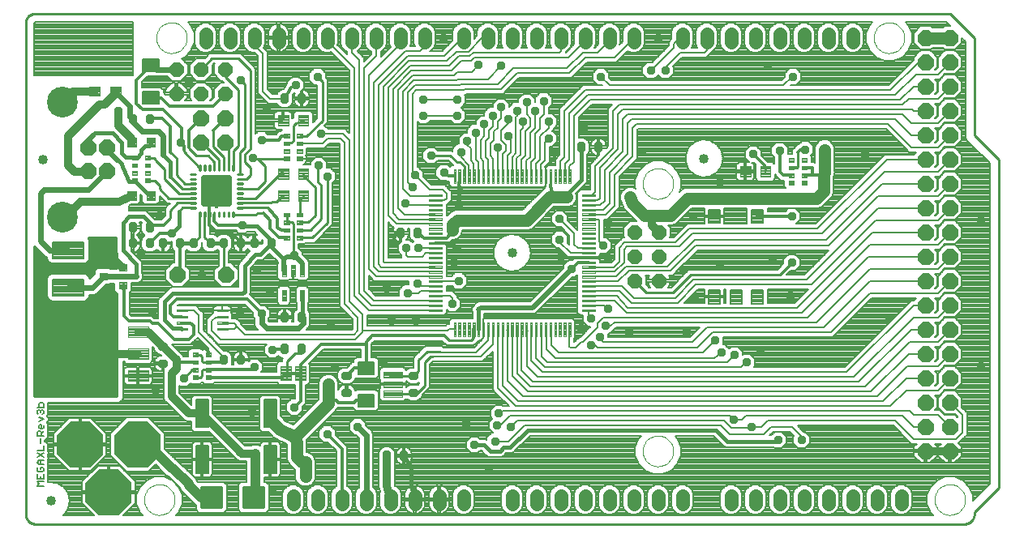
<source format=gtl>
G75*
G70*
%OFA0B0*%
%FSLAX24Y24*%
%IPPOS*%
%LPD*%
%AMOC8*
5,1,8,0,0,1.08239X$1,22.5*
%
%ADD10C,0.0100*%
%ADD11C,0.0050*%
%ADD12C,0.0000*%
%ADD13OC8,0.0610*%
%ADD14C,0.0560*%
%ADD15C,0.0055*%
%ADD16C,0.0047*%
%ADD17C,0.0094*%
%ADD18OC8,0.1900*%
%ADD19C,0.0827*%
%ADD20C,0.0400*%
%ADD21C,0.0048*%
%ADD22C,0.0087*%
%ADD23C,0.0283*%
%ADD24C,0.0040*%
%ADD25OC8,0.0660*%
%ADD26C,0.1266*%
%ADD27C,0.0075*%
%ADD28C,0.0040*%
%ADD29C,0.0046*%
%ADD30C,0.0088*%
%ADD31C,0.0192*%
%ADD32C,0.0039*%
%ADD33C,0.0041*%
%ADD34C,0.0083*%
%ADD35C,0.0039*%
%ADD36C,0.0320*%
%ADD37C,0.0500*%
%ADD38C,0.0120*%
%ADD39C,0.0160*%
%ADD40C,0.0200*%
%ADD41C,0.0240*%
%ADD42OC8,0.0360*%
%ADD43C,0.0080*%
%ADD44C,0.0400*%
D10*
X008180Y000944D02*
X008180Y021156D01*
X008182Y021195D01*
X008188Y021233D01*
X008197Y021270D01*
X008210Y021307D01*
X008227Y021342D01*
X008246Y021375D01*
X008269Y021406D01*
X008295Y021435D01*
X008324Y021461D01*
X008355Y021484D01*
X008388Y021503D01*
X008423Y021520D01*
X008460Y021533D01*
X008497Y021542D01*
X008535Y021548D01*
X008574Y021550D01*
X046180Y021550D01*
X047180Y020550D01*
X047180Y016550D01*
X048180Y015550D01*
X048180Y002050D01*
X047180Y001050D01*
X047180Y000944D01*
X047178Y000905D01*
X047172Y000867D01*
X047163Y000830D01*
X047150Y000793D01*
X047133Y000758D01*
X047114Y000725D01*
X047091Y000694D01*
X047065Y000665D01*
X047036Y000639D01*
X047005Y000616D01*
X046972Y000597D01*
X046937Y000580D01*
X046900Y000567D01*
X046863Y000558D01*
X046825Y000552D01*
X046786Y000550D01*
X008574Y000550D01*
X008535Y000552D01*
X008497Y000558D01*
X008460Y000567D01*
X008423Y000580D01*
X008388Y000597D01*
X008355Y000616D01*
X008324Y000639D01*
X008295Y000665D01*
X008269Y000694D01*
X008246Y000725D01*
X008227Y000758D01*
X008210Y000793D01*
X008197Y000830D01*
X008188Y000867D01*
X008182Y000905D01*
X008180Y000944D01*
X014680Y006550D02*
X015022Y006893D01*
X015164Y006893D01*
X015430Y006850D02*
X015472Y006893D01*
X015696Y006893D01*
X015430Y006850D02*
X015430Y006650D01*
X015357Y006578D01*
X015164Y006578D01*
X015480Y007200D02*
X015430Y007250D01*
X015430Y007450D01*
X015357Y007522D01*
X015164Y007522D01*
X015480Y007200D02*
X015688Y007200D01*
X018880Y006750D02*
X018930Y006800D01*
X018930Y007250D01*
X019264Y007585D01*
X019514Y007585D01*
X023074Y006694D02*
X023280Y006694D01*
X023124Y006694D01*
X023167Y006650D01*
X024130Y006650D01*
X024330Y006850D01*
X024330Y007300D01*
X024680Y007650D01*
X025230Y007650D01*
X024930Y007450D02*
X024830Y007450D01*
X024580Y007200D01*
X024580Y006250D01*
X024280Y005950D01*
X024130Y005950D01*
X023886Y005906D01*
X023280Y005906D01*
X025580Y008100D02*
X025380Y008300D01*
X025580Y008100D02*
X026500Y008100D01*
X026605Y008205D01*
X027580Y008540D02*
X027590Y008550D01*
X027590Y008560D01*
X027589Y008560D01*
X027970Y008550D02*
X027980Y008540D01*
X027970Y008550D02*
X027980Y008560D01*
X027983Y008560D01*
X028377Y008533D02*
X028377Y008560D01*
X028377Y008533D02*
X028390Y008520D01*
X028380Y008510D01*
X028760Y008540D02*
X028780Y008520D01*
X028760Y008540D02*
X028770Y008551D01*
X028770Y008560D01*
X033710Y010070D02*
X034800Y010070D01*
X035530Y010800D01*
X039180Y010800D01*
X039680Y011300D01*
X039887Y015207D02*
X039930Y015250D01*
X039930Y015850D01*
X038580Y015263D02*
X038086Y015756D01*
X038580Y015263D02*
X038580Y015150D01*
X030896Y011316D02*
X030880Y011300D01*
X029760Y014490D02*
X029760Y014820D01*
X029750Y014830D01*
X029759Y014840D01*
X029755Y014860D01*
X026211Y014860D02*
X026211Y015269D01*
X026030Y015450D01*
X025930Y015450D01*
X025630Y015700D01*
X024850Y015700D01*
X020580Y014850D02*
X020580Y012950D01*
X019957Y012328D01*
X019446Y012328D01*
X019446Y012643D02*
X019453Y012650D01*
X019880Y012650D01*
X020330Y013100D01*
X020330Y014500D01*
X020202Y014622D01*
X020202Y015272D01*
X020230Y015300D01*
X019593Y014950D02*
X019593Y014887D01*
X020080Y014400D01*
X020080Y013250D01*
X019787Y012957D01*
X019446Y012957D01*
X019180Y012900D02*
X019180Y011825D01*
X019205Y011650D01*
X019230Y011600D01*
X018914Y012643D02*
X018907Y012650D01*
X019180Y012900D02*
X019122Y012957D01*
X018914Y012957D01*
X018914Y013272D01*
X018180Y013500D02*
X018119Y013561D01*
X016994Y013561D01*
X016994Y013758D02*
X018272Y013758D01*
X018322Y013808D01*
X018524Y013808D01*
X017955Y013324D02*
X017705Y013324D01*
X017666Y013285D01*
X016719Y013285D01*
X016994Y013955D02*
X017635Y013955D01*
X018730Y015050D01*
X018766Y014950D01*
X018030Y014650D02*
X018030Y015278D01*
X017730Y015578D01*
X018914Y015578D01*
X017730Y015578D02*
X017552Y015578D01*
X017530Y015600D01*
X017180Y015450D02*
X017180Y015750D01*
X017430Y016000D01*
X017430Y019200D01*
X016930Y019700D01*
X015830Y019700D01*
X015380Y019250D01*
X016380Y019250D02*
X016380Y018950D01*
X016930Y018400D01*
X016930Y016100D01*
X016719Y015889D01*
X016719Y015215D01*
X016522Y015215D02*
X016522Y016108D01*
X016380Y016250D01*
X016280Y016250D01*
X015880Y016070D02*
X016325Y015625D01*
X016325Y015215D01*
X016128Y015215D02*
X016128Y015552D01*
X015430Y016250D01*
X015380Y016250D01*
X015880Y016070D02*
X015880Y016750D01*
X014880Y016050D02*
X014880Y016000D01*
X015180Y015700D01*
X015680Y015700D01*
X015930Y015450D01*
X015930Y015216D01*
X015931Y015215D01*
X015341Y015215D02*
X014680Y015876D01*
X014680Y015950D01*
X014380Y015600D02*
X014380Y014900D01*
X014735Y014545D01*
X015065Y014545D01*
X015065Y014348D02*
X014631Y014348D01*
X014130Y014850D01*
X013880Y014750D02*
X014478Y014152D01*
X015065Y014152D01*
X015065Y013955D02*
X014075Y013955D01*
X013680Y014350D01*
X013680Y014481D01*
X013495Y014665D01*
X013408Y014665D01*
X013196Y014678D01*
X013880Y014750D02*
X013880Y015150D01*
X013530Y015500D01*
X013530Y015550D01*
X013457Y015622D01*
X013196Y015622D01*
X014130Y015850D02*
X014380Y015600D01*
X016980Y015850D02*
X016980Y015000D01*
X016994Y014965D01*
X016994Y014939D01*
X016994Y014742D02*
X017272Y014742D01*
X017430Y014900D01*
X017430Y015200D01*
X017180Y015450D01*
X016980Y015850D02*
X017180Y016050D01*
X017180Y018650D01*
X017030Y018800D01*
X020180Y018950D02*
X020380Y018750D01*
X020380Y017150D01*
X019730Y016500D01*
X019553Y016500D01*
X019446Y016522D01*
X019180Y016300D02*
X019180Y016950D01*
X019280Y017050D01*
X019593Y017150D01*
X019180Y016300D02*
X019107Y016228D01*
X018914Y016207D01*
X018030Y014650D02*
X017728Y014348D01*
X016994Y014348D01*
X015065Y013758D02*
X014438Y013758D01*
X014130Y013450D01*
X014130Y013150D01*
X013830Y012850D01*
X014480Y013400D02*
X014641Y013561D01*
X015065Y013561D01*
X015341Y013285D02*
X015341Y012361D01*
X015080Y012100D01*
X015189Y012100D01*
X015538Y012342D02*
X015780Y012100D01*
X015538Y012342D02*
X015538Y013285D01*
X016330Y012100D02*
X016330Y010900D01*
X016430Y010800D01*
X019446Y013272D02*
X019446Y013866D01*
X019593Y014050D01*
D11*
X008920Y005490D02*
X008875Y005536D01*
X008785Y005536D01*
X008740Y005490D01*
X008740Y005355D01*
X008650Y005355D02*
X008920Y005355D01*
X008920Y005490D01*
X008875Y005241D02*
X008920Y005196D01*
X008920Y005106D01*
X008875Y005061D01*
X008785Y005151D02*
X008785Y005196D01*
X008830Y005241D01*
X008875Y005241D01*
X008785Y005196D02*
X008740Y005241D01*
X008695Y005241D01*
X008650Y005196D01*
X008650Y005106D01*
X008695Y005061D01*
X008740Y004946D02*
X008920Y004856D01*
X008740Y004766D01*
X008785Y004652D02*
X008740Y004607D01*
X008740Y004516D01*
X008785Y004471D01*
X008875Y004471D01*
X008920Y004516D01*
X008920Y004607D01*
X008830Y004652D02*
X008830Y004471D01*
X008785Y004357D02*
X008695Y004357D01*
X008650Y004312D01*
X008650Y004177D01*
X008920Y004177D01*
X008830Y004177D02*
X008830Y004312D01*
X008785Y004357D01*
X008830Y004267D02*
X008920Y004357D01*
X008785Y004062D02*
X008785Y003882D01*
X008920Y003768D02*
X008920Y003587D01*
X008650Y003587D01*
X008650Y003473D02*
X008920Y003293D01*
X008920Y003178D02*
X008740Y003178D01*
X008650Y003088D01*
X008740Y002998D01*
X008920Y002998D01*
X008875Y002884D02*
X008785Y002884D01*
X008785Y002794D01*
X008695Y002884D02*
X008650Y002839D01*
X008650Y002749D01*
X008695Y002704D01*
X008875Y002704D01*
X008920Y002749D01*
X008920Y002839D01*
X008875Y002884D01*
X008785Y002998D02*
X008785Y003178D01*
X008650Y003293D02*
X008920Y003473D01*
X008920Y002589D02*
X008920Y002409D01*
X008650Y002409D01*
X008650Y002589D01*
X008785Y002499D02*
X008785Y002409D01*
X008650Y002294D02*
X008920Y002294D01*
X008920Y002114D02*
X008650Y002114D01*
X008740Y002204D01*
X008650Y002294D01*
X008785Y004652D02*
X008830Y004652D01*
D12*
X013050Y001550D02*
X013052Y001600D01*
X013058Y001650D01*
X013068Y001699D01*
X013082Y001747D01*
X013099Y001794D01*
X013120Y001839D01*
X013145Y001883D01*
X013173Y001924D01*
X013205Y001963D01*
X013239Y002000D01*
X013276Y002034D01*
X013316Y002064D01*
X013358Y002091D01*
X013402Y002115D01*
X013448Y002136D01*
X013495Y002152D01*
X013543Y002165D01*
X013593Y002174D01*
X013642Y002179D01*
X013693Y002180D01*
X013743Y002177D01*
X013792Y002170D01*
X013841Y002159D01*
X013889Y002144D01*
X013935Y002126D01*
X013980Y002104D01*
X014023Y002078D01*
X014064Y002049D01*
X014103Y002017D01*
X014139Y001982D01*
X014171Y001944D01*
X014201Y001904D01*
X014228Y001861D01*
X014251Y001817D01*
X014270Y001771D01*
X014286Y001723D01*
X014298Y001674D01*
X014306Y001625D01*
X014310Y001575D01*
X014310Y001525D01*
X014306Y001475D01*
X014298Y001426D01*
X014286Y001377D01*
X014270Y001329D01*
X014251Y001283D01*
X014228Y001239D01*
X014201Y001196D01*
X014171Y001156D01*
X014139Y001118D01*
X014103Y001083D01*
X014064Y001051D01*
X014023Y001022D01*
X013980Y000996D01*
X013935Y000974D01*
X013889Y000956D01*
X013841Y000941D01*
X013792Y000930D01*
X013743Y000923D01*
X013693Y000920D01*
X013642Y000921D01*
X013593Y000926D01*
X013543Y000935D01*
X013495Y000948D01*
X013448Y000964D01*
X013402Y000985D01*
X013358Y001009D01*
X013316Y001036D01*
X013276Y001066D01*
X013239Y001100D01*
X013205Y001137D01*
X013173Y001176D01*
X013145Y001217D01*
X013120Y001261D01*
X013099Y001306D01*
X013082Y001353D01*
X013068Y001401D01*
X013058Y001450D01*
X013052Y001500D01*
X013050Y001550D01*
X033550Y003550D02*
X033552Y003600D01*
X033558Y003650D01*
X033568Y003699D01*
X033582Y003747D01*
X033599Y003794D01*
X033620Y003839D01*
X033645Y003883D01*
X033673Y003924D01*
X033705Y003963D01*
X033739Y004000D01*
X033776Y004034D01*
X033816Y004064D01*
X033858Y004091D01*
X033902Y004115D01*
X033948Y004136D01*
X033995Y004152D01*
X034043Y004165D01*
X034093Y004174D01*
X034142Y004179D01*
X034193Y004180D01*
X034243Y004177D01*
X034292Y004170D01*
X034341Y004159D01*
X034389Y004144D01*
X034435Y004126D01*
X034480Y004104D01*
X034523Y004078D01*
X034564Y004049D01*
X034603Y004017D01*
X034639Y003982D01*
X034671Y003944D01*
X034701Y003904D01*
X034728Y003861D01*
X034751Y003817D01*
X034770Y003771D01*
X034786Y003723D01*
X034798Y003674D01*
X034806Y003625D01*
X034810Y003575D01*
X034810Y003525D01*
X034806Y003475D01*
X034798Y003426D01*
X034786Y003377D01*
X034770Y003329D01*
X034751Y003283D01*
X034728Y003239D01*
X034701Y003196D01*
X034671Y003156D01*
X034639Y003118D01*
X034603Y003083D01*
X034564Y003051D01*
X034523Y003022D01*
X034480Y002996D01*
X034435Y002974D01*
X034389Y002956D01*
X034341Y002941D01*
X034292Y002930D01*
X034243Y002923D01*
X034193Y002920D01*
X034142Y002921D01*
X034093Y002926D01*
X034043Y002935D01*
X033995Y002948D01*
X033948Y002964D01*
X033902Y002985D01*
X033858Y003009D01*
X033816Y003036D01*
X033776Y003066D01*
X033739Y003100D01*
X033705Y003137D01*
X033673Y003176D01*
X033645Y003217D01*
X033620Y003261D01*
X033599Y003306D01*
X033582Y003353D01*
X033568Y003401D01*
X033558Y003450D01*
X033552Y003500D01*
X033550Y003550D01*
X045550Y001550D02*
X045552Y001600D01*
X045558Y001650D01*
X045568Y001699D01*
X045582Y001747D01*
X045599Y001794D01*
X045620Y001839D01*
X045645Y001883D01*
X045673Y001924D01*
X045705Y001963D01*
X045739Y002000D01*
X045776Y002034D01*
X045816Y002064D01*
X045858Y002091D01*
X045902Y002115D01*
X045948Y002136D01*
X045995Y002152D01*
X046043Y002165D01*
X046093Y002174D01*
X046142Y002179D01*
X046193Y002180D01*
X046243Y002177D01*
X046292Y002170D01*
X046341Y002159D01*
X046389Y002144D01*
X046435Y002126D01*
X046480Y002104D01*
X046523Y002078D01*
X046564Y002049D01*
X046603Y002017D01*
X046639Y001982D01*
X046671Y001944D01*
X046701Y001904D01*
X046728Y001861D01*
X046751Y001817D01*
X046770Y001771D01*
X046786Y001723D01*
X046798Y001674D01*
X046806Y001625D01*
X046810Y001575D01*
X046810Y001525D01*
X046806Y001475D01*
X046798Y001426D01*
X046786Y001377D01*
X046770Y001329D01*
X046751Y001283D01*
X046728Y001239D01*
X046701Y001196D01*
X046671Y001156D01*
X046639Y001118D01*
X046603Y001083D01*
X046564Y001051D01*
X046523Y001022D01*
X046480Y000996D01*
X046435Y000974D01*
X046389Y000956D01*
X046341Y000941D01*
X046292Y000930D01*
X046243Y000923D01*
X046193Y000920D01*
X046142Y000921D01*
X046093Y000926D01*
X046043Y000935D01*
X045995Y000948D01*
X045948Y000964D01*
X045902Y000985D01*
X045858Y001009D01*
X045816Y001036D01*
X045776Y001066D01*
X045739Y001100D01*
X045705Y001137D01*
X045673Y001176D01*
X045645Y001217D01*
X045620Y001261D01*
X045599Y001306D01*
X045582Y001353D01*
X045568Y001401D01*
X045558Y001450D01*
X045552Y001500D01*
X045550Y001550D01*
X033550Y014550D02*
X033552Y014600D01*
X033558Y014650D01*
X033568Y014699D01*
X033582Y014747D01*
X033599Y014794D01*
X033620Y014839D01*
X033645Y014883D01*
X033673Y014924D01*
X033705Y014963D01*
X033739Y015000D01*
X033776Y015034D01*
X033816Y015064D01*
X033858Y015091D01*
X033902Y015115D01*
X033948Y015136D01*
X033995Y015152D01*
X034043Y015165D01*
X034093Y015174D01*
X034142Y015179D01*
X034193Y015180D01*
X034243Y015177D01*
X034292Y015170D01*
X034341Y015159D01*
X034389Y015144D01*
X034435Y015126D01*
X034480Y015104D01*
X034523Y015078D01*
X034564Y015049D01*
X034603Y015017D01*
X034639Y014982D01*
X034671Y014944D01*
X034701Y014904D01*
X034728Y014861D01*
X034751Y014817D01*
X034770Y014771D01*
X034786Y014723D01*
X034798Y014674D01*
X034806Y014625D01*
X034810Y014575D01*
X034810Y014525D01*
X034806Y014475D01*
X034798Y014426D01*
X034786Y014377D01*
X034770Y014329D01*
X034751Y014283D01*
X034728Y014239D01*
X034701Y014196D01*
X034671Y014156D01*
X034639Y014118D01*
X034603Y014083D01*
X034564Y014051D01*
X034523Y014022D01*
X034480Y013996D01*
X034435Y013974D01*
X034389Y013956D01*
X034341Y013941D01*
X034292Y013930D01*
X034243Y013923D01*
X034193Y013920D01*
X034142Y013921D01*
X034093Y013926D01*
X034043Y013935D01*
X033995Y013948D01*
X033948Y013964D01*
X033902Y013985D01*
X033858Y014009D01*
X033816Y014036D01*
X033776Y014066D01*
X033739Y014100D01*
X033705Y014137D01*
X033673Y014176D01*
X033645Y014217D01*
X033620Y014261D01*
X033599Y014306D01*
X033582Y014353D01*
X033568Y014401D01*
X033558Y014450D01*
X033552Y014500D01*
X033550Y014550D01*
X043050Y020550D02*
X043052Y020600D01*
X043058Y020650D01*
X043068Y020699D01*
X043082Y020747D01*
X043099Y020794D01*
X043120Y020839D01*
X043145Y020883D01*
X043173Y020924D01*
X043205Y020963D01*
X043239Y021000D01*
X043276Y021034D01*
X043316Y021064D01*
X043358Y021091D01*
X043402Y021115D01*
X043448Y021136D01*
X043495Y021152D01*
X043543Y021165D01*
X043593Y021174D01*
X043642Y021179D01*
X043693Y021180D01*
X043743Y021177D01*
X043792Y021170D01*
X043841Y021159D01*
X043889Y021144D01*
X043935Y021126D01*
X043980Y021104D01*
X044023Y021078D01*
X044064Y021049D01*
X044103Y021017D01*
X044139Y020982D01*
X044171Y020944D01*
X044201Y020904D01*
X044228Y020861D01*
X044251Y020817D01*
X044270Y020771D01*
X044286Y020723D01*
X044298Y020674D01*
X044306Y020625D01*
X044310Y020575D01*
X044310Y020525D01*
X044306Y020475D01*
X044298Y020426D01*
X044286Y020377D01*
X044270Y020329D01*
X044251Y020283D01*
X044228Y020239D01*
X044201Y020196D01*
X044171Y020156D01*
X044139Y020118D01*
X044103Y020083D01*
X044064Y020051D01*
X044023Y020022D01*
X043980Y019996D01*
X043935Y019974D01*
X043889Y019956D01*
X043841Y019941D01*
X043792Y019930D01*
X043743Y019923D01*
X043693Y019920D01*
X043642Y019921D01*
X043593Y019926D01*
X043543Y019935D01*
X043495Y019948D01*
X043448Y019964D01*
X043402Y019985D01*
X043358Y020009D01*
X043316Y020036D01*
X043276Y020066D01*
X043239Y020100D01*
X043205Y020137D01*
X043173Y020176D01*
X043145Y020217D01*
X043120Y020261D01*
X043099Y020306D01*
X043082Y020353D01*
X043068Y020401D01*
X043058Y020450D01*
X043052Y020500D01*
X043050Y020550D01*
X013550Y020550D02*
X013552Y020600D01*
X013558Y020650D01*
X013568Y020699D01*
X013582Y020747D01*
X013599Y020794D01*
X013620Y020839D01*
X013645Y020883D01*
X013673Y020924D01*
X013705Y020963D01*
X013739Y021000D01*
X013776Y021034D01*
X013816Y021064D01*
X013858Y021091D01*
X013902Y021115D01*
X013948Y021136D01*
X013995Y021152D01*
X014043Y021165D01*
X014093Y021174D01*
X014142Y021179D01*
X014193Y021180D01*
X014243Y021177D01*
X014292Y021170D01*
X014341Y021159D01*
X014389Y021144D01*
X014435Y021126D01*
X014480Y021104D01*
X014523Y021078D01*
X014564Y021049D01*
X014603Y021017D01*
X014639Y020982D01*
X014671Y020944D01*
X014701Y020904D01*
X014728Y020861D01*
X014751Y020817D01*
X014770Y020771D01*
X014786Y020723D01*
X014798Y020674D01*
X014806Y020625D01*
X014810Y020575D01*
X014810Y020525D01*
X014806Y020475D01*
X014798Y020426D01*
X014786Y020377D01*
X014770Y020329D01*
X014751Y020283D01*
X014728Y020239D01*
X014701Y020196D01*
X014671Y020156D01*
X014639Y020118D01*
X014603Y020083D01*
X014564Y020051D01*
X014523Y020022D01*
X014480Y019996D01*
X014435Y019974D01*
X014389Y019956D01*
X014341Y019941D01*
X014292Y019930D01*
X014243Y019923D01*
X014193Y019920D01*
X014142Y019921D01*
X014093Y019926D01*
X014043Y019935D01*
X013995Y019948D01*
X013948Y019964D01*
X013902Y019985D01*
X013858Y020009D01*
X013816Y020036D01*
X013776Y020066D01*
X013739Y020100D01*
X013705Y020137D01*
X013673Y020176D01*
X013645Y020217D01*
X013620Y020261D01*
X013599Y020306D01*
X013582Y020353D01*
X013568Y020401D01*
X013558Y020450D01*
X013552Y020500D01*
X013550Y020550D01*
D13*
X014380Y019250D03*
X015380Y019250D03*
X016380Y019250D03*
X016380Y018250D03*
X015380Y018250D03*
X014380Y018250D03*
X033230Y012550D03*
X034230Y012550D03*
X034230Y011550D03*
X033230Y011550D03*
X033230Y010550D03*
X034230Y010550D03*
D14*
X034180Y001718D02*
X034180Y001382D01*
X035180Y001382D02*
X035180Y001718D01*
X037180Y001718D02*
X037180Y001382D01*
X038180Y001382D02*
X038180Y001718D01*
X039180Y001718D02*
X039180Y001382D01*
X040180Y001382D02*
X040180Y001718D01*
X041180Y001718D02*
X041180Y001382D01*
X042180Y001382D02*
X042180Y001718D01*
X043180Y001718D02*
X043180Y001382D01*
X044180Y001382D02*
X044180Y001718D01*
X033180Y001718D02*
X033180Y001382D01*
X032180Y001382D02*
X032180Y001718D01*
X031180Y001718D02*
X031180Y001382D01*
X030180Y001382D02*
X030180Y001718D01*
X029180Y001718D02*
X029180Y001382D01*
X028180Y001382D02*
X028180Y001718D01*
X026180Y001718D02*
X026180Y001382D01*
X025180Y001382D02*
X025180Y001718D01*
X024180Y001718D02*
X024180Y001382D01*
X023180Y001382D02*
X023180Y001718D01*
X022180Y001718D02*
X022180Y001382D01*
X021180Y001382D02*
X021180Y001718D01*
X020180Y001718D02*
X020180Y001382D01*
X019180Y001382D02*
X019180Y001718D01*
X019580Y020382D02*
X019580Y020718D01*
X020580Y020718D02*
X020580Y020382D01*
X021580Y020382D02*
X021580Y020718D01*
X022580Y020718D02*
X022580Y020382D01*
X023580Y020382D02*
X023580Y020718D01*
X024580Y020718D02*
X024580Y020382D01*
X026180Y020382D02*
X026180Y020718D01*
X027180Y020718D02*
X027180Y020382D01*
X028180Y020382D02*
X028180Y020718D01*
X029180Y020718D02*
X029180Y020382D01*
X030180Y020382D02*
X030180Y020718D01*
X031180Y020718D02*
X031180Y020382D01*
X032180Y020382D02*
X032180Y020718D01*
X033180Y020718D02*
X033180Y020382D01*
X035180Y020382D02*
X035180Y020718D01*
X036180Y020718D02*
X036180Y020382D01*
X037180Y020382D02*
X037180Y020718D01*
X038180Y020718D02*
X038180Y020382D01*
X039180Y020382D02*
X039180Y020718D01*
X040180Y020718D02*
X040180Y020382D01*
X041180Y020382D02*
X041180Y020718D01*
X042180Y020718D02*
X042180Y020382D01*
X018580Y020382D02*
X018580Y020718D01*
X017580Y020718D02*
X017580Y020382D01*
X016580Y020382D02*
X016580Y020718D01*
X015580Y020718D02*
X015580Y020382D01*
D15*
X013657Y019667D02*
X013657Y019171D01*
X013003Y019171D01*
X013003Y019667D01*
X013657Y019667D01*
X013657Y019225D02*
X013003Y019225D01*
X013003Y019279D02*
X013657Y019279D01*
X013657Y019333D02*
X013003Y019333D01*
X013003Y019387D02*
X013657Y019387D01*
X013657Y019441D02*
X013003Y019441D01*
X013003Y019495D02*
X013657Y019495D01*
X013657Y019549D02*
X013003Y019549D01*
X013003Y019603D02*
X013657Y019603D01*
X013657Y019657D02*
X013003Y019657D01*
X013657Y018329D02*
X013657Y017833D01*
X013003Y017833D01*
X013003Y018329D01*
X013657Y018329D01*
X013657Y017887D02*
X013003Y017887D01*
X013003Y017941D02*
X013657Y017941D01*
X013657Y017995D02*
X013003Y017995D01*
X013003Y018049D02*
X013657Y018049D01*
X013657Y018103D02*
X013003Y018103D01*
X013003Y018157D02*
X013657Y018157D01*
X013657Y018211D02*
X013003Y018211D01*
X013003Y018265D02*
X013657Y018265D01*
X013657Y018319D02*
X013003Y018319D01*
X022507Y007217D02*
X022507Y006721D01*
X021853Y006721D01*
X021853Y007217D01*
X022507Y007217D01*
X022507Y006775D02*
X021853Y006775D01*
X021853Y006829D02*
X022507Y006829D01*
X022507Y006883D02*
X021853Y006883D01*
X021853Y006937D02*
X022507Y006937D01*
X022507Y006991D02*
X021853Y006991D01*
X021853Y007045D02*
X022507Y007045D01*
X022507Y007099D02*
X021853Y007099D01*
X021853Y007153D02*
X022507Y007153D01*
X022507Y007207D02*
X021853Y007207D01*
X022507Y005879D02*
X022507Y005383D01*
X021853Y005383D01*
X021853Y005879D01*
X022507Y005879D01*
X022507Y005437D02*
X021853Y005437D01*
X021853Y005491D02*
X022507Y005491D01*
X022507Y005545D02*
X021853Y005545D01*
X021853Y005599D02*
X022507Y005599D01*
X022507Y005653D02*
X021853Y005653D01*
X021853Y005707D02*
X022507Y005707D01*
X022507Y005761D02*
X021853Y005761D01*
X021853Y005815D02*
X022507Y005815D01*
X022507Y005869D02*
X021853Y005869D01*
X018478Y005658D02*
X018478Y004532D01*
X017982Y004532D01*
X017982Y005658D01*
X018478Y005658D01*
X018478Y004586D02*
X017982Y004586D01*
X017982Y004640D02*
X018478Y004640D01*
X018478Y004694D02*
X017982Y004694D01*
X017982Y004748D02*
X018478Y004748D01*
X018478Y004802D02*
X017982Y004802D01*
X017982Y004856D02*
X018478Y004856D01*
X018478Y004910D02*
X017982Y004910D01*
X017982Y004964D02*
X018478Y004964D01*
X018478Y005018D02*
X017982Y005018D01*
X017982Y005072D02*
X018478Y005072D01*
X018478Y005126D02*
X017982Y005126D01*
X017982Y005180D02*
X018478Y005180D01*
X018478Y005234D02*
X017982Y005234D01*
X017982Y005288D02*
X018478Y005288D01*
X018478Y005342D02*
X017982Y005342D01*
X017982Y005396D02*
X018478Y005396D01*
X018478Y005450D02*
X017982Y005450D01*
X017982Y005504D02*
X018478Y005504D01*
X018478Y005558D02*
X017982Y005558D01*
X017982Y005612D02*
X018478Y005612D01*
X015678Y005658D02*
X015678Y004532D01*
X015182Y004532D01*
X015182Y005658D01*
X015678Y005658D01*
X015678Y004586D02*
X015182Y004586D01*
X015182Y004640D02*
X015678Y004640D01*
X015678Y004694D02*
X015182Y004694D01*
X015182Y004748D02*
X015678Y004748D01*
X015678Y004802D02*
X015182Y004802D01*
X015182Y004856D02*
X015678Y004856D01*
X015678Y004910D02*
X015182Y004910D01*
X015182Y004964D02*
X015678Y004964D01*
X015678Y005018D02*
X015182Y005018D01*
X015182Y005072D02*
X015678Y005072D01*
X015678Y005126D02*
X015182Y005126D01*
X015182Y005180D02*
X015678Y005180D01*
X015678Y005234D02*
X015182Y005234D01*
X015182Y005288D02*
X015678Y005288D01*
X015678Y005342D02*
X015182Y005342D01*
X015182Y005396D02*
X015678Y005396D01*
X015678Y005450D02*
X015182Y005450D01*
X015182Y005504D02*
X015678Y005504D01*
X015678Y005558D02*
X015182Y005558D01*
X015182Y005612D02*
X015678Y005612D01*
X015678Y003768D02*
X015678Y002642D01*
X015182Y002642D01*
X015182Y003768D01*
X015678Y003768D01*
X015678Y002696D02*
X015182Y002696D01*
X015182Y002750D02*
X015678Y002750D01*
X015678Y002804D02*
X015182Y002804D01*
X015182Y002858D02*
X015678Y002858D01*
X015678Y002912D02*
X015182Y002912D01*
X015182Y002966D02*
X015678Y002966D01*
X015678Y003020D02*
X015182Y003020D01*
X015182Y003074D02*
X015678Y003074D01*
X015678Y003128D02*
X015182Y003128D01*
X015182Y003182D02*
X015678Y003182D01*
X015678Y003236D02*
X015182Y003236D01*
X015182Y003290D02*
X015678Y003290D01*
X015678Y003344D02*
X015182Y003344D01*
X015182Y003398D02*
X015678Y003398D01*
X015678Y003452D02*
X015182Y003452D01*
X015182Y003506D02*
X015678Y003506D01*
X015678Y003560D02*
X015182Y003560D01*
X015182Y003614D02*
X015678Y003614D01*
X015678Y003668D02*
X015182Y003668D01*
X015182Y003722D02*
X015678Y003722D01*
X018478Y003768D02*
X018478Y002642D01*
X017982Y002642D01*
X017982Y003768D01*
X018478Y003768D01*
X018478Y002696D02*
X017982Y002696D01*
X017982Y002750D02*
X018478Y002750D01*
X018478Y002804D02*
X017982Y002804D01*
X017982Y002858D02*
X018478Y002858D01*
X018478Y002912D02*
X017982Y002912D01*
X017982Y002966D02*
X018478Y002966D01*
X018478Y003020D02*
X017982Y003020D01*
X017982Y003074D02*
X018478Y003074D01*
X018478Y003128D02*
X017982Y003128D01*
X017982Y003182D02*
X018478Y003182D01*
X018478Y003236D02*
X017982Y003236D01*
X017982Y003290D02*
X018478Y003290D01*
X018478Y003344D02*
X017982Y003344D01*
X017982Y003398D02*
X018478Y003398D01*
X018478Y003452D02*
X017982Y003452D01*
X017982Y003506D02*
X018478Y003506D01*
X018478Y003560D02*
X017982Y003560D01*
X017982Y003614D02*
X018478Y003614D01*
X018478Y003668D02*
X017982Y003668D01*
X017982Y003722D02*
X018478Y003722D01*
D16*
X018979Y013837D02*
X018979Y014263D01*
X018979Y013837D02*
X018553Y013837D01*
X018553Y014263D01*
X018979Y014263D01*
X018979Y013883D02*
X018553Y013883D01*
X018553Y013929D02*
X018979Y013929D01*
X018979Y013975D02*
X018553Y013975D01*
X018553Y014021D02*
X018979Y014021D01*
X018979Y014067D02*
X018553Y014067D01*
X018553Y014113D02*
X018979Y014113D01*
X018979Y014159D02*
X018553Y014159D01*
X018553Y014205D02*
X018979Y014205D01*
X018979Y014251D02*
X018553Y014251D01*
X019806Y014263D02*
X019806Y013837D01*
X019380Y013837D01*
X019380Y014263D01*
X019806Y014263D01*
X019806Y013883D02*
X019380Y013883D01*
X019380Y013929D02*
X019806Y013929D01*
X019806Y013975D02*
X019380Y013975D01*
X019380Y014021D02*
X019806Y014021D01*
X019806Y014067D02*
X019380Y014067D01*
X019380Y014113D02*
X019806Y014113D01*
X019806Y014159D02*
X019380Y014159D01*
X019380Y014205D02*
X019806Y014205D01*
X019806Y014251D02*
X019380Y014251D01*
X019806Y014737D02*
X019806Y015163D01*
X019806Y014737D02*
X019380Y014737D01*
X019380Y015163D01*
X019806Y015163D01*
X019806Y014783D02*
X019380Y014783D01*
X019380Y014829D02*
X019806Y014829D01*
X019806Y014875D02*
X019380Y014875D01*
X019380Y014921D02*
X019806Y014921D01*
X019806Y014967D02*
X019380Y014967D01*
X019380Y015013D02*
X019806Y015013D01*
X019806Y015059D02*
X019380Y015059D01*
X019380Y015105D02*
X019806Y015105D01*
X019806Y015151D02*
X019380Y015151D01*
X018979Y015163D02*
X018979Y014737D01*
X018553Y014737D01*
X018553Y015163D01*
X018979Y015163D01*
X018979Y014783D02*
X018553Y014783D01*
X018553Y014829D02*
X018979Y014829D01*
X018979Y014875D02*
X018553Y014875D01*
X018553Y014921D02*
X018979Y014921D01*
X018979Y014967D02*
X018553Y014967D01*
X018553Y015013D02*
X018979Y015013D01*
X018979Y015059D02*
X018553Y015059D01*
X018553Y015105D02*
X018979Y015105D01*
X018979Y015151D02*
X018553Y015151D01*
X018979Y016937D02*
X018979Y017363D01*
X018979Y016937D02*
X018553Y016937D01*
X018553Y017363D01*
X018979Y017363D01*
X018979Y016983D02*
X018553Y016983D01*
X018553Y017029D02*
X018979Y017029D01*
X018979Y017075D02*
X018553Y017075D01*
X018553Y017121D02*
X018979Y017121D01*
X018979Y017167D02*
X018553Y017167D01*
X018553Y017213D02*
X018979Y017213D01*
X018979Y017259D02*
X018553Y017259D01*
X018553Y017305D02*
X018979Y017305D01*
X018979Y017351D02*
X018553Y017351D01*
X019806Y017363D02*
X019806Y016937D01*
X019380Y016937D01*
X019380Y017363D01*
X019806Y017363D01*
X019806Y016983D02*
X019380Y016983D01*
X019380Y017029D02*
X019806Y017029D01*
X019806Y017075D02*
X019380Y017075D01*
X019380Y017121D02*
X019806Y017121D01*
X019806Y017167D02*
X019380Y017167D01*
X019380Y017213D02*
X019806Y017213D01*
X019806Y017259D02*
X019380Y017259D01*
X019380Y017305D02*
X019806Y017305D01*
X019806Y017351D02*
X019380Y017351D01*
X037979Y015263D02*
X037979Y014837D01*
X037553Y014837D01*
X037553Y015263D01*
X037979Y015263D01*
X037979Y014883D02*
X037553Y014883D01*
X037553Y014929D02*
X037979Y014929D01*
X037979Y014975D02*
X037553Y014975D01*
X037553Y015021D02*
X037979Y015021D01*
X037979Y015067D02*
X037553Y015067D01*
X037553Y015113D02*
X037979Y015113D01*
X037979Y015159D02*
X037553Y015159D01*
X037553Y015205D02*
X037979Y015205D01*
X037979Y015251D02*
X037553Y015251D01*
X038806Y015263D02*
X038806Y014837D01*
X038380Y014837D01*
X038380Y015263D01*
X038806Y015263D01*
X038806Y014883D02*
X038380Y014883D01*
X038380Y014929D02*
X038806Y014929D01*
X038806Y014975D02*
X038380Y014975D01*
X038380Y015021D02*
X038806Y015021D01*
X038806Y015067D02*
X038380Y015067D01*
X038380Y015113D02*
X038806Y015113D01*
X038806Y015159D02*
X038380Y015159D01*
X038380Y015205D02*
X038806Y015205D01*
X038806Y015251D02*
X038380Y015251D01*
D17*
X017971Y002075D02*
X017121Y002075D01*
X017971Y002075D02*
X017971Y001225D01*
X017121Y001225D01*
X017121Y002075D01*
X017121Y001318D02*
X017971Y001318D01*
X017971Y001411D02*
X017121Y001411D01*
X017121Y001504D02*
X017971Y001504D01*
X017971Y001597D02*
X017121Y001597D01*
X017121Y001690D02*
X017971Y001690D01*
X017971Y001783D02*
X017121Y001783D01*
X017121Y001876D02*
X017971Y001876D01*
X017971Y001969D02*
X017121Y001969D01*
X017121Y002062D02*
X017971Y002062D01*
X016239Y002075D02*
X015389Y002075D01*
X016239Y002075D02*
X016239Y001225D01*
X015389Y001225D01*
X015389Y002075D01*
X015389Y001318D02*
X016239Y001318D01*
X016239Y001411D02*
X015389Y001411D01*
X015389Y001504D02*
X016239Y001504D01*
X016239Y001597D02*
X015389Y001597D01*
X015389Y001690D02*
X016239Y001690D01*
X016239Y001783D02*
X015389Y001783D01*
X015389Y001876D02*
X016239Y001876D01*
X016239Y001969D02*
X015389Y001969D01*
X015389Y002062D02*
X016239Y002062D01*
D18*
X012780Y003820D03*
X010420Y003820D03*
X011600Y001850D03*
D19*
X011900Y001850D03*
X011300Y001850D03*
X010420Y003520D03*
X010420Y004120D03*
X012780Y004120D03*
X012780Y003520D03*
D20*
X009230Y001500D03*
X028180Y011710D03*
X036070Y015586D03*
X008880Y015550D03*
D21*
X013216Y008676D02*
X013216Y008244D01*
X012384Y008244D01*
X012384Y008676D01*
X013216Y008676D01*
X013216Y008291D02*
X012384Y008291D01*
X012384Y008338D02*
X013216Y008338D01*
X013216Y008385D02*
X012384Y008385D01*
X012384Y008432D02*
X013216Y008432D01*
X013216Y008479D02*
X012384Y008479D01*
X012384Y008526D02*
X013216Y008526D01*
X013216Y008573D02*
X012384Y008573D01*
X012384Y008620D02*
X013216Y008620D01*
X013216Y008667D02*
X012384Y008667D01*
X013216Y007766D02*
X013216Y007334D01*
X012384Y007334D01*
X012384Y007766D01*
X013216Y007766D01*
X013216Y007381D02*
X012384Y007381D01*
X012384Y007428D02*
X013216Y007428D01*
X013216Y007475D02*
X012384Y007475D01*
X012384Y007522D02*
X013216Y007522D01*
X013216Y007569D02*
X012384Y007569D01*
X012384Y007616D02*
X013216Y007616D01*
X013216Y007663D02*
X012384Y007663D01*
X012384Y007710D02*
X013216Y007710D01*
X013216Y007757D02*
X012384Y007757D01*
X013216Y006856D02*
X013216Y006424D01*
X012384Y006424D01*
X012384Y006856D01*
X013216Y006856D01*
X013216Y006471D02*
X012384Y006471D01*
X012384Y006518D02*
X013216Y006518D01*
X013216Y006565D02*
X012384Y006565D01*
X012384Y006612D02*
X013216Y006612D01*
X013216Y006659D02*
X012384Y006659D01*
X012384Y006706D02*
X013216Y006706D01*
X013216Y006753D02*
X012384Y006753D01*
X012384Y006800D02*
X013216Y006800D01*
X013216Y006847D02*
X012384Y006847D01*
D22*
X010750Y006885D02*
X010750Y008215D01*
X010750Y006885D02*
X009970Y006885D01*
X009970Y008215D01*
X010750Y008215D01*
X010750Y006971D02*
X009970Y006971D01*
X009970Y007057D02*
X010750Y007057D01*
X010750Y007143D02*
X009970Y007143D01*
X009970Y007229D02*
X010750Y007229D01*
X010750Y007315D02*
X009970Y007315D01*
X009970Y007401D02*
X010750Y007401D01*
X010750Y007487D02*
X009970Y007487D01*
X009970Y007573D02*
X010750Y007573D01*
X010750Y007659D02*
X009970Y007659D01*
X009970Y007745D02*
X010750Y007745D01*
X010750Y007831D02*
X009970Y007831D01*
X009970Y007917D02*
X010750Y007917D01*
X010750Y008003D02*
X009970Y008003D01*
X009970Y008089D02*
X010750Y008089D01*
X010750Y008175D02*
X009970Y008175D01*
D23*
X013755Y007814D02*
X013905Y007814D01*
X013755Y007814D02*
X013755Y007886D01*
X013905Y007886D01*
X013905Y007814D01*
X013905Y007114D02*
X013755Y007114D01*
X013755Y007186D01*
X013905Y007186D01*
X013905Y007114D01*
X016294Y007225D02*
X016294Y007375D01*
X016366Y007375D01*
X016366Y007225D01*
X016294Y007225D01*
X016994Y007225D02*
X016994Y007375D01*
X017066Y007375D01*
X017066Y007225D01*
X016994Y007225D01*
X018866Y007675D02*
X018866Y007825D01*
X018866Y007675D02*
X018794Y007675D01*
X018794Y007825D01*
X018866Y007825D01*
X019566Y007825D02*
X019566Y007675D01*
X019494Y007675D01*
X019494Y007825D01*
X019566Y007825D01*
X019566Y008975D02*
X019566Y009125D01*
X019566Y008975D02*
X019494Y008975D01*
X019494Y009125D01*
X019566Y009125D01*
X018866Y009125D02*
X018866Y008975D01*
X018794Y008975D01*
X018794Y009125D01*
X018866Y009125D01*
X021305Y006614D02*
X021455Y006614D01*
X021305Y006614D02*
X021305Y006686D01*
X021455Y006686D01*
X021455Y006614D01*
X021455Y005914D02*
X021305Y005914D01*
X021305Y005986D01*
X021455Y005986D01*
X021455Y005914D01*
X024205Y005986D02*
X024205Y005914D01*
X024055Y005914D01*
X024055Y005986D01*
X024205Y005986D01*
X024205Y006614D02*
X024205Y006686D01*
X024205Y006614D02*
X024055Y006614D01*
X024055Y006686D01*
X024205Y006686D01*
X023766Y003425D02*
X023766Y003275D01*
X023694Y003275D01*
X023694Y003425D01*
X023766Y003425D01*
X023066Y003425D02*
X023066Y003275D01*
X022994Y003275D01*
X022994Y003425D01*
X023066Y003425D01*
X018316Y012025D02*
X018316Y012175D01*
X018316Y012025D02*
X018244Y012025D01*
X018244Y012175D01*
X018316Y012175D01*
X017616Y012175D02*
X017616Y012025D01*
X017544Y012025D01*
X017544Y012175D01*
X017616Y012175D01*
X017066Y012175D02*
X017066Y012025D01*
X016994Y012025D01*
X016994Y012175D01*
X017066Y012175D01*
X016366Y012175D02*
X016366Y012025D01*
X016294Y012025D01*
X016294Y012175D01*
X016366Y012175D01*
X015816Y012025D02*
X015744Y012025D01*
X015744Y012175D01*
X015816Y012175D01*
X015816Y012025D01*
X015116Y012025D02*
X015044Y012025D01*
X015044Y012175D01*
X015116Y012175D01*
X015116Y012025D01*
X014494Y012025D02*
X014494Y012175D01*
X014566Y012175D01*
X014566Y012025D01*
X014494Y012025D01*
X013794Y012025D02*
X013794Y012175D01*
X013866Y012175D01*
X013866Y012025D01*
X013794Y012025D01*
X013244Y012025D02*
X013244Y012175D01*
X013316Y012175D01*
X013316Y012025D01*
X013244Y012025D01*
X012544Y012025D02*
X012544Y012175D01*
X012616Y012175D01*
X012616Y012025D01*
X012544Y012025D01*
X012544Y012675D02*
X012544Y012825D01*
X012616Y012825D01*
X012616Y012675D01*
X012544Y012675D01*
X013244Y012675D02*
X013244Y012825D01*
X013316Y012825D01*
X013316Y012675D01*
X013244Y012675D01*
X013244Y017125D02*
X013244Y017275D01*
X013316Y017275D01*
X013316Y017125D01*
X013244Y017125D01*
X012544Y017125D02*
X012544Y017275D01*
X012616Y017275D01*
X012616Y017125D01*
X012544Y017125D01*
X018866Y017975D02*
X018866Y018125D01*
X018866Y017975D02*
X018794Y017975D01*
X018794Y018125D01*
X018866Y018125D01*
X019566Y018125D02*
X019566Y017975D01*
X019494Y017975D01*
X019494Y018125D01*
X019566Y018125D01*
X023560Y012601D02*
X023560Y012451D01*
X023560Y012601D02*
X023632Y012601D01*
X023632Y012451D01*
X023560Y012451D01*
X024260Y012451D02*
X024260Y012601D01*
X024332Y012601D01*
X024332Y012451D01*
X024260Y012451D01*
X031066Y015975D02*
X031066Y016125D01*
X031066Y015975D02*
X030994Y015975D01*
X030994Y016125D01*
X031066Y016125D01*
X031766Y016125D02*
X031766Y015975D01*
X031694Y015975D01*
X031694Y016125D01*
X031766Y016125D01*
D24*
X030581Y014585D02*
X030503Y014585D01*
X030503Y015135D01*
X030581Y015135D01*
X030581Y014585D01*
X030581Y014624D02*
X030503Y014624D01*
X030503Y014663D02*
X030581Y014663D01*
X030581Y014702D02*
X030503Y014702D01*
X030503Y014741D02*
X030581Y014741D01*
X030581Y014780D02*
X030503Y014780D01*
X030503Y014819D02*
X030581Y014819D01*
X030581Y014858D02*
X030503Y014858D01*
X030503Y014897D02*
X030581Y014897D01*
X030581Y014936D02*
X030503Y014936D01*
X030503Y014975D02*
X030581Y014975D01*
X030581Y015014D02*
X030503Y015014D01*
X030503Y015053D02*
X030581Y015053D01*
X030581Y015092D02*
X030503Y015092D01*
X030503Y015131D02*
X030581Y015131D01*
X030384Y014585D02*
X030306Y014585D01*
X030306Y015135D01*
X030384Y015135D01*
X030384Y014585D01*
X030384Y014624D02*
X030306Y014624D01*
X030306Y014663D02*
X030384Y014663D01*
X030384Y014702D02*
X030306Y014702D01*
X030306Y014741D02*
X030384Y014741D01*
X030384Y014780D02*
X030306Y014780D01*
X030306Y014819D02*
X030384Y014819D01*
X030384Y014858D02*
X030306Y014858D01*
X030306Y014897D02*
X030384Y014897D01*
X030384Y014936D02*
X030306Y014936D01*
X030306Y014975D02*
X030384Y014975D01*
X030384Y015014D02*
X030306Y015014D01*
X030306Y015053D02*
X030384Y015053D01*
X030384Y015092D02*
X030306Y015092D01*
X030306Y015131D02*
X030384Y015131D01*
X030187Y014585D02*
X030109Y014585D01*
X030109Y015135D01*
X030187Y015135D01*
X030187Y014585D01*
X030187Y014624D02*
X030109Y014624D01*
X030109Y014663D02*
X030187Y014663D01*
X030187Y014702D02*
X030109Y014702D01*
X030109Y014741D02*
X030187Y014741D01*
X030187Y014780D02*
X030109Y014780D01*
X030109Y014819D02*
X030187Y014819D01*
X030187Y014858D02*
X030109Y014858D01*
X030109Y014897D02*
X030187Y014897D01*
X030187Y014936D02*
X030109Y014936D01*
X030109Y014975D02*
X030187Y014975D01*
X030187Y015014D02*
X030109Y015014D01*
X030109Y015053D02*
X030187Y015053D01*
X030187Y015092D02*
X030109Y015092D01*
X030109Y015131D02*
X030187Y015131D01*
X029990Y014585D02*
X029912Y014585D01*
X029912Y015135D01*
X029990Y015135D01*
X029990Y014585D01*
X029990Y014624D02*
X029912Y014624D01*
X029912Y014663D02*
X029990Y014663D01*
X029990Y014702D02*
X029912Y014702D01*
X029912Y014741D02*
X029990Y014741D01*
X029990Y014780D02*
X029912Y014780D01*
X029912Y014819D02*
X029990Y014819D01*
X029990Y014858D02*
X029912Y014858D01*
X029912Y014897D02*
X029990Y014897D01*
X029990Y014936D02*
X029912Y014936D01*
X029912Y014975D02*
X029990Y014975D01*
X029990Y015014D02*
X029912Y015014D01*
X029912Y015053D02*
X029990Y015053D01*
X029990Y015092D02*
X029912Y015092D01*
X029912Y015131D02*
X029990Y015131D01*
X029794Y014585D02*
X029716Y014585D01*
X029716Y015135D01*
X029794Y015135D01*
X029794Y014585D01*
X029794Y014624D02*
X029716Y014624D01*
X029716Y014663D02*
X029794Y014663D01*
X029794Y014702D02*
X029716Y014702D01*
X029716Y014741D02*
X029794Y014741D01*
X029794Y014780D02*
X029716Y014780D01*
X029716Y014819D02*
X029794Y014819D01*
X029794Y014858D02*
X029716Y014858D01*
X029716Y014897D02*
X029794Y014897D01*
X029794Y014936D02*
X029716Y014936D01*
X029716Y014975D02*
X029794Y014975D01*
X029794Y015014D02*
X029716Y015014D01*
X029716Y015053D02*
X029794Y015053D01*
X029794Y015092D02*
X029716Y015092D01*
X029716Y015131D02*
X029794Y015131D01*
X029597Y014585D02*
X029519Y014585D01*
X029519Y015135D01*
X029597Y015135D01*
X029597Y014585D01*
X029597Y014624D02*
X029519Y014624D01*
X029519Y014663D02*
X029597Y014663D01*
X029597Y014702D02*
X029519Y014702D01*
X029519Y014741D02*
X029597Y014741D01*
X029597Y014780D02*
X029519Y014780D01*
X029519Y014819D02*
X029597Y014819D01*
X029597Y014858D02*
X029519Y014858D01*
X029519Y014897D02*
X029597Y014897D01*
X029597Y014936D02*
X029519Y014936D01*
X029519Y014975D02*
X029597Y014975D01*
X029597Y015014D02*
X029519Y015014D01*
X029519Y015053D02*
X029597Y015053D01*
X029597Y015092D02*
X029519Y015092D01*
X029519Y015131D02*
X029597Y015131D01*
X029400Y014585D02*
X029322Y014585D01*
X029322Y015135D01*
X029400Y015135D01*
X029400Y014585D01*
X029400Y014624D02*
X029322Y014624D01*
X029322Y014663D02*
X029400Y014663D01*
X029400Y014702D02*
X029322Y014702D01*
X029322Y014741D02*
X029400Y014741D01*
X029400Y014780D02*
X029322Y014780D01*
X029322Y014819D02*
X029400Y014819D01*
X029400Y014858D02*
X029322Y014858D01*
X029322Y014897D02*
X029400Y014897D01*
X029400Y014936D02*
X029322Y014936D01*
X029322Y014975D02*
X029400Y014975D01*
X029400Y015014D02*
X029322Y015014D01*
X029322Y015053D02*
X029400Y015053D01*
X029400Y015092D02*
X029322Y015092D01*
X029322Y015131D02*
X029400Y015131D01*
X029203Y014585D02*
X029125Y014585D01*
X029125Y015135D01*
X029203Y015135D01*
X029203Y014585D01*
X029203Y014624D02*
X029125Y014624D01*
X029125Y014663D02*
X029203Y014663D01*
X029203Y014702D02*
X029125Y014702D01*
X029125Y014741D02*
X029203Y014741D01*
X029203Y014780D02*
X029125Y014780D01*
X029125Y014819D02*
X029203Y014819D01*
X029203Y014858D02*
X029125Y014858D01*
X029125Y014897D02*
X029203Y014897D01*
X029203Y014936D02*
X029125Y014936D01*
X029125Y014975D02*
X029203Y014975D01*
X029203Y015014D02*
X029125Y015014D01*
X029125Y015053D02*
X029203Y015053D01*
X029203Y015092D02*
X029125Y015092D01*
X029125Y015131D02*
X029203Y015131D01*
X029006Y014585D02*
X028928Y014585D01*
X028928Y015135D01*
X029006Y015135D01*
X029006Y014585D01*
X029006Y014624D02*
X028928Y014624D01*
X028928Y014663D02*
X029006Y014663D01*
X029006Y014702D02*
X028928Y014702D01*
X028928Y014741D02*
X029006Y014741D01*
X029006Y014780D02*
X028928Y014780D01*
X028928Y014819D02*
X029006Y014819D01*
X029006Y014858D02*
X028928Y014858D01*
X028928Y014897D02*
X029006Y014897D01*
X029006Y014936D02*
X028928Y014936D01*
X028928Y014975D02*
X029006Y014975D01*
X029006Y015014D02*
X028928Y015014D01*
X028928Y015053D02*
X029006Y015053D01*
X029006Y015092D02*
X028928Y015092D01*
X028928Y015131D02*
X029006Y015131D01*
X028809Y014585D02*
X028731Y014585D01*
X028731Y015135D01*
X028809Y015135D01*
X028809Y014585D01*
X028809Y014624D02*
X028731Y014624D01*
X028731Y014663D02*
X028809Y014663D01*
X028809Y014702D02*
X028731Y014702D01*
X028731Y014741D02*
X028809Y014741D01*
X028809Y014780D02*
X028731Y014780D01*
X028731Y014819D02*
X028809Y014819D01*
X028809Y014858D02*
X028731Y014858D01*
X028731Y014897D02*
X028809Y014897D01*
X028809Y014936D02*
X028731Y014936D01*
X028731Y014975D02*
X028809Y014975D01*
X028809Y015014D02*
X028731Y015014D01*
X028731Y015053D02*
X028809Y015053D01*
X028809Y015092D02*
X028731Y015092D01*
X028731Y015131D02*
X028809Y015131D01*
X028613Y014585D02*
X028535Y014585D01*
X028535Y015135D01*
X028613Y015135D01*
X028613Y014585D01*
X028613Y014624D02*
X028535Y014624D01*
X028535Y014663D02*
X028613Y014663D01*
X028613Y014702D02*
X028535Y014702D01*
X028535Y014741D02*
X028613Y014741D01*
X028613Y014780D02*
X028535Y014780D01*
X028535Y014819D02*
X028613Y014819D01*
X028613Y014858D02*
X028535Y014858D01*
X028535Y014897D02*
X028613Y014897D01*
X028613Y014936D02*
X028535Y014936D01*
X028535Y014975D02*
X028613Y014975D01*
X028613Y015014D02*
X028535Y015014D01*
X028535Y015053D02*
X028613Y015053D01*
X028613Y015092D02*
X028535Y015092D01*
X028535Y015131D02*
X028613Y015131D01*
X028416Y014585D02*
X028338Y014585D01*
X028338Y015135D01*
X028416Y015135D01*
X028416Y014585D01*
X028416Y014624D02*
X028338Y014624D01*
X028338Y014663D02*
X028416Y014663D01*
X028416Y014702D02*
X028338Y014702D01*
X028338Y014741D02*
X028416Y014741D01*
X028416Y014780D02*
X028338Y014780D01*
X028338Y014819D02*
X028416Y014819D01*
X028416Y014858D02*
X028338Y014858D01*
X028338Y014897D02*
X028416Y014897D01*
X028416Y014936D02*
X028338Y014936D01*
X028338Y014975D02*
X028416Y014975D01*
X028416Y015014D02*
X028338Y015014D01*
X028338Y015053D02*
X028416Y015053D01*
X028416Y015092D02*
X028338Y015092D01*
X028338Y015131D02*
X028416Y015131D01*
X028219Y014585D02*
X028141Y014585D01*
X028141Y015135D01*
X028219Y015135D01*
X028219Y014585D01*
X028219Y014624D02*
X028141Y014624D01*
X028141Y014663D02*
X028219Y014663D01*
X028219Y014702D02*
X028141Y014702D01*
X028141Y014741D02*
X028219Y014741D01*
X028219Y014780D02*
X028141Y014780D01*
X028141Y014819D02*
X028219Y014819D01*
X028219Y014858D02*
X028141Y014858D01*
X028141Y014897D02*
X028219Y014897D01*
X028219Y014936D02*
X028141Y014936D01*
X028141Y014975D02*
X028219Y014975D01*
X028219Y015014D02*
X028141Y015014D01*
X028141Y015053D02*
X028219Y015053D01*
X028219Y015092D02*
X028141Y015092D01*
X028141Y015131D02*
X028219Y015131D01*
X028022Y014585D02*
X027944Y014585D01*
X027944Y015135D01*
X028022Y015135D01*
X028022Y014585D01*
X028022Y014624D02*
X027944Y014624D01*
X027944Y014663D02*
X028022Y014663D01*
X028022Y014702D02*
X027944Y014702D01*
X027944Y014741D02*
X028022Y014741D01*
X028022Y014780D02*
X027944Y014780D01*
X027944Y014819D02*
X028022Y014819D01*
X028022Y014858D02*
X027944Y014858D01*
X027944Y014897D02*
X028022Y014897D01*
X028022Y014936D02*
X027944Y014936D01*
X027944Y014975D02*
X028022Y014975D01*
X028022Y015014D02*
X027944Y015014D01*
X027944Y015053D02*
X028022Y015053D01*
X028022Y015092D02*
X027944Y015092D01*
X027944Y015131D02*
X028022Y015131D01*
X027825Y014585D02*
X027747Y014585D01*
X027747Y015135D01*
X027825Y015135D01*
X027825Y014585D01*
X027825Y014624D02*
X027747Y014624D01*
X027747Y014663D02*
X027825Y014663D01*
X027825Y014702D02*
X027747Y014702D01*
X027747Y014741D02*
X027825Y014741D01*
X027825Y014780D02*
X027747Y014780D01*
X027747Y014819D02*
X027825Y014819D01*
X027825Y014858D02*
X027747Y014858D01*
X027747Y014897D02*
X027825Y014897D01*
X027825Y014936D02*
X027747Y014936D01*
X027747Y014975D02*
X027825Y014975D01*
X027825Y015014D02*
X027747Y015014D01*
X027747Y015053D02*
X027825Y015053D01*
X027825Y015092D02*
X027747Y015092D01*
X027747Y015131D02*
X027825Y015131D01*
X027628Y014585D02*
X027550Y014585D01*
X027550Y015135D01*
X027628Y015135D01*
X027628Y014585D01*
X027628Y014624D02*
X027550Y014624D01*
X027550Y014663D02*
X027628Y014663D01*
X027628Y014702D02*
X027550Y014702D01*
X027550Y014741D02*
X027628Y014741D01*
X027628Y014780D02*
X027550Y014780D01*
X027550Y014819D02*
X027628Y014819D01*
X027628Y014858D02*
X027550Y014858D01*
X027550Y014897D02*
X027628Y014897D01*
X027628Y014936D02*
X027550Y014936D01*
X027550Y014975D02*
X027628Y014975D01*
X027628Y015014D02*
X027550Y015014D01*
X027550Y015053D02*
X027628Y015053D01*
X027628Y015092D02*
X027550Y015092D01*
X027550Y015131D02*
X027628Y015131D01*
X027431Y014585D02*
X027353Y014585D01*
X027353Y015135D01*
X027431Y015135D01*
X027431Y014585D01*
X027431Y014624D02*
X027353Y014624D01*
X027353Y014663D02*
X027431Y014663D01*
X027431Y014702D02*
X027353Y014702D01*
X027353Y014741D02*
X027431Y014741D01*
X027431Y014780D02*
X027353Y014780D01*
X027353Y014819D02*
X027431Y014819D01*
X027431Y014858D02*
X027353Y014858D01*
X027353Y014897D02*
X027431Y014897D01*
X027431Y014936D02*
X027353Y014936D01*
X027353Y014975D02*
X027431Y014975D01*
X027431Y015014D02*
X027353Y015014D01*
X027353Y015053D02*
X027431Y015053D01*
X027431Y015092D02*
X027353Y015092D01*
X027353Y015131D02*
X027431Y015131D01*
X027235Y014585D02*
X027157Y014585D01*
X027157Y015135D01*
X027235Y015135D01*
X027235Y014585D01*
X027235Y014624D02*
X027157Y014624D01*
X027157Y014663D02*
X027235Y014663D01*
X027235Y014702D02*
X027157Y014702D01*
X027157Y014741D02*
X027235Y014741D01*
X027235Y014780D02*
X027157Y014780D01*
X027157Y014819D02*
X027235Y014819D01*
X027235Y014858D02*
X027157Y014858D01*
X027157Y014897D02*
X027235Y014897D01*
X027235Y014936D02*
X027157Y014936D01*
X027157Y014975D02*
X027235Y014975D01*
X027235Y015014D02*
X027157Y015014D01*
X027157Y015053D02*
X027235Y015053D01*
X027235Y015092D02*
X027157Y015092D01*
X027157Y015131D02*
X027235Y015131D01*
X027038Y014585D02*
X026960Y014585D01*
X026960Y015135D01*
X027038Y015135D01*
X027038Y014585D01*
X027038Y014624D02*
X026960Y014624D01*
X026960Y014663D02*
X027038Y014663D01*
X027038Y014702D02*
X026960Y014702D01*
X026960Y014741D02*
X027038Y014741D01*
X027038Y014780D02*
X026960Y014780D01*
X026960Y014819D02*
X027038Y014819D01*
X027038Y014858D02*
X026960Y014858D01*
X026960Y014897D02*
X027038Y014897D01*
X027038Y014936D02*
X026960Y014936D01*
X026960Y014975D02*
X027038Y014975D01*
X027038Y015014D02*
X026960Y015014D01*
X026960Y015053D02*
X027038Y015053D01*
X027038Y015092D02*
X026960Y015092D01*
X026960Y015131D02*
X027038Y015131D01*
X026841Y014585D02*
X026763Y014585D01*
X026763Y015135D01*
X026841Y015135D01*
X026841Y014585D01*
X026841Y014624D02*
X026763Y014624D01*
X026763Y014663D02*
X026841Y014663D01*
X026841Y014702D02*
X026763Y014702D01*
X026763Y014741D02*
X026841Y014741D01*
X026841Y014780D02*
X026763Y014780D01*
X026763Y014819D02*
X026841Y014819D01*
X026841Y014858D02*
X026763Y014858D01*
X026763Y014897D02*
X026841Y014897D01*
X026841Y014936D02*
X026763Y014936D01*
X026763Y014975D02*
X026841Y014975D01*
X026841Y015014D02*
X026763Y015014D01*
X026763Y015053D02*
X026841Y015053D01*
X026841Y015092D02*
X026763Y015092D01*
X026763Y015131D02*
X026841Y015131D01*
X026644Y014585D02*
X026566Y014585D01*
X026566Y015135D01*
X026644Y015135D01*
X026644Y014585D01*
X026644Y014624D02*
X026566Y014624D01*
X026566Y014663D02*
X026644Y014663D01*
X026644Y014702D02*
X026566Y014702D01*
X026566Y014741D02*
X026644Y014741D01*
X026644Y014780D02*
X026566Y014780D01*
X026566Y014819D02*
X026644Y014819D01*
X026644Y014858D02*
X026566Y014858D01*
X026566Y014897D02*
X026644Y014897D01*
X026644Y014936D02*
X026566Y014936D01*
X026566Y014975D02*
X026644Y014975D01*
X026644Y015014D02*
X026566Y015014D01*
X026566Y015053D02*
X026644Y015053D01*
X026644Y015092D02*
X026566Y015092D01*
X026566Y015131D02*
X026644Y015131D01*
X026447Y014585D02*
X026369Y014585D01*
X026369Y015135D01*
X026447Y015135D01*
X026447Y014585D01*
X026447Y014624D02*
X026369Y014624D01*
X026369Y014663D02*
X026447Y014663D01*
X026447Y014702D02*
X026369Y014702D01*
X026369Y014741D02*
X026447Y014741D01*
X026447Y014780D02*
X026369Y014780D01*
X026369Y014819D02*
X026447Y014819D01*
X026447Y014858D02*
X026369Y014858D01*
X026369Y014897D02*
X026447Y014897D01*
X026447Y014936D02*
X026369Y014936D01*
X026369Y014975D02*
X026447Y014975D01*
X026447Y015014D02*
X026369Y015014D01*
X026369Y015053D02*
X026447Y015053D01*
X026447Y015092D02*
X026369Y015092D01*
X026369Y015131D02*
X026447Y015131D01*
X026250Y014585D02*
X026172Y014585D01*
X026172Y015135D01*
X026250Y015135D01*
X026250Y014585D01*
X026250Y014624D02*
X026172Y014624D01*
X026172Y014663D02*
X026250Y014663D01*
X026250Y014702D02*
X026172Y014702D01*
X026172Y014741D02*
X026250Y014741D01*
X026250Y014780D02*
X026172Y014780D01*
X026172Y014819D02*
X026250Y014819D01*
X026250Y014858D02*
X026172Y014858D01*
X026172Y014897D02*
X026250Y014897D01*
X026250Y014936D02*
X026172Y014936D01*
X026172Y014975D02*
X026250Y014975D01*
X026250Y015014D02*
X026172Y015014D01*
X026172Y015053D02*
X026250Y015053D01*
X026250Y015092D02*
X026172Y015092D01*
X026172Y015131D02*
X026250Y015131D01*
X026053Y014585D02*
X025975Y014585D01*
X025975Y015135D01*
X026053Y015135D01*
X026053Y014585D01*
X026053Y014624D02*
X025975Y014624D01*
X025975Y014663D02*
X026053Y014663D01*
X026053Y014702D02*
X025975Y014702D01*
X025975Y014741D02*
X026053Y014741D01*
X026053Y014780D02*
X025975Y014780D01*
X025975Y014819D02*
X026053Y014819D01*
X026053Y014858D02*
X025975Y014858D01*
X025975Y014897D02*
X026053Y014897D01*
X026053Y014936D02*
X025975Y014936D01*
X025975Y014975D02*
X026053Y014975D01*
X026053Y015014D02*
X025975Y015014D01*
X025975Y015053D02*
X026053Y015053D01*
X026053Y015092D02*
X025975Y015092D01*
X025975Y015131D02*
X026053Y015131D01*
X025857Y014585D02*
X025779Y014585D01*
X025779Y015135D01*
X025857Y015135D01*
X025857Y014585D01*
X025857Y014624D02*
X025779Y014624D01*
X025779Y014663D02*
X025857Y014663D01*
X025857Y014702D02*
X025779Y014702D01*
X025779Y014741D02*
X025857Y014741D01*
X025857Y014780D02*
X025779Y014780D01*
X025779Y014819D02*
X025857Y014819D01*
X025857Y014858D02*
X025779Y014858D01*
X025779Y014897D02*
X025857Y014897D01*
X025857Y014936D02*
X025779Y014936D01*
X025779Y014975D02*
X025857Y014975D01*
X025857Y015014D02*
X025779Y015014D01*
X025779Y015053D02*
X025857Y015053D01*
X025857Y015092D02*
X025779Y015092D01*
X025779Y015131D02*
X025857Y015131D01*
X025305Y014033D02*
X024755Y014033D01*
X024755Y014111D01*
X025305Y014111D01*
X025305Y014033D01*
X025305Y014072D02*
X024755Y014072D01*
X024755Y014111D02*
X025305Y014111D01*
X025305Y013836D02*
X024755Y013836D01*
X024755Y013914D01*
X025305Y013914D01*
X025305Y013836D01*
X025305Y013875D02*
X024755Y013875D01*
X024755Y013914D02*
X025305Y013914D01*
X025305Y013640D02*
X024755Y013640D01*
X024755Y013718D01*
X025305Y013718D01*
X025305Y013640D01*
X025305Y013679D02*
X024755Y013679D01*
X024755Y013718D02*
X025305Y013718D01*
X025305Y013443D02*
X024755Y013443D01*
X024755Y013521D01*
X025305Y013521D01*
X025305Y013443D01*
X025305Y013482D02*
X024755Y013482D01*
X024755Y013521D02*
X025305Y013521D01*
X025305Y013246D02*
X024755Y013246D01*
X024755Y013324D01*
X025305Y013324D01*
X025305Y013246D01*
X025305Y013285D02*
X024755Y013285D01*
X024755Y013324D02*
X025305Y013324D01*
X025305Y013049D02*
X024755Y013049D01*
X024755Y013127D01*
X025305Y013127D01*
X025305Y013049D01*
X025305Y013088D02*
X024755Y013088D01*
X024755Y013127D02*
X025305Y013127D01*
X025305Y012852D02*
X024755Y012852D01*
X024755Y012930D01*
X025305Y012930D01*
X025305Y012852D01*
X025305Y012891D02*
X024755Y012891D01*
X024755Y012930D02*
X025305Y012930D01*
X025305Y012655D02*
X024755Y012655D01*
X024755Y012733D01*
X025305Y012733D01*
X025305Y012655D01*
X025305Y012694D02*
X024755Y012694D01*
X024755Y012733D02*
X025305Y012733D01*
X025305Y012458D02*
X024755Y012458D01*
X024755Y012536D01*
X025305Y012536D01*
X025305Y012458D01*
X025305Y012497D02*
X024755Y012497D01*
X024755Y012536D02*
X025305Y012536D01*
X025305Y012262D02*
X024755Y012262D01*
X024755Y012340D01*
X025305Y012340D01*
X025305Y012262D01*
X025305Y012301D02*
X024755Y012301D01*
X024755Y012340D02*
X025305Y012340D01*
X025305Y012065D02*
X024755Y012065D01*
X024755Y012143D01*
X025305Y012143D01*
X025305Y012065D01*
X025305Y012104D02*
X024755Y012104D01*
X024755Y012143D02*
X025305Y012143D01*
X025305Y011868D02*
X024755Y011868D01*
X024755Y011946D01*
X025305Y011946D01*
X025305Y011868D01*
X025305Y011907D02*
X024755Y011907D01*
X024755Y011946D02*
X025305Y011946D01*
X025305Y011671D02*
X024755Y011671D01*
X024755Y011749D01*
X025305Y011749D01*
X025305Y011671D01*
X025305Y011710D02*
X024755Y011710D01*
X024755Y011749D02*
X025305Y011749D01*
X025305Y011474D02*
X024755Y011474D01*
X024755Y011552D01*
X025305Y011552D01*
X025305Y011474D01*
X025305Y011513D02*
X024755Y011513D01*
X024755Y011552D02*
X025305Y011552D01*
X025305Y011277D02*
X024755Y011277D01*
X024755Y011355D01*
X025305Y011355D01*
X025305Y011277D01*
X025305Y011316D02*
X024755Y011316D01*
X024755Y011355D02*
X025305Y011355D01*
X025305Y011080D02*
X024755Y011080D01*
X024755Y011158D01*
X025305Y011158D01*
X025305Y011080D01*
X025305Y011119D02*
X024755Y011119D01*
X024755Y011158D02*
X025305Y011158D01*
X025305Y010884D02*
X024755Y010884D01*
X024755Y010962D01*
X025305Y010962D01*
X025305Y010884D01*
X025305Y010923D02*
X024755Y010923D01*
X024755Y010962D02*
X025305Y010962D01*
X025305Y010687D02*
X024755Y010687D01*
X024755Y010765D01*
X025305Y010765D01*
X025305Y010687D01*
X025305Y010726D02*
X024755Y010726D01*
X024755Y010765D02*
X025305Y010765D01*
X025305Y010490D02*
X024755Y010490D01*
X024755Y010568D01*
X025305Y010568D01*
X025305Y010490D01*
X025305Y010529D02*
X024755Y010529D01*
X024755Y010568D02*
X025305Y010568D01*
X025305Y010293D02*
X024755Y010293D01*
X024755Y010371D01*
X025305Y010371D01*
X025305Y010293D01*
X025305Y010332D02*
X024755Y010332D01*
X024755Y010371D02*
X025305Y010371D01*
X025305Y010096D02*
X024755Y010096D01*
X024755Y010174D01*
X025305Y010174D01*
X025305Y010096D01*
X025305Y010135D02*
X024755Y010135D01*
X024755Y010174D02*
X025305Y010174D01*
X025305Y009899D02*
X024755Y009899D01*
X024755Y009977D01*
X025305Y009977D01*
X025305Y009899D01*
X025305Y009938D02*
X024755Y009938D01*
X024755Y009977D02*
X025305Y009977D01*
X025305Y009702D02*
X024755Y009702D01*
X024755Y009780D01*
X025305Y009780D01*
X025305Y009702D01*
X025305Y009741D02*
X024755Y009741D01*
X024755Y009780D02*
X025305Y009780D01*
X025305Y009506D02*
X024755Y009506D01*
X024755Y009584D01*
X025305Y009584D01*
X025305Y009506D01*
X025305Y009545D02*
X024755Y009545D01*
X024755Y009584D02*
X025305Y009584D01*
X025305Y009309D02*
X024755Y009309D01*
X024755Y009387D01*
X025305Y009387D01*
X025305Y009309D01*
X025305Y009348D02*
X024755Y009348D01*
X024755Y009387D02*
X025305Y009387D01*
X025779Y008285D02*
X025857Y008285D01*
X025779Y008285D02*
X025779Y008835D01*
X025857Y008835D01*
X025857Y008285D01*
X025857Y008324D02*
X025779Y008324D01*
X025779Y008363D02*
X025857Y008363D01*
X025857Y008402D02*
X025779Y008402D01*
X025779Y008441D02*
X025857Y008441D01*
X025857Y008480D02*
X025779Y008480D01*
X025779Y008519D02*
X025857Y008519D01*
X025857Y008558D02*
X025779Y008558D01*
X025779Y008597D02*
X025857Y008597D01*
X025857Y008636D02*
X025779Y008636D01*
X025779Y008675D02*
X025857Y008675D01*
X025857Y008714D02*
X025779Y008714D01*
X025779Y008753D02*
X025857Y008753D01*
X025857Y008792D02*
X025779Y008792D01*
X025779Y008831D02*
X025857Y008831D01*
X025975Y008285D02*
X026053Y008285D01*
X025975Y008285D02*
X025975Y008835D01*
X026053Y008835D01*
X026053Y008285D01*
X026053Y008324D02*
X025975Y008324D01*
X025975Y008363D02*
X026053Y008363D01*
X026053Y008402D02*
X025975Y008402D01*
X025975Y008441D02*
X026053Y008441D01*
X026053Y008480D02*
X025975Y008480D01*
X025975Y008519D02*
X026053Y008519D01*
X026053Y008558D02*
X025975Y008558D01*
X025975Y008597D02*
X026053Y008597D01*
X026053Y008636D02*
X025975Y008636D01*
X025975Y008675D02*
X026053Y008675D01*
X026053Y008714D02*
X025975Y008714D01*
X025975Y008753D02*
X026053Y008753D01*
X026053Y008792D02*
X025975Y008792D01*
X025975Y008831D02*
X026053Y008831D01*
X026172Y008285D02*
X026250Y008285D01*
X026172Y008285D02*
X026172Y008835D01*
X026250Y008835D01*
X026250Y008285D01*
X026250Y008324D02*
X026172Y008324D01*
X026172Y008363D02*
X026250Y008363D01*
X026250Y008402D02*
X026172Y008402D01*
X026172Y008441D02*
X026250Y008441D01*
X026250Y008480D02*
X026172Y008480D01*
X026172Y008519D02*
X026250Y008519D01*
X026250Y008558D02*
X026172Y008558D01*
X026172Y008597D02*
X026250Y008597D01*
X026250Y008636D02*
X026172Y008636D01*
X026172Y008675D02*
X026250Y008675D01*
X026250Y008714D02*
X026172Y008714D01*
X026172Y008753D02*
X026250Y008753D01*
X026250Y008792D02*
X026172Y008792D01*
X026172Y008831D02*
X026250Y008831D01*
X026369Y008285D02*
X026447Y008285D01*
X026369Y008285D02*
X026369Y008835D01*
X026447Y008835D01*
X026447Y008285D01*
X026447Y008324D02*
X026369Y008324D01*
X026369Y008363D02*
X026447Y008363D01*
X026447Y008402D02*
X026369Y008402D01*
X026369Y008441D02*
X026447Y008441D01*
X026447Y008480D02*
X026369Y008480D01*
X026369Y008519D02*
X026447Y008519D01*
X026447Y008558D02*
X026369Y008558D01*
X026369Y008597D02*
X026447Y008597D01*
X026447Y008636D02*
X026369Y008636D01*
X026369Y008675D02*
X026447Y008675D01*
X026447Y008714D02*
X026369Y008714D01*
X026369Y008753D02*
X026447Y008753D01*
X026447Y008792D02*
X026369Y008792D01*
X026369Y008831D02*
X026447Y008831D01*
X026566Y008285D02*
X026644Y008285D01*
X026566Y008285D02*
X026566Y008835D01*
X026644Y008835D01*
X026644Y008285D01*
X026644Y008324D02*
X026566Y008324D01*
X026566Y008363D02*
X026644Y008363D01*
X026644Y008402D02*
X026566Y008402D01*
X026566Y008441D02*
X026644Y008441D01*
X026644Y008480D02*
X026566Y008480D01*
X026566Y008519D02*
X026644Y008519D01*
X026644Y008558D02*
X026566Y008558D01*
X026566Y008597D02*
X026644Y008597D01*
X026644Y008636D02*
X026566Y008636D01*
X026566Y008675D02*
X026644Y008675D01*
X026644Y008714D02*
X026566Y008714D01*
X026566Y008753D02*
X026644Y008753D01*
X026644Y008792D02*
X026566Y008792D01*
X026566Y008831D02*
X026644Y008831D01*
X026763Y008285D02*
X026841Y008285D01*
X026763Y008285D02*
X026763Y008835D01*
X026841Y008835D01*
X026841Y008285D01*
X026841Y008324D02*
X026763Y008324D01*
X026763Y008363D02*
X026841Y008363D01*
X026841Y008402D02*
X026763Y008402D01*
X026763Y008441D02*
X026841Y008441D01*
X026841Y008480D02*
X026763Y008480D01*
X026763Y008519D02*
X026841Y008519D01*
X026841Y008558D02*
X026763Y008558D01*
X026763Y008597D02*
X026841Y008597D01*
X026841Y008636D02*
X026763Y008636D01*
X026763Y008675D02*
X026841Y008675D01*
X026841Y008714D02*
X026763Y008714D01*
X026763Y008753D02*
X026841Y008753D01*
X026841Y008792D02*
X026763Y008792D01*
X026763Y008831D02*
X026841Y008831D01*
X026960Y008285D02*
X027038Y008285D01*
X026960Y008285D02*
X026960Y008835D01*
X027038Y008835D01*
X027038Y008285D01*
X027038Y008324D02*
X026960Y008324D01*
X026960Y008363D02*
X027038Y008363D01*
X027038Y008402D02*
X026960Y008402D01*
X026960Y008441D02*
X027038Y008441D01*
X027038Y008480D02*
X026960Y008480D01*
X026960Y008519D02*
X027038Y008519D01*
X027038Y008558D02*
X026960Y008558D01*
X026960Y008597D02*
X027038Y008597D01*
X027038Y008636D02*
X026960Y008636D01*
X026960Y008675D02*
X027038Y008675D01*
X027038Y008714D02*
X026960Y008714D01*
X026960Y008753D02*
X027038Y008753D01*
X027038Y008792D02*
X026960Y008792D01*
X026960Y008831D02*
X027038Y008831D01*
X027157Y008285D02*
X027235Y008285D01*
X027157Y008285D02*
X027157Y008835D01*
X027235Y008835D01*
X027235Y008285D01*
X027235Y008324D02*
X027157Y008324D01*
X027157Y008363D02*
X027235Y008363D01*
X027235Y008402D02*
X027157Y008402D01*
X027157Y008441D02*
X027235Y008441D01*
X027235Y008480D02*
X027157Y008480D01*
X027157Y008519D02*
X027235Y008519D01*
X027235Y008558D02*
X027157Y008558D01*
X027157Y008597D02*
X027235Y008597D01*
X027235Y008636D02*
X027157Y008636D01*
X027157Y008675D02*
X027235Y008675D01*
X027235Y008714D02*
X027157Y008714D01*
X027157Y008753D02*
X027235Y008753D01*
X027235Y008792D02*
X027157Y008792D01*
X027157Y008831D02*
X027235Y008831D01*
X027353Y008285D02*
X027431Y008285D01*
X027353Y008285D02*
X027353Y008835D01*
X027431Y008835D01*
X027431Y008285D01*
X027431Y008324D02*
X027353Y008324D01*
X027353Y008363D02*
X027431Y008363D01*
X027431Y008402D02*
X027353Y008402D01*
X027353Y008441D02*
X027431Y008441D01*
X027431Y008480D02*
X027353Y008480D01*
X027353Y008519D02*
X027431Y008519D01*
X027431Y008558D02*
X027353Y008558D01*
X027353Y008597D02*
X027431Y008597D01*
X027431Y008636D02*
X027353Y008636D01*
X027353Y008675D02*
X027431Y008675D01*
X027431Y008714D02*
X027353Y008714D01*
X027353Y008753D02*
X027431Y008753D01*
X027431Y008792D02*
X027353Y008792D01*
X027353Y008831D02*
X027431Y008831D01*
X027550Y008285D02*
X027628Y008285D01*
X027550Y008285D02*
X027550Y008835D01*
X027628Y008835D01*
X027628Y008285D01*
X027628Y008324D02*
X027550Y008324D01*
X027550Y008363D02*
X027628Y008363D01*
X027628Y008402D02*
X027550Y008402D01*
X027550Y008441D02*
X027628Y008441D01*
X027628Y008480D02*
X027550Y008480D01*
X027550Y008519D02*
X027628Y008519D01*
X027628Y008558D02*
X027550Y008558D01*
X027550Y008597D02*
X027628Y008597D01*
X027628Y008636D02*
X027550Y008636D01*
X027550Y008675D02*
X027628Y008675D01*
X027628Y008714D02*
X027550Y008714D01*
X027550Y008753D02*
X027628Y008753D01*
X027628Y008792D02*
X027550Y008792D01*
X027550Y008831D02*
X027628Y008831D01*
X027747Y008285D02*
X027825Y008285D01*
X027747Y008285D02*
X027747Y008835D01*
X027825Y008835D01*
X027825Y008285D01*
X027825Y008324D02*
X027747Y008324D01*
X027747Y008363D02*
X027825Y008363D01*
X027825Y008402D02*
X027747Y008402D01*
X027747Y008441D02*
X027825Y008441D01*
X027825Y008480D02*
X027747Y008480D01*
X027747Y008519D02*
X027825Y008519D01*
X027825Y008558D02*
X027747Y008558D01*
X027747Y008597D02*
X027825Y008597D01*
X027825Y008636D02*
X027747Y008636D01*
X027747Y008675D02*
X027825Y008675D01*
X027825Y008714D02*
X027747Y008714D01*
X027747Y008753D02*
X027825Y008753D01*
X027825Y008792D02*
X027747Y008792D01*
X027747Y008831D02*
X027825Y008831D01*
X027944Y008285D02*
X028022Y008285D01*
X027944Y008285D02*
X027944Y008835D01*
X028022Y008835D01*
X028022Y008285D01*
X028022Y008324D02*
X027944Y008324D01*
X027944Y008363D02*
X028022Y008363D01*
X028022Y008402D02*
X027944Y008402D01*
X027944Y008441D02*
X028022Y008441D01*
X028022Y008480D02*
X027944Y008480D01*
X027944Y008519D02*
X028022Y008519D01*
X028022Y008558D02*
X027944Y008558D01*
X027944Y008597D02*
X028022Y008597D01*
X028022Y008636D02*
X027944Y008636D01*
X027944Y008675D02*
X028022Y008675D01*
X028022Y008714D02*
X027944Y008714D01*
X027944Y008753D02*
X028022Y008753D01*
X028022Y008792D02*
X027944Y008792D01*
X027944Y008831D02*
X028022Y008831D01*
X028141Y008285D02*
X028219Y008285D01*
X028141Y008285D02*
X028141Y008835D01*
X028219Y008835D01*
X028219Y008285D01*
X028219Y008324D02*
X028141Y008324D01*
X028141Y008363D02*
X028219Y008363D01*
X028219Y008402D02*
X028141Y008402D01*
X028141Y008441D02*
X028219Y008441D01*
X028219Y008480D02*
X028141Y008480D01*
X028141Y008519D02*
X028219Y008519D01*
X028219Y008558D02*
X028141Y008558D01*
X028141Y008597D02*
X028219Y008597D01*
X028219Y008636D02*
X028141Y008636D01*
X028141Y008675D02*
X028219Y008675D01*
X028219Y008714D02*
X028141Y008714D01*
X028141Y008753D02*
X028219Y008753D01*
X028219Y008792D02*
X028141Y008792D01*
X028141Y008831D02*
X028219Y008831D01*
X028338Y008285D02*
X028416Y008285D01*
X028338Y008285D02*
X028338Y008835D01*
X028416Y008835D01*
X028416Y008285D01*
X028416Y008324D02*
X028338Y008324D01*
X028338Y008363D02*
X028416Y008363D01*
X028416Y008402D02*
X028338Y008402D01*
X028338Y008441D02*
X028416Y008441D01*
X028416Y008480D02*
X028338Y008480D01*
X028338Y008519D02*
X028416Y008519D01*
X028416Y008558D02*
X028338Y008558D01*
X028338Y008597D02*
X028416Y008597D01*
X028416Y008636D02*
X028338Y008636D01*
X028338Y008675D02*
X028416Y008675D01*
X028416Y008714D02*
X028338Y008714D01*
X028338Y008753D02*
X028416Y008753D01*
X028416Y008792D02*
X028338Y008792D01*
X028338Y008831D02*
X028416Y008831D01*
X028535Y008285D02*
X028613Y008285D01*
X028535Y008285D02*
X028535Y008835D01*
X028613Y008835D01*
X028613Y008285D01*
X028613Y008324D02*
X028535Y008324D01*
X028535Y008363D02*
X028613Y008363D01*
X028613Y008402D02*
X028535Y008402D01*
X028535Y008441D02*
X028613Y008441D01*
X028613Y008480D02*
X028535Y008480D01*
X028535Y008519D02*
X028613Y008519D01*
X028613Y008558D02*
X028535Y008558D01*
X028535Y008597D02*
X028613Y008597D01*
X028613Y008636D02*
X028535Y008636D01*
X028535Y008675D02*
X028613Y008675D01*
X028613Y008714D02*
X028535Y008714D01*
X028535Y008753D02*
X028613Y008753D01*
X028613Y008792D02*
X028535Y008792D01*
X028535Y008831D02*
X028613Y008831D01*
X028731Y008285D02*
X028809Y008285D01*
X028731Y008285D02*
X028731Y008835D01*
X028809Y008835D01*
X028809Y008285D01*
X028809Y008324D02*
X028731Y008324D01*
X028731Y008363D02*
X028809Y008363D01*
X028809Y008402D02*
X028731Y008402D01*
X028731Y008441D02*
X028809Y008441D01*
X028809Y008480D02*
X028731Y008480D01*
X028731Y008519D02*
X028809Y008519D01*
X028809Y008558D02*
X028731Y008558D01*
X028731Y008597D02*
X028809Y008597D01*
X028809Y008636D02*
X028731Y008636D01*
X028731Y008675D02*
X028809Y008675D01*
X028809Y008714D02*
X028731Y008714D01*
X028731Y008753D02*
X028809Y008753D01*
X028809Y008792D02*
X028731Y008792D01*
X028731Y008831D02*
X028809Y008831D01*
X028928Y008285D02*
X029006Y008285D01*
X028928Y008285D02*
X028928Y008835D01*
X029006Y008835D01*
X029006Y008285D01*
X029006Y008324D02*
X028928Y008324D01*
X028928Y008363D02*
X029006Y008363D01*
X029006Y008402D02*
X028928Y008402D01*
X028928Y008441D02*
X029006Y008441D01*
X029006Y008480D02*
X028928Y008480D01*
X028928Y008519D02*
X029006Y008519D01*
X029006Y008558D02*
X028928Y008558D01*
X028928Y008597D02*
X029006Y008597D01*
X029006Y008636D02*
X028928Y008636D01*
X028928Y008675D02*
X029006Y008675D01*
X029006Y008714D02*
X028928Y008714D01*
X028928Y008753D02*
X029006Y008753D01*
X029006Y008792D02*
X028928Y008792D01*
X028928Y008831D02*
X029006Y008831D01*
X029125Y008285D02*
X029203Y008285D01*
X029125Y008285D02*
X029125Y008835D01*
X029203Y008835D01*
X029203Y008285D01*
X029203Y008324D02*
X029125Y008324D01*
X029125Y008363D02*
X029203Y008363D01*
X029203Y008402D02*
X029125Y008402D01*
X029125Y008441D02*
X029203Y008441D01*
X029203Y008480D02*
X029125Y008480D01*
X029125Y008519D02*
X029203Y008519D01*
X029203Y008558D02*
X029125Y008558D01*
X029125Y008597D02*
X029203Y008597D01*
X029203Y008636D02*
X029125Y008636D01*
X029125Y008675D02*
X029203Y008675D01*
X029203Y008714D02*
X029125Y008714D01*
X029125Y008753D02*
X029203Y008753D01*
X029203Y008792D02*
X029125Y008792D01*
X029125Y008831D02*
X029203Y008831D01*
X029322Y008285D02*
X029400Y008285D01*
X029322Y008285D02*
X029322Y008835D01*
X029400Y008835D01*
X029400Y008285D01*
X029400Y008324D02*
X029322Y008324D01*
X029322Y008363D02*
X029400Y008363D01*
X029400Y008402D02*
X029322Y008402D01*
X029322Y008441D02*
X029400Y008441D01*
X029400Y008480D02*
X029322Y008480D01*
X029322Y008519D02*
X029400Y008519D01*
X029400Y008558D02*
X029322Y008558D01*
X029322Y008597D02*
X029400Y008597D01*
X029400Y008636D02*
X029322Y008636D01*
X029322Y008675D02*
X029400Y008675D01*
X029400Y008714D02*
X029322Y008714D01*
X029322Y008753D02*
X029400Y008753D01*
X029400Y008792D02*
X029322Y008792D01*
X029322Y008831D02*
X029400Y008831D01*
X029519Y008285D02*
X029597Y008285D01*
X029519Y008285D02*
X029519Y008835D01*
X029597Y008835D01*
X029597Y008285D01*
X029597Y008324D02*
X029519Y008324D01*
X029519Y008363D02*
X029597Y008363D01*
X029597Y008402D02*
X029519Y008402D01*
X029519Y008441D02*
X029597Y008441D01*
X029597Y008480D02*
X029519Y008480D01*
X029519Y008519D02*
X029597Y008519D01*
X029597Y008558D02*
X029519Y008558D01*
X029519Y008597D02*
X029597Y008597D01*
X029597Y008636D02*
X029519Y008636D01*
X029519Y008675D02*
X029597Y008675D01*
X029597Y008714D02*
X029519Y008714D01*
X029519Y008753D02*
X029597Y008753D01*
X029597Y008792D02*
X029519Y008792D01*
X029519Y008831D02*
X029597Y008831D01*
X029716Y008285D02*
X029794Y008285D01*
X029716Y008285D02*
X029716Y008835D01*
X029794Y008835D01*
X029794Y008285D01*
X029794Y008324D02*
X029716Y008324D01*
X029716Y008363D02*
X029794Y008363D01*
X029794Y008402D02*
X029716Y008402D01*
X029716Y008441D02*
X029794Y008441D01*
X029794Y008480D02*
X029716Y008480D01*
X029716Y008519D02*
X029794Y008519D01*
X029794Y008558D02*
X029716Y008558D01*
X029716Y008597D02*
X029794Y008597D01*
X029794Y008636D02*
X029716Y008636D01*
X029716Y008675D02*
X029794Y008675D01*
X029794Y008714D02*
X029716Y008714D01*
X029716Y008753D02*
X029794Y008753D01*
X029794Y008792D02*
X029716Y008792D01*
X029716Y008831D02*
X029794Y008831D01*
X029912Y008285D02*
X029990Y008285D01*
X029912Y008285D02*
X029912Y008835D01*
X029990Y008835D01*
X029990Y008285D01*
X029990Y008324D02*
X029912Y008324D01*
X029912Y008363D02*
X029990Y008363D01*
X029990Y008402D02*
X029912Y008402D01*
X029912Y008441D02*
X029990Y008441D01*
X029990Y008480D02*
X029912Y008480D01*
X029912Y008519D02*
X029990Y008519D01*
X029990Y008558D02*
X029912Y008558D01*
X029912Y008597D02*
X029990Y008597D01*
X029990Y008636D02*
X029912Y008636D01*
X029912Y008675D02*
X029990Y008675D01*
X029990Y008714D02*
X029912Y008714D01*
X029912Y008753D02*
X029990Y008753D01*
X029990Y008792D02*
X029912Y008792D01*
X029912Y008831D02*
X029990Y008831D01*
X030109Y008285D02*
X030187Y008285D01*
X030109Y008285D02*
X030109Y008835D01*
X030187Y008835D01*
X030187Y008285D01*
X030187Y008324D02*
X030109Y008324D01*
X030109Y008363D02*
X030187Y008363D01*
X030187Y008402D02*
X030109Y008402D01*
X030109Y008441D02*
X030187Y008441D01*
X030187Y008480D02*
X030109Y008480D01*
X030109Y008519D02*
X030187Y008519D01*
X030187Y008558D02*
X030109Y008558D01*
X030109Y008597D02*
X030187Y008597D01*
X030187Y008636D02*
X030109Y008636D01*
X030109Y008675D02*
X030187Y008675D01*
X030187Y008714D02*
X030109Y008714D01*
X030109Y008753D02*
X030187Y008753D01*
X030187Y008792D02*
X030109Y008792D01*
X030109Y008831D02*
X030187Y008831D01*
X030306Y008285D02*
X030384Y008285D01*
X030306Y008285D02*
X030306Y008835D01*
X030384Y008835D01*
X030384Y008285D01*
X030384Y008324D02*
X030306Y008324D01*
X030306Y008363D02*
X030384Y008363D01*
X030384Y008402D02*
X030306Y008402D01*
X030306Y008441D02*
X030384Y008441D01*
X030384Y008480D02*
X030306Y008480D01*
X030306Y008519D02*
X030384Y008519D01*
X030384Y008558D02*
X030306Y008558D01*
X030306Y008597D02*
X030384Y008597D01*
X030384Y008636D02*
X030306Y008636D01*
X030306Y008675D02*
X030384Y008675D01*
X030384Y008714D02*
X030306Y008714D01*
X030306Y008753D02*
X030384Y008753D01*
X030384Y008792D02*
X030306Y008792D01*
X030306Y008831D02*
X030384Y008831D01*
X030503Y008285D02*
X030581Y008285D01*
X030503Y008285D02*
X030503Y008835D01*
X030581Y008835D01*
X030581Y008285D01*
X030581Y008324D02*
X030503Y008324D01*
X030503Y008363D02*
X030581Y008363D01*
X030581Y008402D02*
X030503Y008402D01*
X030503Y008441D02*
X030581Y008441D01*
X030581Y008480D02*
X030503Y008480D01*
X030503Y008519D02*
X030581Y008519D01*
X030581Y008558D02*
X030503Y008558D01*
X030503Y008597D02*
X030581Y008597D01*
X030581Y008636D02*
X030503Y008636D01*
X030503Y008675D02*
X030581Y008675D01*
X030581Y008714D02*
X030503Y008714D01*
X030503Y008753D02*
X030581Y008753D01*
X030581Y008792D02*
X030503Y008792D01*
X030503Y008831D02*
X030581Y008831D01*
X031054Y009309D02*
X031604Y009309D01*
X031054Y009309D02*
X031054Y009387D01*
X031604Y009387D01*
X031604Y009309D01*
X031604Y009348D02*
X031054Y009348D01*
X031054Y009387D02*
X031604Y009387D01*
X031604Y009506D02*
X031054Y009506D01*
X031054Y009584D01*
X031604Y009584D01*
X031604Y009506D01*
X031604Y009545D02*
X031054Y009545D01*
X031054Y009584D02*
X031604Y009584D01*
X031604Y009702D02*
X031054Y009702D01*
X031054Y009780D01*
X031604Y009780D01*
X031604Y009702D01*
X031604Y009741D02*
X031054Y009741D01*
X031054Y009780D02*
X031604Y009780D01*
X031604Y009899D02*
X031054Y009899D01*
X031054Y009977D01*
X031604Y009977D01*
X031604Y009899D01*
X031604Y009938D02*
X031054Y009938D01*
X031054Y009977D02*
X031604Y009977D01*
X031604Y010096D02*
X031054Y010096D01*
X031054Y010174D01*
X031604Y010174D01*
X031604Y010096D01*
X031604Y010135D02*
X031054Y010135D01*
X031054Y010174D02*
X031604Y010174D01*
X031604Y010293D02*
X031054Y010293D01*
X031054Y010371D01*
X031604Y010371D01*
X031604Y010293D01*
X031604Y010332D02*
X031054Y010332D01*
X031054Y010371D02*
X031604Y010371D01*
X031604Y010490D02*
X031054Y010490D01*
X031054Y010568D01*
X031604Y010568D01*
X031604Y010490D01*
X031604Y010529D02*
X031054Y010529D01*
X031054Y010568D02*
X031604Y010568D01*
X031604Y010687D02*
X031054Y010687D01*
X031054Y010765D01*
X031604Y010765D01*
X031604Y010687D01*
X031604Y010726D02*
X031054Y010726D01*
X031054Y010765D02*
X031604Y010765D01*
X031604Y010884D02*
X031054Y010884D01*
X031054Y010962D01*
X031604Y010962D01*
X031604Y010884D01*
X031604Y010923D02*
X031054Y010923D01*
X031054Y010962D02*
X031604Y010962D01*
X031604Y011080D02*
X031054Y011080D01*
X031054Y011158D01*
X031604Y011158D01*
X031604Y011080D01*
X031604Y011119D02*
X031054Y011119D01*
X031054Y011158D02*
X031604Y011158D01*
X031604Y011277D02*
X031054Y011277D01*
X031054Y011355D01*
X031604Y011355D01*
X031604Y011277D01*
X031604Y011316D02*
X031054Y011316D01*
X031054Y011355D02*
X031604Y011355D01*
X031604Y011474D02*
X031054Y011474D01*
X031054Y011552D01*
X031604Y011552D01*
X031604Y011474D01*
X031604Y011513D02*
X031054Y011513D01*
X031054Y011552D02*
X031604Y011552D01*
X031604Y011671D02*
X031054Y011671D01*
X031054Y011749D01*
X031604Y011749D01*
X031604Y011671D01*
X031604Y011710D02*
X031054Y011710D01*
X031054Y011749D02*
X031604Y011749D01*
X031604Y011868D02*
X031054Y011868D01*
X031054Y011946D01*
X031604Y011946D01*
X031604Y011868D01*
X031604Y011907D02*
X031054Y011907D01*
X031054Y011946D02*
X031604Y011946D01*
X031604Y012065D02*
X031054Y012065D01*
X031054Y012143D01*
X031604Y012143D01*
X031604Y012065D01*
X031604Y012104D02*
X031054Y012104D01*
X031054Y012143D02*
X031604Y012143D01*
X031604Y012262D02*
X031054Y012262D01*
X031054Y012340D01*
X031604Y012340D01*
X031604Y012262D01*
X031604Y012301D02*
X031054Y012301D01*
X031054Y012340D02*
X031604Y012340D01*
X031604Y012458D02*
X031054Y012458D01*
X031054Y012536D01*
X031604Y012536D01*
X031604Y012458D01*
X031604Y012497D02*
X031054Y012497D01*
X031054Y012536D02*
X031604Y012536D01*
X031604Y012655D02*
X031054Y012655D01*
X031054Y012733D01*
X031604Y012733D01*
X031604Y012655D01*
X031604Y012694D02*
X031054Y012694D01*
X031054Y012733D02*
X031604Y012733D01*
X031604Y012852D02*
X031054Y012852D01*
X031054Y012930D01*
X031604Y012930D01*
X031604Y012852D01*
X031604Y012891D02*
X031054Y012891D01*
X031054Y012930D02*
X031604Y012930D01*
X031604Y013049D02*
X031054Y013049D01*
X031054Y013127D01*
X031604Y013127D01*
X031604Y013049D01*
X031604Y013088D02*
X031054Y013088D01*
X031054Y013127D02*
X031604Y013127D01*
X031604Y013246D02*
X031054Y013246D01*
X031054Y013324D01*
X031604Y013324D01*
X031604Y013246D01*
X031604Y013285D02*
X031054Y013285D01*
X031054Y013324D02*
X031604Y013324D01*
X031604Y013443D02*
X031054Y013443D01*
X031054Y013521D01*
X031604Y013521D01*
X031604Y013443D01*
X031604Y013482D02*
X031054Y013482D01*
X031054Y013521D02*
X031604Y013521D01*
X031604Y013640D02*
X031054Y013640D01*
X031054Y013718D01*
X031604Y013718D01*
X031604Y013640D01*
X031604Y013679D02*
X031054Y013679D01*
X031054Y013718D02*
X031604Y013718D01*
X031604Y013836D02*
X031054Y013836D01*
X031054Y013914D01*
X031604Y013914D01*
X031604Y013836D01*
X031604Y013875D02*
X031054Y013875D01*
X031054Y013914D02*
X031604Y013914D01*
X031604Y014033D02*
X031054Y014033D01*
X031054Y014111D01*
X031604Y014111D01*
X031604Y014033D01*
X031604Y014072D02*
X031054Y014072D01*
X031054Y014111D02*
X031604Y014111D01*
X016478Y009372D02*
X016478Y009294D01*
X016046Y009294D01*
X016046Y009372D01*
X016478Y009372D01*
X016478Y009333D02*
X016046Y009333D01*
X016046Y009372D02*
X016478Y009372D01*
X016478Y009117D02*
X016478Y009039D01*
X016046Y009039D01*
X016046Y009117D01*
X016478Y009117D01*
X016478Y009078D02*
X016046Y009078D01*
X016046Y009117D02*
X016478Y009117D01*
X016478Y008861D02*
X016478Y008783D01*
X016046Y008783D01*
X016046Y008861D01*
X016478Y008861D01*
X016478Y008822D02*
X016046Y008822D01*
X016046Y008861D02*
X016478Y008861D01*
X016478Y008605D02*
X016478Y008527D01*
X016046Y008527D01*
X016046Y008605D01*
X016478Y008605D01*
X016478Y008566D02*
X016046Y008566D01*
X016046Y008605D02*
X016478Y008605D01*
X014814Y008605D02*
X014814Y008527D01*
X014382Y008527D01*
X014382Y008605D01*
X014814Y008605D01*
X014814Y008566D02*
X014382Y008566D01*
X014382Y008605D02*
X014814Y008605D01*
X014814Y008783D02*
X014814Y008861D01*
X014814Y008783D02*
X014382Y008783D01*
X014382Y008861D01*
X014814Y008861D01*
X014814Y008822D02*
X014382Y008822D01*
X014382Y008861D02*
X014814Y008861D01*
X014814Y009039D02*
X014814Y009117D01*
X014814Y009039D02*
X014382Y009039D01*
X014382Y009117D01*
X014814Y009117D01*
X014814Y009078D02*
X014382Y009078D01*
X014382Y009117D02*
X014814Y009117D01*
X014814Y009294D02*
X014814Y009372D01*
X014814Y009294D02*
X014382Y009294D01*
X014382Y009372D01*
X014814Y009372D01*
X014814Y009333D02*
X014382Y009333D01*
X014382Y009372D02*
X014814Y009372D01*
D25*
X014430Y010800D03*
X016430Y010800D03*
X011534Y015058D03*
X010747Y015058D03*
X010747Y016042D03*
X011534Y016042D03*
X015380Y016250D03*
X016380Y016250D03*
X016380Y017250D03*
X015380Y017250D03*
X045180Y017550D03*
X046180Y017550D03*
X046180Y018550D03*
X045180Y018550D03*
X045180Y019550D03*
X046180Y019550D03*
X046180Y020550D03*
X045180Y020550D03*
X045180Y016550D03*
X046180Y016550D03*
X046180Y015550D03*
X045180Y015550D03*
X045180Y014550D03*
X046180Y014550D03*
X046180Y013550D03*
X045180Y013550D03*
X045180Y012550D03*
X046180Y012550D03*
X046180Y011550D03*
X045180Y011550D03*
X045180Y010550D03*
X046180Y010550D03*
X046180Y009550D03*
X045180Y009550D03*
X045180Y008550D03*
X046180Y008550D03*
X046180Y007550D03*
X045180Y007550D03*
X045180Y006550D03*
X046180Y006550D03*
X046180Y005550D03*
X045180Y005550D03*
X045180Y004550D03*
X046180Y004550D03*
X046180Y003550D03*
X045180Y003550D03*
D26*
X009680Y013188D03*
X009680Y017912D03*
D27*
X010562Y012155D02*
X010562Y011481D01*
X009298Y011481D01*
X009298Y012155D01*
X010562Y012155D01*
X010562Y011555D02*
X009298Y011555D01*
X009298Y011629D02*
X010562Y011629D01*
X010562Y011703D02*
X009298Y011703D01*
X009298Y011777D02*
X010562Y011777D01*
X010562Y011851D02*
X009298Y011851D01*
X009298Y011925D02*
X010562Y011925D01*
X010562Y011999D02*
X009298Y011999D01*
X009298Y012073D02*
X010562Y012073D01*
X010562Y012147D02*
X009298Y012147D01*
X010562Y010619D02*
X010562Y009945D01*
X009298Y009945D01*
X009298Y010619D01*
X010562Y010619D01*
X010562Y010019D02*
X009298Y010019D01*
X009298Y010093D02*
X010562Y010093D01*
X010562Y010167D02*
X009298Y010167D01*
X009298Y010241D02*
X010562Y010241D01*
X010562Y010315D02*
X009298Y010315D01*
X009298Y010389D02*
X010562Y010389D01*
X010562Y010463D02*
X009298Y010463D01*
X009298Y010537D02*
X010562Y010537D01*
X010562Y010611D02*
X009298Y010611D01*
D28*
X011225Y010605D02*
X011225Y010875D01*
X011535Y010875D01*
X011535Y010605D01*
X011225Y010605D01*
X011225Y010644D02*
X011535Y010644D01*
X011535Y010683D02*
X011225Y010683D01*
X011225Y010722D02*
X011535Y010722D01*
X011535Y010761D02*
X011225Y010761D01*
X011225Y010800D02*
X011535Y010800D01*
X011535Y010839D02*
X011225Y010839D01*
X012025Y010985D02*
X012025Y011255D01*
X012335Y011255D01*
X012335Y010985D01*
X012025Y010985D01*
X012025Y011024D02*
X012335Y011024D01*
X012335Y011063D02*
X012025Y011063D01*
X012025Y011102D02*
X012335Y011102D01*
X012335Y011141D02*
X012025Y011141D01*
X012025Y011180D02*
X012335Y011180D01*
X012335Y011219D02*
X012025Y011219D01*
X012025Y010495D02*
X012025Y010225D01*
X012025Y010495D02*
X012335Y010495D01*
X012335Y010225D01*
X012025Y010225D01*
X012025Y010264D02*
X012335Y010264D01*
X012335Y010303D02*
X012025Y010303D01*
X012025Y010342D02*
X012335Y010342D01*
X012335Y010381D02*
X012025Y010381D01*
X012025Y010420D02*
X012335Y010420D01*
X012335Y010459D02*
X012025Y010459D01*
D29*
X018673Y006458D02*
X019087Y006458D01*
X018673Y006458D02*
X018673Y007042D01*
X019087Y007042D01*
X019087Y006458D01*
X019087Y006503D02*
X018673Y006503D01*
X018673Y006548D02*
X019087Y006548D01*
X019087Y006593D02*
X018673Y006593D01*
X018673Y006638D02*
X019087Y006638D01*
X019087Y006683D02*
X018673Y006683D01*
X018673Y006728D02*
X019087Y006728D01*
X019087Y006773D02*
X018673Y006773D01*
X018673Y006818D02*
X019087Y006818D01*
X019087Y006863D02*
X018673Y006863D01*
X018673Y006908D02*
X019087Y006908D01*
X019087Y006953D02*
X018673Y006953D01*
X018673Y006998D02*
X019087Y006998D01*
X019273Y006458D02*
X019687Y006458D01*
X019273Y006458D02*
X019273Y007042D01*
X019687Y007042D01*
X019687Y006458D01*
X019687Y006503D02*
X019273Y006503D01*
X019273Y006548D02*
X019687Y006548D01*
X019687Y006593D02*
X019273Y006593D01*
X019273Y006638D02*
X019687Y006638D01*
X019687Y006683D02*
X019273Y006683D01*
X019273Y006728D02*
X019687Y006728D01*
X019687Y006773D02*
X019273Y006773D01*
X019273Y006818D02*
X019687Y006818D01*
X019687Y006863D02*
X019273Y006863D01*
X019273Y006908D02*
X019687Y006908D01*
X019687Y006953D02*
X019273Y006953D01*
X019273Y006998D02*
X019687Y006998D01*
D30*
X016730Y013379D02*
X016708Y013379D01*
X016730Y013379D02*
X016730Y013191D01*
X016708Y013191D01*
X016708Y013379D01*
X016708Y013278D02*
X016730Y013278D01*
X016730Y013365D02*
X016708Y013365D01*
X016533Y013379D02*
X016511Y013379D01*
X016533Y013379D02*
X016533Y013191D01*
X016511Y013191D01*
X016511Y013379D01*
X016511Y013278D02*
X016533Y013278D01*
X016533Y013365D02*
X016511Y013365D01*
X016336Y013379D02*
X016314Y013379D01*
X016336Y013379D02*
X016336Y013191D01*
X016314Y013191D01*
X016314Y013379D01*
X016314Y013278D02*
X016336Y013278D01*
X016336Y013365D02*
X016314Y013365D01*
X016139Y013379D02*
X016117Y013379D01*
X016139Y013379D02*
X016139Y013191D01*
X016117Y013191D01*
X016117Y013379D01*
X016117Y013278D02*
X016139Y013278D01*
X016139Y013365D02*
X016117Y013365D01*
X015942Y013379D02*
X015920Y013379D01*
X015942Y013379D02*
X015942Y013191D01*
X015920Y013191D01*
X015920Y013379D01*
X015920Y013278D02*
X015942Y013278D01*
X015942Y013365D02*
X015920Y013365D01*
X015746Y013379D02*
X015724Y013379D01*
X015746Y013379D02*
X015746Y013191D01*
X015724Y013191D01*
X015724Y013379D01*
X015724Y013278D02*
X015746Y013278D01*
X015746Y013365D02*
X015724Y013365D01*
X015549Y013379D02*
X015527Y013379D01*
X015549Y013379D02*
X015549Y013191D01*
X015527Y013191D01*
X015527Y013379D01*
X015527Y013278D02*
X015549Y013278D01*
X015549Y013365D02*
X015527Y013365D01*
X015352Y013379D02*
X015330Y013379D01*
X015352Y013379D02*
X015352Y013191D01*
X015330Y013191D01*
X015330Y013379D01*
X015330Y013278D02*
X015352Y013278D01*
X015352Y013365D02*
X015330Y013365D01*
X014971Y013550D02*
X014971Y013572D01*
X015159Y013572D01*
X015159Y013550D01*
X014971Y013550D01*
X014971Y013747D02*
X014971Y013769D01*
X015159Y013769D01*
X015159Y013747D01*
X014971Y013747D01*
X014971Y013944D02*
X014971Y013966D01*
X015159Y013966D01*
X015159Y013944D01*
X014971Y013944D01*
X014971Y014141D02*
X014971Y014163D01*
X015159Y014163D01*
X015159Y014141D01*
X014971Y014141D01*
X014971Y014337D02*
X014971Y014359D01*
X015159Y014359D01*
X015159Y014337D01*
X014971Y014337D01*
X014971Y014534D02*
X014971Y014556D01*
X015159Y014556D01*
X015159Y014534D01*
X014971Y014534D01*
X014971Y014731D02*
X014971Y014753D01*
X015159Y014753D01*
X015159Y014731D01*
X014971Y014731D01*
X014971Y014928D02*
X014971Y014950D01*
X015159Y014950D01*
X015159Y014928D01*
X014971Y014928D01*
X015330Y015309D02*
X015352Y015309D01*
X015352Y015121D01*
X015330Y015121D01*
X015330Y015309D01*
X015330Y015208D02*
X015352Y015208D01*
X015352Y015295D02*
X015330Y015295D01*
X015527Y015309D02*
X015549Y015309D01*
X015549Y015121D01*
X015527Y015121D01*
X015527Y015309D01*
X015527Y015208D02*
X015549Y015208D01*
X015549Y015295D02*
X015527Y015295D01*
X015724Y015309D02*
X015746Y015309D01*
X015746Y015121D01*
X015724Y015121D01*
X015724Y015309D01*
X015724Y015208D02*
X015746Y015208D01*
X015746Y015295D02*
X015724Y015295D01*
X015920Y015309D02*
X015942Y015309D01*
X015942Y015121D01*
X015920Y015121D01*
X015920Y015309D01*
X015920Y015208D02*
X015942Y015208D01*
X015942Y015295D02*
X015920Y015295D01*
X016117Y015309D02*
X016139Y015309D01*
X016139Y015121D01*
X016117Y015121D01*
X016117Y015309D01*
X016117Y015208D02*
X016139Y015208D01*
X016139Y015295D02*
X016117Y015295D01*
X016314Y015309D02*
X016336Y015309D01*
X016336Y015121D01*
X016314Y015121D01*
X016314Y015309D01*
X016314Y015208D02*
X016336Y015208D01*
X016336Y015295D02*
X016314Y015295D01*
X016511Y015309D02*
X016533Y015309D01*
X016533Y015121D01*
X016511Y015121D01*
X016511Y015309D01*
X016511Y015208D02*
X016533Y015208D01*
X016533Y015295D02*
X016511Y015295D01*
X016708Y015309D02*
X016730Y015309D01*
X016730Y015121D01*
X016708Y015121D01*
X016708Y015309D01*
X016708Y015208D02*
X016730Y015208D01*
X016730Y015295D02*
X016708Y015295D01*
X016900Y014950D02*
X016900Y014928D01*
X016900Y014950D02*
X017088Y014950D01*
X017088Y014928D01*
X016900Y014928D01*
X016900Y014753D02*
X016900Y014731D01*
X016900Y014753D02*
X017088Y014753D01*
X017088Y014731D01*
X016900Y014731D01*
X016900Y014556D02*
X016900Y014534D01*
X016900Y014556D02*
X017088Y014556D01*
X017088Y014534D01*
X016900Y014534D01*
X016900Y014359D02*
X016900Y014337D01*
X016900Y014359D02*
X017088Y014359D01*
X017088Y014337D01*
X016900Y014337D01*
X016900Y014163D02*
X016900Y014141D01*
X016900Y014163D02*
X017088Y014163D01*
X017088Y014141D01*
X016900Y014141D01*
X016900Y013966D02*
X016900Y013944D01*
X016900Y013966D02*
X017088Y013966D01*
X017088Y013944D01*
X016900Y013944D01*
X016900Y013769D02*
X016900Y013747D01*
X016900Y013769D02*
X017088Y013769D01*
X017088Y013747D01*
X016900Y013747D01*
X016900Y013572D02*
X016900Y013550D01*
X016900Y013572D02*
X017088Y013572D01*
X017088Y013550D01*
X016900Y013550D01*
D31*
X015486Y013706D02*
X015486Y014794D01*
X016574Y014794D01*
X016574Y013706D01*
X015486Y013706D01*
X015486Y013897D02*
X016574Y013897D01*
X016574Y014088D02*
X015486Y014088D01*
X015486Y014279D02*
X016574Y014279D01*
X016574Y014470D02*
X015486Y014470D01*
X015486Y014661D02*
X016574Y014661D01*
D32*
X018805Y015499D02*
X018805Y015657D01*
X019023Y015657D01*
X019023Y015499D01*
X018805Y015499D01*
X018805Y015537D02*
X019023Y015537D01*
X019023Y015575D02*
X018805Y015575D01*
X018805Y015613D02*
X019023Y015613D01*
X019023Y015651D02*
X018805Y015651D01*
X018805Y015814D02*
X018805Y015972D01*
X019023Y015972D01*
X019023Y015814D01*
X018805Y015814D01*
X018805Y015852D02*
X019023Y015852D01*
X019023Y015890D02*
X018805Y015890D01*
X018805Y015928D02*
X019023Y015928D01*
X019023Y015966D02*
X018805Y015966D01*
X018805Y016128D02*
X018805Y016286D01*
X019023Y016286D01*
X019023Y016128D01*
X018805Y016128D01*
X018805Y016166D02*
X019023Y016166D01*
X019023Y016204D02*
X018805Y016204D01*
X018805Y016242D02*
X019023Y016242D01*
X019023Y016280D02*
X018805Y016280D01*
X018805Y016443D02*
X018805Y016601D01*
X019023Y016601D01*
X019023Y016443D01*
X018805Y016443D01*
X018805Y016481D02*
X019023Y016481D01*
X019023Y016519D02*
X018805Y016519D01*
X018805Y016557D02*
X019023Y016557D01*
X019023Y016595D02*
X018805Y016595D01*
X019337Y016601D02*
X019337Y016443D01*
X019337Y016601D02*
X019555Y016601D01*
X019555Y016443D01*
X019337Y016443D01*
X019337Y016481D02*
X019555Y016481D01*
X019555Y016519D02*
X019337Y016519D01*
X019337Y016557D02*
X019555Y016557D01*
X019555Y016595D02*
X019337Y016595D01*
X019337Y016286D02*
X019337Y016128D01*
X019337Y016286D02*
X019555Y016286D01*
X019555Y016128D01*
X019337Y016128D01*
X019337Y016166D02*
X019555Y016166D01*
X019555Y016204D02*
X019337Y016204D01*
X019337Y016242D02*
X019555Y016242D01*
X019555Y016280D02*
X019337Y016280D01*
X019337Y015972D02*
X019337Y015814D01*
X019337Y015972D02*
X019555Y015972D01*
X019555Y015814D01*
X019337Y015814D01*
X019337Y015852D02*
X019555Y015852D01*
X019555Y015890D02*
X019337Y015890D01*
X019337Y015928D02*
X019555Y015928D01*
X019555Y015966D02*
X019337Y015966D01*
X019337Y015657D02*
X019337Y015499D01*
X019337Y015657D02*
X019555Y015657D01*
X019555Y015499D01*
X019337Y015499D01*
X019337Y015537D02*
X019555Y015537D01*
X019555Y015575D02*
X019337Y015575D01*
X019337Y015613D02*
X019555Y015613D01*
X019555Y015651D02*
X019337Y015651D01*
X019555Y013351D02*
X019555Y013193D01*
X019337Y013193D01*
X019337Y013351D01*
X019555Y013351D01*
X019555Y013231D02*
X019337Y013231D01*
X019337Y013269D02*
X019555Y013269D01*
X019555Y013307D02*
X019337Y013307D01*
X019337Y013345D02*
X019555Y013345D01*
X019555Y013036D02*
X019555Y012878D01*
X019337Y012878D01*
X019337Y013036D01*
X019555Y013036D01*
X019555Y012916D02*
X019337Y012916D01*
X019337Y012954D02*
X019555Y012954D01*
X019555Y012992D02*
X019337Y012992D01*
X019337Y013030D02*
X019555Y013030D01*
X019555Y012722D02*
X019555Y012564D01*
X019337Y012564D01*
X019337Y012722D01*
X019555Y012722D01*
X019555Y012602D02*
X019337Y012602D01*
X019337Y012640D02*
X019555Y012640D01*
X019555Y012678D02*
X019337Y012678D01*
X019337Y012716D02*
X019555Y012716D01*
X019555Y012407D02*
X019555Y012249D01*
X019337Y012249D01*
X019337Y012407D01*
X019555Y012407D01*
X019555Y012287D02*
X019337Y012287D01*
X019337Y012325D02*
X019555Y012325D01*
X019555Y012363D02*
X019337Y012363D01*
X019337Y012401D02*
X019555Y012401D01*
X019023Y012407D02*
X019023Y012249D01*
X018805Y012249D01*
X018805Y012407D01*
X019023Y012407D01*
X019023Y012287D02*
X018805Y012287D01*
X018805Y012325D02*
X019023Y012325D01*
X019023Y012363D02*
X018805Y012363D01*
X018805Y012401D02*
X019023Y012401D01*
X019023Y012564D02*
X019023Y012722D01*
X019023Y012564D02*
X018805Y012564D01*
X018805Y012722D01*
X019023Y012722D01*
X019023Y012602D02*
X018805Y012602D01*
X018805Y012640D02*
X019023Y012640D01*
X019023Y012678D02*
X018805Y012678D01*
X018805Y012716D02*
X019023Y012716D01*
X019023Y012878D02*
X019023Y013036D01*
X019023Y012878D02*
X018805Y012878D01*
X018805Y013036D01*
X019023Y013036D01*
X019023Y012916D02*
X018805Y012916D01*
X018805Y012954D02*
X019023Y012954D01*
X019023Y012992D02*
X018805Y012992D01*
X018805Y013030D02*
X019023Y013030D01*
X019023Y013193D02*
X019023Y013351D01*
X019023Y013193D02*
X018805Y013193D01*
X018805Y013351D01*
X019023Y013351D01*
X019023Y013231D02*
X018805Y013231D01*
X018805Y013269D02*
X019023Y013269D01*
X019023Y013307D02*
X018805Y013307D01*
X018805Y013345D02*
X019023Y013345D01*
X013502Y013872D02*
X013146Y013872D01*
X013146Y014228D01*
X013502Y014228D01*
X013502Y013872D01*
X013502Y013910D02*
X013146Y013910D01*
X013146Y013948D02*
X013502Y013948D01*
X013502Y013986D02*
X013146Y013986D01*
X013146Y014024D02*
X013502Y014024D01*
X013502Y014062D02*
X013146Y014062D01*
X013146Y014100D02*
X013502Y014100D01*
X013502Y014138D02*
X013146Y014138D01*
X013146Y014176D02*
X013502Y014176D01*
X013502Y014214D02*
X013146Y014214D01*
X013305Y014599D02*
X013305Y014757D01*
X013305Y014599D02*
X013087Y014599D01*
X013087Y014757D01*
X013305Y014757D01*
X013305Y014637D02*
X013087Y014637D01*
X013087Y014675D02*
X013305Y014675D01*
X013305Y014713D02*
X013087Y014713D01*
X013087Y014751D02*
X013305Y014751D01*
X013305Y014914D02*
X013305Y015072D01*
X013305Y014914D02*
X013087Y014914D01*
X013087Y015072D01*
X013305Y015072D01*
X013305Y014952D02*
X013087Y014952D01*
X013087Y014990D02*
X013305Y014990D01*
X013305Y015028D02*
X013087Y015028D01*
X013087Y015066D02*
X013305Y015066D01*
X013305Y015228D02*
X013305Y015386D01*
X013305Y015228D02*
X013087Y015228D01*
X013087Y015386D01*
X013305Y015386D01*
X013305Y015266D02*
X013087Y015266D01*
X013087Y015304D02*
X013305Y015304D01*
X013305Y015342D02*
X013087Y015342D01*
X013087Y015380D02*
X013305Y015380D01*
X013305Y015543D02*
X013305Y015701D01*
X013305Y015543D02*
X013087Y015543D01*
X013087Y015701D01*
X013305Y015701D01*
X013305Y015581D02*
X013087Y015581D01*
X013087Y015619D02*
X013305Y015619D01*
X013305Y015657D02*
X013087Y015657D01*
X013087Y015695D02*
X013305Y015695D01*
X012773Y015701D02*
X012773Y015543D01*
X012555Y015543D01*
X012555Y015701D01*
X012773Y015701D01*
X012773Y015581D02*
X012555Y015581D01*
X012555Y015619D02*
X012773Y015619D01*
X012773Y015657D02*
X012555Y015657D01*
X012555Y015695D02*
X012773Y015695D01*
X012773Y015386D02*
X012773Y015228D01*
X012555Y015228D01*
X012555Y015386D01*
X012773Y015386D01*
X012773Y015266D02*
X012555Y015266D01*
X012555Y015304D02*
X012773Y015304D01*
X012773Y015342D02*
X012555Y015342D01*
X012555Y015380D02*
X012773Y015380D01*
X012773Y015072D02*
X012773Y014914D01*
X012555Y014914D01*
X012555Y015072D01*
X012773Y015072D01*
X012773Y014952D02*
X012555Y014952D01*
X012555Y014990D02*
X012773Y014990D01*
X012773Y015028D02*
X012555Y015028D01*
X012555Y015066D02*
X012773Y015066D01*
X012773Y014757D02*
X012773Y014599D01*
X012555Y014599D01*
X012555Y014757D01*
X012773Y014757D01*
X012773Y014637D02*
X012555Y014637D01*
X012555Y014675D02*
X012773Y014675D01*
X012773Y014713D02*
X012555Y014713D01*
X012555Y014751D02*
X012773Y014751D01*
X012714Y013872D02*
X012358Y013872D01*
X012358Y014228D01*
X012714Y014228D01*
X012714Y013872D01*
X012714Y013910D02*
X012358Y013910D01*
X012358Y013948D02*
X012714Y013948D01*
X012714Y013986D02*
X012358Y013986D01*
X012358Y014024D02*
X012714Y014024D01*
X012714Y014062D02*
X012358Y014062D01*
X012358Y014100D02*
X012714Y014100D01*
X012714Y014138D02*
X012358Y014138D01*
X012358Y014176D02*
X012714Y014176D01*
X012714Y014214D02*
X012358Y014214D01*
X012358Y016072D02*
X012714Y016072D01*
X012358Y016072D02*
X012358Y016428D01*
X012714Y016428D01*
X012714Y016072D01*
X012714Y016110D02*
X012358Y016110D01*
X012358Y016148D02*
X012714Y016148D01*
X012714Y016186D02*
X012358Y016186D01*
X012358Y016224D02*
X012714Y016224D01*
X012714Y016262D02*
X012358Y016262D01*
X012358Y016300D02*
X012714Y016300D01*
X012714Y016338D02*
X012358Y016338D01*
X012358Y016376D02*
X012714Y016376D01*
X012714Y016414D02*
X012358Y016414D01*
X013146Y016072D02*
X013502Y016072D01*
X013146Y016072D02*
X013146Y016428D01*
X013502Y016428D01*
X013502Y016072D01*
X013502Y016110D02*
X013146Y016110D01*
X013146Y016148D02*
X013502Y016148D01*
X013502Y016186D02*
X013146Y016186D01*
X013146Y016224D02*
X013502Y016224D01*
X013502Y016262D02*
X013146Y016262D01*
X013146Y016300D02*
X013502Y016300D01*
X013502Y016338D02*
X013146Y016338D01*
X013146Y016376D02*
X013502Y016376D01*
X013502Y016414D02*
X013146Y016414D01*
X012080Y018528D02*
X011646Y018528D01*
X012080Y018528D02*
X012080Y018172D01*
X011646Y018172D01*
X011646Y018528D01*
X011646Y018210D02*
X012080Y018210D01*
X012080Y018248D02*
X011646Y018248D01*
X011646Y018286D02*
X012080Y018286D01*
X012080Y018324D02*
X011646Y018324D01*
X011646Y018362D02*
X012080Y018362D01*
X012080Y018400D02*
X011646Y018400D01*
X011646Y018438D02*
X012080Y018438D01*
X012080Y018476D02*
X011646Y018476D01*
X011646Y018514D02*
X012080Y018514D01*
X011214Y018528D02*
X010780Y018528D01*
X011214Y018528D02*
X011214Y018172D01*
X010780Y018172D01*
X010780Y018528D01*
X010780Y018210D02*
X011214Y018210D01*
X011214Y018248D02*
X010780Y018248D01*
X010780Y018286D02*
X011214Y018286D01*
X011214Y018324D02*
X010780Y018324D01*
X010780Y018362D02*
X011214Y018362D01*
X011214Y018400D02*
X010780Y018400D01*
X010780Y018438D02*
X011214Y018438D01*
X011214Y018476D02*
X010780Y018476D01*
X010780Y018514D02*
X011214Y018514D01*
X015273Y007601D02*
X015273Y007443D01*
X015055Y007443D01*
X015055Y007601D01*
X015273Y007601D01*
X015273Y007481D02*
X015055Y007481D01*
X015055Y007519D02*
X015273Y007519D01*
X015273Y007557D02*
X015055Y007557D01*
X015055Y007595D02*
X015273Y007595D01*
X015805Y007601D02*
X015805Y007443D01*
X015587Y007443D01*
X015587Y007601D01*
X015805Y007601D01*
X015805Y007481D02*
X015587Y007481D01*
X015587Y007519D02*
X015805Y007519D01*
X015805Y007557D02*
X015587Y007557D01*
X015587Y007595D02*
X015805Y007595D01*
X015805Y007286D02*
X015805Y007128D01*
X015587Y007128D01*
X015587Y007286D01*
X015805Y007286D01*
X015805Y007166D02*
X015587Y007166D01*
X015587Y007204D02*
X015805Y007204D01*
X015805Y007242D02*
X015587Y007242D01*
X015587Y007280D02*
X015805Y007280D01*
X015805Y006972D02*
X015805Y006814D01*
X015587Y006814D01*
X015587Y006972D01*
X015805Y006972D01*
X015805Y006852D02*
X015587Y006852D01*
X015587Y006890D02*
X015805Y006890D01*
X015805Y006928D02*
X015587Y006928D01*
X015587Y006966D02*
X015805Y006966D01*
X015805Y006657D02*
X015805Y006499D01*
X015587Y006499D01*
X015587Y006657D01*
X015805Y006657D01*
X015805Y006537D02*
X015587Y006537D01*
X015587Y006575D02*
X015805Y006575D01*
X015805Y006613D02*
X015587Y006613D01*
X015587Y006651D02*
X015805Y006651D01*
X015273Y006657D02*
X015273Y006499D01*
X015055Y006499D01*
X015055Y006657D01*
X015273Y006657D01*
X015273Y006537D02*
X015055Y006537D01*
X015055Y006575D02*
X015273Y006575D01*
X015273Y006613D02*
X015055Y006613D01*
X015055Y006651D02*
X015273Y006651D01*
X015273Y006814D02*
X015273Y006972D01*
X015273Y006814D02*
X015055Y006814D01*
X015055Y006972D01*
X015273Y006972D01*
X015273Y006852D02*
X015055Y006852D01*
X015055Y006890D02*
X015273Y006890D01*
X015273Y006928D02*
X015055Y006928D01*
X015055Y006966D02*
X015273Y006966D01*
X015273Y007128D02*
X015273Y007286D01*
X015273Y007128D02*
X015055Y007128D01*
X015055Y007286D01*
X015273Y007286D01*
X015273Y007166D02*
X015055Y007166D01*
X015055Y007204D02*
X015273Y007204D01*
X015273Y007242D02*
X015055Y007242D01*
X015055Y007280D02*
X015273Y007280D01*
X039555Y014499D02*
X039555Y014657D01*
X039773Y014657D01*
X039773Y014499D01*
X039555Y014499D01*
X039555Y014537D02*
X039773Y014537D01*
X039773Y014575D02*
X039555Y014575D01*
X039555Y014613D02*
X039773Y014613D01*
X039773Y014651D02*
X039555Y014651D01*
X039555Y014814D02*
X039555Y014972D01*
X039773Y014972D01*
X039773Y014814D01*
X039555Y014814D01*
X039555Y014852D02*
X039773Y014852D01*
X039773Y014890D02*
X039555Y014890D01*
X039555Y014928D02*
X039773Y014928D01*
X039773Y014966D02*
X039555Y014966D01*
X039555Y015128D02*
X039555Y015286D01*
X039773Y015286D01*
X039773Y015128D01*
X039555Y015128D01*
X039555Y015166D02*
X039773Y015166D01*
X039773Y015204D02*
X039555Y015204D01*
X039555Y015242D02*
X039773Y015242D01*
X039773Y015280D02*
X039555Y015280D01*
X039555Y015443D02*
X039555Y015601D01*
X039773Y015601D01*
X039773Y015443D01*
X039555Y015443D01*
X039555Y015481D02*
X039773Y015481D01*
X039773Y015519D02*
X039555Y015519D01*
X039555Y015557D02*
X039773Y015557D01*
X039773Y015595D02*
X039555Y015595D01*
X040087Y015601D02*
X040087Y015443D01*
X040087Y015601D02*
X040305Y015601D01*
X040305Y015443D01*
X040087Y015443D01*
X040087Y015481D02*
X040305Y015481D01*
X040305Y015519D02*
X040087Y015519D01*
X040087Y015557D02*
X040305Y015557D01*
X040305Y015595D02*
X040087Y015595D01*
X040087Y015286D02*
X040087Y015128D01*
X040087Y015286D02*
X040305Y015286D01*
X040305Y015128D01*
X040087Y015128D01*
X040087Y015166D02*
X040305Y015166D01*
X040305Y015204D02*
X040087Y015204D01*
X040087Y015242D02*
X040305Y015242D01*
X040305Y015280D02*
X040087Y015280D01*
X040087Y014972D02*
X040087Y014814D01*
X040087Y014972D02*
X040305Y014972D01*
X040305Y014814D01*
X040087Y014814D01*
X040087Y014852D02*
X040305Y014852D01*
X040305Y014890D02*
X040087Y014890D01*
X040087Y014928D02*
X040305Y014928D01*
X040305Y014966D02*
X040087Y014966D01*
X040087Y014657D02*
X040087Y014499D01*
X040087Y014657D02*
X040305Y014657D01*
X040305Y014499D01*
X040087Y014499D01*
X040087Y014537D02*
X040305Y014537D01*
X040305Y014575D02*
X040087Y014575D01*
X040087Y014613D02*
X040305Y014613D01*
X040305Y014651D02*
X040087Y014651D01*
D33*
X023653Y006576D02*
X022907Y006576D01*
X022907Y006812D01*
X023653Y006812D01*
X023653Y006576D01*
X023653Y006616D02*
X022907Y006616D01*
X022907Y006656D02*
X023653Y006656D01*
X023653Y006696D02*
X022907Y006696D01*
X022907Y006736D02*
X023653Y006736D01*
X023653Y006776D02*
X022907Y006776D01*
X022907Y006182D02*
X023653Y006182D01*
X022907Y006182D02*
X022907Y006418D01*
X023653Y006418D01*
X023653Y006182D01*
X023653Y006222D02*
X022907Y006222D01*
X022907Y006262D02*
X023653Y006262D01*
X023653Y006302D02*
X022907Y006302D01*
X022907Y006342D02*
X023653Y006342D01*
X023653Y006382D02*
X022907Y006382D01*
X022907Y005788D02*
X023653Y005788D01*
X022907Y005788D02*
X022907Y006024D01*
X023653Y006024D01*
X023653Y005788D01*
X023653Y005828D02*
X022907Y005828D01*
X022907Y005868D02*
X023653Y005868D01*
X023653Y005908D02*
X022907Y005908D01*
X022907Y005948D02*
X023653Y005948D01*
X023653Y005988D02*
X022907Y005988D01*
D34*
X036728Y009622D02*
X036728Y010170D01*
X036728Y009622D02*
X036260Y009622D01*
X036260Y010170D01*
X036728Y010170D01*
X036728Y009704D02*
X036260Y009704D01*
X036260Y009786D02*
X036728Y009786D01*
X036728Y009868D02*
X036260Y009868D01*
X036260Y009950D02*
X036728Y009950D01*
X036728Y010032D02*
X036260Y010032D01*
X036260Y010114D02*
X036728Y010114D01*
X037614Y010170D02*
X037614Y009622D01*
X037146Y009622D01*
X037146Y010170D01*
X037614Y010170D01*
X037614Y009704D02*
X037146Y009704D01*
X037146Y009786D02*
X037614Y009786D01*
X037614Y009868D02*
X037146Y009868D01*
X037146Y009950D02*
X037614Y009950D01*
X037614Y010032D02*
X037146Y010032D01*
X037146Y010114D02*
X037614Y010114D01*
X038500Y010170D02*
X038500Y009622D01*
X038032Y009622D01*
X038032Y010170D01*
X038500Y010170D01*
X038500Y009704D02*
X038032Y009704D01*
X038032Y009786D02*
X038500Y009786D01*
X038500Y009868D02*
X038032Y009868D01*
X038032Y009950D02*
X038500Y009950D01*
X038500Y010032D02*
X038032Y010032D01*
X038032Y010114D02*
X038500Y010114D01*
X038500Y012930D02*
X038500Y013478D01*
X038500Y012930D02*
X038032Y012930D01*
X038032Y013478D01*
X038500Y013478D01*
X038500Y013012D02*
X038032Y013012D01*
X038032Y013094D02*
X038500Y013094D01*
X038500Y013176D02*
X038032Y013176D01*
X038032Y013258D02*
X038500Y013258D01*
X038500Y013340D02*
X038032Y013340D01*
X038032Y013422D02*
X038500Y013422D01*
X036728Y013478D02*
X036728Y012930D01*
X036260Y012930D01*
X036260Y013478D01*
X036728Y013478D01*
X036728Y013012D02*
X036260Y013012D01*
X036260Y013094D02*
X036728Y013094D01*
X036728Y013176D02*
X036260Y013176D01*
X036260Y013258D02*
X036728Y013258D01*
X036728Y013340D02*
X036260Y013340D01*
X036260Y013422D02*
X036728Y013422D01*
D35*
X019643Y011189D02*
X019465Y011189D01*
X019643Y011189D02*
X019643Y010755D01*
X019465Y010755D01*
X019465Y011189D01*
X019465Y010793D02*
X019643Y010793D01*
X019643Y010831D02*
X019465Y010831D01*
X019465Y010869D02*
X019643Y010869D01*
X019643Y010907D02*
X019465Y010907D01*
X019465Y010945D02*
X019643Y010945D01*
X019643Y010983D02*
X019465Y010983D01*
X019465Y011021D02*
X019643Y011021D01*
X019643Y011059D02*
X019465Y011059D01*
X019465Y011097D02*
X019643Y011097D01*
X019643Y011135D02*
X019465Y011135D01*
X019465Y011173D02*
X019643Y011173D01*
X019269Y011189D02*
X019091Y011189D01*
X019269Y011189D02*
X019269Y010755D01*
X019091Y010755D01*
X019091Y011189D01*
X019091Y010793D02*
X019269Y010793D01*
X019269Y010831D02*
X019091Y010831D01*
X019091Y010869D02*
X019269Y010869D01*
X019269Y010907D02*
X019091Y010907D01*
X019091Y010945D02*
X019269Y010945D01*
X019269Y010983D02*
X019091Y010983D01*
X019091Y011021D02*
X019269Y011021D01*
X019269Y011059D02*
X019091Y011059D01*
X019091Y011097D02*
X019269Y011097D01*
X019269Y011135D02*
X019091Y011135D01*
X019091Y011173D02*
X019269Y011173D01*
X018895Y011189D02*
X018717Y011189D01*
X018895Y011189D02*
X018895Y010755D01*
X018717Y010755D01*
X018717Y011189D01*
X018717Y010793D02*
X018895Y010793D01*
X018895Y010831D02*
X018717Y010831D01*
X018717Y010869D02*
X018895Y010869D01*
X018895Y010907D02*
X018717Y010907D01*
X018717Y010945D02*
X018895Y010945D01*
X018895Y010983D02*
X018717Y010983D01*
X018717Y011021D02*
X018895Y011021D01*
X018895Y011059D02*
X018717Y011059D01*
X018717Y011097D02*
X018895Y011097D01*
X018895Y011135D02*
X018717Y011135D01*
X018717Y011173D02*
X018895Y011173D01*
X018895Y010165D02*
X018717Y010165D01*
X018895Y010165D02*
X018895Y009731D01*
X018717Y009731D01*
X018717Y010165D01*
X018717Y009769D02*
X018895Y009769D01*
X018895Y009807D02*
X018717Y009807D01*
X018717Y009845D02*
X018895Y009845D01*
X018895Y009883D02*
X018717Y009883D01*
X018717Y009921D02*
X018895Y009921D01*
X018895Y009959D02*
X018717Y009959D01*
X018717Y009997D02*
X018895Y009997D01*
X018895Y010035D02*
X018717Y010035D01*
X018717Y010073D02*
X018895Y010073D01*
X018895Y010111D02*
X018717Y010111D01*
X018717Y010149D02*
X018895Y010149D01*
X019465Y010165D02*
X019643Y010165D01*
X019643Y009731D01*
X019465Y009731D01*
X019465Y010165D01*
X019465Y009769D02*
X019643Y009769D01*
X019643Y009807D02*
X019465Y009807D01*
X019465Y009845D02*
X019643Y009845D01*
X019643Y009883D02*
X019465Y009883D01*
X019465Y009921D02*
X019643Y009921D01*
X019643Y009959D02*
X019465Y009959D01*
X019465Y009997D02*
X019643Y009997D01*
X019643Y010035D02*
X019465Y010035D01*
X019465Y010073D02*
X019643Y010073D01*
X019643Y010111D02*
X019465Y010111D01*
X019465Y010149D02*
X019643Y010149D01*
D36*
X014380Y007300D02*
X013830Y007850D01*
X013232Y008448D01*
X012812Y008448D01*
X012800Y007550D02*
X011830Y007550D01*
X014180Y006750D02*
X014380Y006950D01*
X014380Y007300D01*
X014180Y006750D02*
X014180Y005800D01*
X014885Y005095D01*
X015430Y005095D01*
X017075Y003450D01*
X017630Y003450D01*
X023030Y003350D02*
X023030Y002100D01*
X023180Y001550D01*
X012180Y011120D02*
X012160Y011120D01*
X011680Y011550D01*
X009680Y013188D02*
X009680Y013550D01*
X010180Y013550D01*
X010430Y013800D01*
X012036Y013800D01*
X012536Y014050D01*
X010747Y015058D02*
X010739Y015050D01*
X010180Y015050D01*
X009930Y015300D01*
X009930Y016500D01*
X011230Y017800D01*
X011430Y017800D01*
X011830Y018200D01*
X011830Y018317D01*
X011863Y018350D01*
X010997Y018350D02*
X010118Y018350D01*
X009680Y017912D01*
X011980Y017550D02*
X011980Y016950D01*
X012536Y016394D01*
X012536Y016250D01*
X033930Y013250D02*
X033930Y012850D01*
X034230Y012550D01*
X040980Y014250D02*
X040980Y014300D01*
X045180Y003550D02*
X046180Y003550D01*
D37*
X029730Y014000D02*
X028780Y013050D01*
X025930Y013050D01*
X025718Y012888D01*
X025718Y012638D01*
X029730Y014000D02*
X029830Y014000D01*
X030420Y014000D01*
X033040Y013990D02*
X033130Y013750D01*
X033630Y013250D01*
X033930Y013250D01*
X034680Y013250D01*
X035380Y013950D01*
X040680Y013950D01*
X040980Y014250D01*
X040980Y014300D02*
X040980Y014900D01*
X041030Y015000D01*
X041030Y015950D01*
X045180Y020550D02*
X046180Y020550D01*
X020630Y006300D02*
X020630Y005750D01*
X020630Y005500D01*
X019255Y004125D01*
X018830Y004350D01*
X018630Y004450D01*
X018230Y004850D01*
X018230Y005095D01*
X019255Y004125D02*
X019330Y003900D01*
X019330Y003300D01*
X019530Y003100D01*
X019680Y003100D01*
X019680Y002500D01*
D38*
X021180Y001550D02*
X021180Y003650D01*
X020580Y004250D01*
X019480Y005600D02*
X019230Y005350D01*
X019480Y005600D02*
X019480Y006750D01*
X019480Y007100D01*
X020330Y007950D01*
X022180Y007950D01*
X022180Y008050D01*
X022430Y008300D01*
X025380Y008300D01*
X026605Y008205D02*
X026605Y008560D01*
X022180Y007950D02*
X022180Y006969D01*
X021699Y006969D01*
X021380Y006650D01*
X021761Y005631D02*
X022180Y005631D01*
X021761Y005631D02*
X021680Y005550D01*
X021030Y005550D01*
X020949Y005631D01*
X020749Y005631D01*
X020630Y005750D01*
X019480Y006750D02*
X018880Y006750D01*
X018707Y006578D01*
X015696Y006578D01*
X015696Y006893D02*
X017472Y006893D01*
X017580Y007000D01*
X018880Y006750D02*
X018930Y006600D01*
X019514Y007585D02*
X019530Y007750D01*
X018830Y007750D02*
X018430Y007750D01*
X018330Y007700D01*
X016330Y007300D02*
X016237Y007207D01*
X015696Y007207D01*
X016003Y007207D01*
X015696Y007207D02*
X015688Y007200D01*
X015696Y007522D02*
X015696Y007634D01*
X015480Y007850D01*
X015330Y007850D01*
X015230Y007950D01*
X014880Y008150D02*
X014280Y008150D01*
X013630Y008800D01*
X013380Y008800D01*
X013280Y008900D01*
X012430Y008900D01*
X012230Y009100D01*
X012230Y010310D01*
X012180Y010360D01*
X011785Y010386D02*
X011632Y010386D01*
X011667Y010400D02*
X011582Y010365D01*
X011486Y010365D01*
X011115Y009994D01*
X010990Y009942D01*
X010819Y009942D01*
X010819Y009894D01*
X010780Y009800D01*
X010707Y009727D01*
X010613Y009688D01*
X009247Y009688D01*
X009152Y009727D01*
X009080Y009800D01*
X009041Y009894D01*
X009041Y010670D01*
X009080Y010765D01*
X009152Y010837D01*
X009247Y010876D01*
X010613Y010876D01*
X010707Y010837D01*
X010780Y010765D01*
X010819Y010670D01*
X010819Y010660D01*
X010985Y010826D01*
X010985Y010923D01*
X011021Y011011D01*
X011089Y011078D01*
X011177Y011115D01*
X011582Y011115D01*
X011667Y011080D01*
X011930Y011080D01*
X011930Y011626D01*
X011925Y011630D01*
X011880Y011740D01*
X011880Y012300D01*
X010780Y012300D01*
X010819Y012206D01*
X010819Y011430D01*
X010780Y011335D01*
X010707Y011263D01*
X010613Y011224D01*
X009247Y011224D01*
X009152Y011263D01*
X009080Y011335D01*
X009041Y011430D01*
X009041Y011500D01*
X008969Y011529D01*
X008587Y011912D01*
X008560Y011939D01*
X008560Y005800D01*
X011930Y005800D01*
X011930Y010005D01*
X011889Y010022D01*
X011821Y010089D01*
X011785Y010177D01*
X011785Y010400D01*
X011667Y010400D01*
X011785Y010267D02*
X011388Y010267D01*
X011269Y010149D02*
X011797Y010149D01*
X011880Y010030D02*
X011151Y010030D01*
X010819Y009912D02*
X011930Y009912D01*
X011930Y009793D02*
X010773Y009793D01*
X011930Y009675D02*
X008560Y009675D01*
X008560Y009793D02*
X009087Y009793D01*
X009041Y009912D02*
X008560Y009912D01*
X008560Y010030D02*
X009041Y010030D01*
X009041Y010149D02*
X008560Y010149D01*
X008560Y010267D02*
X009041Y010267D01*
X009041Y010386D02*
X008560Y010386D01*
X008560Y010504D02*
X009041Y010504D01*
X009041Y010623D02*
X008560Y010623D01*
X008560Y010741D02*
X009070Y010741D01*
X009206Y010860D02*
X008560Y010860D01*
X008560Y010978D02*
X011008Y010978D01*
X010985Y010860D02*
X010653Y010860D01*
X010790Y010741D02*
X010900Y010741D01*
X011133Y011097D02*
X008560Y011097D01*
X008560Y011215D02*
X011930Y011215D01*
X011930Y011097D02*
X011627Y011097D01*
X011930Y011334D02*
X010778Y011334D01*
X010819Y011452D02*
X011930Y011452D01*
X011930Y011571D02*
X010819Y011571D01*
X010819Y011689D02*
X011901Y011689D01*
X011880Y011808D02*
X010819Y011808D01*
X010819Y011926D02*
X011880Y011926D01*
X011880Y012045D02*
X010819Y012045D01*
X010819Y012163D02*
X011880Y012163D01*
X011880Y012282D02*
X010788Y012282D01*
X009041Y011452D02*
X008560Y011452D01*
X008560Y011334D02*
X009081Y011334D01*
X008928Y011571D02*
X008560Y011571D01*
X008560Y011689D02*
X008810Y011689D01*
X008691Y011808D02*
X008560Y011808D01*
X008560Y011926D02*
X008573Y011926D01*
X008560Y009556D02*
X011930Y009556D01*
X011930Y009438D02*
X008560Y009438D01*
X008560Y009319D02*
X011930Y009319D01*
X011930Y009201D02*
X008560Y009201D01*
X008560Y009082D02*
X011930Y009082D01*
X011930Y008964D02*
X008560Y008964D01*
X008560Y008845D02*
X011930Y008845D01*
X011930Y008727D02*
X008560Y008727D01*
X008560Y008608D02*
X011930Y008608D01*
X011930Y008490D02*
X008560Y008490D01*
X008560Y008371D02*
X011930Y008371D01*
X011930Y008253D02*
X008560Y008253D01*
X008560Y008134D02*
X011930Y008134D01*
X011930Y008016D02*
X008560Y008016D01*
X008560Y007897D02*
X011930Y007897D01*
X011930Y007779D02*
X008560Y007779D01*
X008560Y007660D02*
X011930Y007660D01*
X011930Y007542D02*
X008560Y007542D01*
X008560Y007423D02*
X011930Y007423D01*
X011930Y007305D02*
X008560Y007305D01*
X008560Y007186D02*
X011930Y007186D01*
X011930Y007068D02*
X008560Y007068D01*
X008560Y006949D02*
X011930Y006949D01*
X011930Y006831D02*
X008560Y006831D01*
X008560Y006712D02*
X011930Y006712D01*
X011930Y006594D02*
X008560Y006594D01*
X008560Y006475D02*
X011930Y006475D01*
X011930Y006357D02*
X008560Y006357D01*
X008560Y006238D02*
X011930Y006238D01*
X011930Y006120D02*
X008560Y006120D01*
X008560Y006001D02*
X011930Y006001D01*
X011930Y005883D02*
X008560Y005883D01*
X012800Y006640D02*
X012830Y006650D01*
X014380Y007300D02*
X014472Y007207D01*
X015164Y007207D01*
X014707Y006578D02*
X014680Y006550D01*
X014880Y008150D02*
X015080Y008350D01*
X015080Y008700D01*
X014958Y008822D01*
X014598Y008822D01*
X014598Y009078D02*
X014252Y009078D01*
X014130Y009200D01*
X014130Y009550D01*
X014380Y009800D01*
X017280Y009800D01*
X017880Y009200D01*
X014530Y010900D02*
X014430Y010800D01*
X014530Y010900D02*
X014530Y012100D01*
X014180Y012500D02*
X013680Y012500D01*
X013280Y012100D01*
X013280Y012750D02*
X013380Y012850D01*
X013830Y012850D01*
X015735Y012845D02*
X016030Y012550D01*
X016630Y012550D01*
X017030Y012150D01*
X017030Y012100D01*
X017080Y012850D02*
X016080Y012850D01*
X015931Y012998D01*
X015931Y013285D01*
X015735Y013285D02*
X015735Y012845D01*
X015734Y013279D02*
X015734Y013670D01*
X015590Y013810D01*
X015735Y013665D01*
X015752Y013810D02*
X015590Y013810D01*
X016030Y013670D01*
X016030Y014250D01*
X017955Y013324D02*
X018230Y013050D01*
X018230Y012700D01*
X018580Y012350D01*
X018892Y012350D01*
X018914Y012328D01*
X018907Y012650D02*
X018680Y012650D01*
X018530Y012750D01*
X018530Y013100D01*
X018180Y013500D01*
X018524Y013808D02*
X018766Y014050D01*
X014880Y016050D02*
X014880Y016750D01*
X015380Y017250D01*
X014580Y016850D02*
X013830Y017600D01*
X012980Y017600D01*
X012730Y017850D01*
X012730Y018819D01*
X013330Y019419D01*
X014080Y019250D02*
X014380Y019250D01*
X013749Y018081D02*
X013330Y018081D01*
X013749Y018081D02*
X014080Y017750D01*
X015880Y017750D01*
X016380Y018250D01*
X016380Y017250D02*
X015880Y016750D01*
X014580Y016850D02*
X014580Y016200D01*
X014555Y016225D01*
X014680Y016100D01*
X014680Y015950D01*
X014130Y015850D02*
X014130Y016900D01*
X013780Y017250D01*
X013364Y017250D01*
X013280Y017200D01*
X017880Y016350D02*
X018580Y016350D01*
X018707Y016500D01*
X018914Y016522D01*
X018830Y018050D02*
X019095Y018500D01*
X019280Y018600D01*
X025380Y015000D02*
X025570Y014860D01*
X025818Y014860D01*
X026014Y014860D02*
X026010Y014410D01*
X026050Y014370D01*
X029558Y015228D02*
X029930Y015600D01*
X029930Y015850D01*
X029760Y014490D02*
X029760Y014390D01*
X029780Y014370D01*
X029780Y014200D01*
X025680Y012550D02*
X025480Y012301D01*
X025030Y012301D01*
X024556Y012301D01*
X024296Y012526D01*
X025030Y012104D02*
X025054Y012104D01*
X025060Y012110D01*
X025630Y012110D01*
X025630Y012100D01*
X025640Y012110D01*
X025670Y012110D01*
X025660Y012110D02*
X025630Y012110D01*
X023380Y012550D02*
X023280Y012056D01*
X030250Y011520D02*
X030260Y011510D01*
X031333Y011510D01*
X031329Y011513D01*
X031337Y011513D01*
X031340Y011510D01*
X031333Y011510D02*
X031770Y011510D01*
X031780Y011500D01*
X031329Y011316D02*
X030896Y011316D01*
X030880Y011300D02*
X030630Y011050D01*
X033230Y010550D02*
X033710Y010070D01*
X038266Y013204D02*
X038269Y013200D01*
X039680Y013200D01*
X039664Y014893D02*
X039657Y014900D01*
X039330Y014900D01*
X039180Y015050D01*
X039180Y015900D01*
X039930Y015850D02*
X040030Y015950D01*
X040230Y015950D01*
X040196Y015207D02*
X040522Y015207D01*
X040530Y015200D01*
X040530Y014900D01*
X040522Y014893D01*
X040196Y014893D01*
X040530Y014900D02*
X040980Y014900D01*
X039887Y015207D02*
X039664Y015207D01*
D39*
X031030Y014710D02*
X030430Y014100D01*
X030420Y014090D01*
X030420Y014000D01*
X031030Y014710D02*
X031030Y016050D01*
X026050Y014370D02*
X025980Y014300D01*
X025980Y013700D01*
X025730Y012700D02*
X025680Y012550D01*
X025718Y012638D01*
X030180Y011550D02*
X030230Y011500D01*
X030250Y011520D01*
X026802Y009372D02*
X026802Y008560D01*
X019554Y009061D02*
X019554Y009948D01*
X017180Y010100D02*
X017180Y011165D01*
X017614Y011650D01*
X017830Y011650D01*
X018280Y012100D01*
X018280Y012200D01*
X017680Y012800D01*
X017130Y012800D01*
X017080Y012850D01*
X016330Y012100D02*
X015780Y012100D01*
X015080Y012100D02*
X014530Y012100D01*
X014180Y012500D02*
X014480Y012800D01*
X014480Y013400D01*
X013280Y012950D02*
X013280Y012750D01*
X013280Y012950D02*
X013030Y013200D01*
X012430Y013200D01*
X012180Y012950D01*
X012180Y011800D01*
X012730Y011250D01*
X012730Y010740D01*
X012180Y010360D02*
X012180Y010250D01*
X013880Y009700D02*
X013880Y008950D01*
X014230Y008600D01*
X014564Y008600D01*
X014598Y008566D01*
X013880Y009700D02*
X014230Y010050D01*
X017080Y010050D01*
X017180Y010100D01*
X018806Y011426D02*
X018230Y012002D01*
X018280Y012100D01*
X013324Y014050D02*
X013192Y014150D01*
X012664Y014678D01*
X012636Y014650D01*
X012430Y014650D01*
X012130Y015350D01*
X012130Y015365D01*
X011945Y015550D01*
X011930Y015550D01*
X012130Y015800D02*
X012280Y015650D01*
X012636Y015650D01*
X012664Y015622D01*
X012752Y015622D01*
X012930Y015800D01*
X012930Y015950D01*
X013080Y016100D01*
X013274Y016100D01*
X013324Y016250D01*
X013830Y015750D02*
X014130Y015450D01*
X014130Y014850D01*
X012130Y015800D02*
X012130Y016250D01*
X011745Y016635D01*
X011014Y016635D01*
X010930Y016550D01*
X028080Y003700D02*
X028820Y004420D01*
X036560Y004420D01*
X037030Y003950D01*
X039080Y003950D01*
X039130Y004000D01*
X028080Y003700D02*
X027830Y003700D01*
X027680Y003550D01*
X027280Y003550D01*
X027030Y003800D01*
X026627Y003803D01*
X024030Y002950D02*
X024030Y002100D01*
X024180Y001550D01*
X024030Y002950D02*
X023880Y003100D01*
X023730Y003350D01*
D40*
X026802Y009372D02*
X026880Y009450D01*
X029030Y009450D01*
X030630Y011050D01*
X019554Y010972D02*
X019554Y011276D01*
X019230Y011600D01*
X019180Y011550D02*
X018930Y011550D01*
X018806Y011426D01*
X018806Y010972D01*
X018794Y011050D01*
D41*
X019180Y011550D02*
X019230Y011600D01*
X019554Y009061D02*
X019530Y009050D01*
X019580Y009035D01*
X019580Y008800D01*
X019380Y008600D01*
X018080Y008600D01*
X017880Y008800D01*
X017880Y009200D01*
X012730Y010740D02*
X011380Y010740D01*
X010922Y010282D01*
X009930Y010282D01*
X009930Y011818D02*
X009162Y011818D01*
X008780Y012200D01*
X008780Y014150D01*
X008930Y014300D01*
X010776Y014300D01*
X011534Y015058D01*
X011930Y015550D02*
X011538Y015942D01*
X011534Y016042D01*
X010747Y016042D02*
X010747Y016367D01*
X010930Y016550D01*
X012463Y017317D02*
X012580Y017200D01*
X012545Y017135D01*
X012950Y016720D01*
X013650Y016720D01*
X013830Y016500D01*
X013830Y015750D01*
X012463Y017317D02*
X012463Y017750D01*
X011863Y018350D01*
X013330Y019419D02*
X013549Y019250D01*
X014380Y019250D01*
X025670Y012110D02*
X025930Y011850D01*
X030180Y011550D02*
X030180Y011500D01*
X029830Y014000D02*
X029780Y014050D01*
X029780Y014200D01*
X021830Y004550D02*
X022180Y004200D01*
X022180Y001550D01*
D42*
X019680Y002500D03*
X018330Y001900D03*
X017630Y003450D03*
X020580Y004250D03*
X021830Y004550D03*
X019230Y005350D03*
X020630Y006300D03*
X020880Y007000D03*
X022880Y007250D03*
X020730Y008750D03*
X023230Y008900D03*
X024230Y008900D03*
X025730Y009600D03*
X024280Y010450D03*
X023880Y010050D03*
X023030Y010250D03*
X023830Y011900D03*
X024330Y011900D03*
X023280Y012056D03*
X025730Y012700D03*
X025930Y011850D03*
X025780Y011300D03*
X025980Y010550D03*
X030180Y011550D03*
X030630Y011050D03*
X032130Y011500D03*
X031930Y012000D03*
X032130Y012900D03*
X030130Y013100D03*
X030130Y012250D03*
X030420Y014000D03*
X033040Y013990D03*
X035623Y013187D03*
X036720Y014610D03*
X038086Y015756D03*
X039180Y015900D03*
X040230Y015950D03*
X041030Y015950D03*
X042680Y015750D03*
X039680Y013200D03*
X038880Y011450D03*
X039680Y011300D03*
X039630Y009950D03*
X036730Y011250D03*
X035230Y011000D03*
X035680Y009800D03*
X035345Y008424D03*
X036530Y008100D03*
X036780Y007600D03*
X037330Y007500D03*
X037830Y007200D03*
X038380Y007653D03*
X043680Y009050D03*
X047474Y007050D03*
X040080Y004000D03*
X039130Y004000D03*
X038030Y004550D03*
X037280Y004850D03*
X031430Y007900D03*
X031780Y008250D03*
X032030Y008700D03*
X031430Y009000D03*
X031030Y008600D03*
X032130Y009400D03*
X032983Y008424D03*
X027630Y005100D03*
X027562Y004600D03*
X028130Y004536D03*
X027480Y003950D03*
X026627Y003803D03*
X026280Y004681D03*
X027230Y002781D03*
X018330Y007700D03*
X017580Y007000D03*
X015230Y007950D03*
X013380Y009250D03*
X011680Y008300D03*
X011430Y009300D03*
X010680Y009300D03*
X009930Y009300D03*
X009180Y009300D03*
X012930Y011650D03*
X011680Y012050D03*
X013680Y013250D03*
X014180Y012500D03*
X015590Y013810D03*
X017080Y012850D03*
X019230Y011600D03*
X017680Y011000D03*
X018230Y010100D03*
X016980Y009300D03*
X017880Y009200D03*
X015430Y010800D03*
X020930Y013800D03*
X020580Y014850D03*
X020230Y015300D03*
X017880Y016350D03*
X017530Y015600D03*
X020330Y016600D03*
X018080Y017600D03*
X019280Y018600D03*
X020180Y018950D03*
X017030Y018800D03*
X014880Y018750D03*
X011980Y017550D03*
X014555Y016225D03*
X023780Y013750D03*
X024080Y014400D03*
X024180Y014900D03*
X024850Y015700D03*
X026080Y015850D03*
X026330Y016300D03*
X025830Y016350D03*
X026680Y016650D03*
X027030Y017000D03*
X027380Y017350D03*
X027730Y017700D03*
X028380Y017550D03*
X028780Y017900D03*
X029130Y017550D03*
X029480Y017950D03*
X029680Y017100D03*
X029680Y016400D03*
X029930Y015850D03*
X031130Y016850D03*
X033520Y015860D03*
X028630Y017100D03*
X028030Y017200D03*
X028030Y016500D03*
X027580Y016050D03*
X025380Y015000D03*
X025980Y013700D03*
X025930Y017350D03*
X025930Y018000D03*
X024530Y018000D03*
X024530Y017350D03*
X026780Y019450D03*
X027730Y019400D03*
X025374Y020550D03*
X031830Y018950D03*
X033880Y019200D03*
X034480Y019200D03*
X034180Y020550D03*
X038690Y019370D03*
X039730Y018950D03*
X047474Y013050D03*
X017480Y005150D03*
X014680Y006550D03*
X013530Y006050D03*
X011680Y006800D03*
X011430Y006050D03*
X010680Y006050D03*
X009930Y006050D03*
X009180Y006050D03*
D43*
X009105Y005540D02*
X011982Y005540D01*
X012077Y005580D01*
X012150Y005653D01*
X012190Y005748D01*
X012190Y007230D01*
X012228Y007230D01*
X012308Y007150D01*
X013292Y007150D01*
X013400Y007258D01*
X013400Y007827D01*
X013453Y007774D01*
X013453Y007755D01*
X013499Y007644D01*
X013584Y007559D01*
X013695Y007513D01*
X013714Y007513D01*
X013760Y007467D01*
X013727Y007467D01*
X013673Y007456D01*
X013621Y007435D01*
X013575Y007404D01*
X013536Y007365D01*
X013505Y007319D01*
X013484Y007267D01*
X013473Y007213D01*
X013473Y007190D01*
X013790Y007190D01*
X013790Y007110D01*
X013870Y007110D01*
X013870Y006838D01*
X013860Y006814D01*
X013860Y005736D01*
X013909Y005619D01*
X013999Y005529D01*
X014704Y004824D01*
X014821Y004775D01*
X014994Y004775D01*
X014994Y004454D01*
X015104Y004344D01*
X015728Y004344D01*
X016893Y003179D01*
X017011Y003130D01*
X017270Y003130D01*
X017270Y002282D01*
X017035Y002282D01*
X016914Y002161D01*
X016914Y001139D01*
X017035Y001018D01*
X018057Y001018D01*
X018178Y001139D01*
X018178Y002161D01*
X018057Y002282D01*
X017990Y002282D01*
X017990Y002475D01*
X018190Y002475D01*
X018190Y003165D01*
X018270Y003165D01*
X018270Y003245D01*
X018645Y003245D01*
X018645Y003790D01*
X018634Y003833D01*
X018612Y003871D01*
X018581Y003902D01*
X018543Y003924D01*
X018500Y003936D01*
X018270Y003936D01*
X018270Y003245D01*
X018190Y003245D01*
X018190Y003936D01*
X017960Y003936D01*
X017917Y003924D01*
X017879Y003902D01*
X017848Y003871D01*
X017826Y003833D01*
X017814Y003790D01*
X017814Y003763D01*
X017785Y003775D01*
X017771Y003790D01*
X017750Y003790D01*
X017701Y003810D01*
X017558Y003810D01*
X017510Y003790D01*
X017489Y003790D01*
X017474Y003775D01*
X017462Y003770D01*
X017207Y003770D01*
X015865Y005112D01*
X015865Y005736D01*
X015756Y005845D01*
X015104Y005845D01*
X014994Y005736D01*
X014994Y005438D01*
X014500Y005933D01*
X014500Y006249D01*
X014539Y006210D01*
X014821Y006210D01*
X014956Y006345D01*
X014981Y006319D01*
X015347Y006319D01*
X015395Y006368D01*
X015444Y006368D01*
X015454Y006378D01*
X015513Y006319D01*
X015878Y006319D01*
X015917Y006358D01*
X018514Y006358D01*
X018597Y006275D01*
X019163Y006275D01*
X019180Y006292D01*
X019197Y006275D01*
X019260Y006275D01*
X019260Y005691D01*
X019259Y005690D01*
X019089Y005690D01*
X018890Y005491D01*
X018890Y005209D01*
X019089Y005010D01*
X019371Y005010D01*
X019570Y005209D01*
X019570Y005379D01*
X019700Y005509D01*
X019700Y006275D01*
X019763Y006275D01*
X019870Y006382D01*
X019870Y007118D01*
X019839Y007148D01*
X020421Y007730D01*
X021960Y007730D01*
X021960Y007405D01*
X021775Y007405D01*
X021665Y007295D01*
X021665Y007189D01*
X021608Y007189D01*
X021406Y006987D01*
X019870Y006987D01*
X019870Y006909D02*
X021102Y006909D01*
X021134Y006941D02*
X021049Y006856D01*
X021003Y006745D01*
X021003Y006555D01*
X021049Y006444D01*
X021134Y006359D01*
X021040Y006359D01*
X021040Y006382D02*
X020977Y006532D01*
X020862Y006648D01*
X020711Y006710D01*
X020548Y006710D01*
X020398Y006648D01*
X020282Y006532D01*
X020220Y006382D01*
X020220Y005670D01*
X019179Y004629D01*
X019089Y004677D01*
X019086Y004680D01*
X019017Y004715D01*
X018950Y004751D01*
X018945Y004751D01*
X018873Y004787D01*
X018665Y004994D01*
X018665Y005736D01*
X018556Y005845D01*
X017904Y005845D01*
X017794Y005736D01*
X017794Y004454D01*
X017904Y004344D01*
X018156Y004344D01*
X018330Y004170D01*
X018373Y004120D01*
X018387Y004113D01*
X018398Y004102D01*
X018459Y004077D01*
X018642Y003985D01*
X018918Y003840D01*
X018920Y003833D01*
X018920Y003218D01*
X018982Y003068D01*
X019098Y002952D01*
X019270Y002780D01*
X019270Y002418D01*
X019332Y002268D01*
X019448Y002152D01*
X019598Y002090D01*
X019761Y002090D01*
X019912Y002152D01*
X020027Y002268D01*
X020090Y002418D01*
X020090Y003182D01*
X020027Y003332D01*
X019912Y003448D01*
X019761Y003510D01*
X019740Y003510D01*
X019740Y003885D01*
X019745Y003952D01*
X019740Y003967D01*
X019740Y003982D01*
X019726Y004016D01*
X020862Y005152D01*
X020977Y005268D01*
X021003Y005330D01*
X021665Y005330D01*
X021665Y005305D01*
X021775Y005195D01*
X022584Y005195D01*
X022694Y005305D01*
X022694Y005956D01*
X022584Y006066D01*
X021775Y006066D01*
X021734Y006025D01*
X021726Y006067D01*
X021704Y006119D01*
X021673Y006165D01*
X021634Y006204D01*
X021588Y006235D01*
X021537Y006256D01*
X021483Y006267D01*
X021420Y006267D01*
X021420Y005990D01*
X021340Y005990D01*
X021340Y006267D01*
X021277Y006267D01*
X021223Y006256D01*
X021171Y006235D01*
X021125Y006204D01*
X021086Y006165D01*
X021055Y006119D01*
X021040Y006081D01*
X021040Y006382D01*
X021055Y006438D02*
X021017Y006438D01*
X021019Y006516D02*
X020984Y006516D01*
X021003Y006595D02*
X020915Y006595D01*
X021003Y006673D02*
X020801Y006673D01*
X021006Y006752D02*
X019870Y006752D01*
X019870Y006830D02*
X021038Y006830D01*
X021134Y006941D02*
X021245Y006987D01*
X021406Y006987D01*
X021484Y007066D02*
X019870Y007066D01*
X019844Y007144D02*
X021563Y007144D01*
X021665Y007223D02*
X019913Y007223D01*
X019992Y007301D02*
X021671Y007301D01*
X021750Y007380D02*
X020070Y007380D01*
X020149Y007458D02*
X021960Y007458D01*
X021960Y007537D02*
X020227Y007537D01*
X020306Y007615D02*
X021960Y007615D01*
X021960Y007694D02*
X020384Y007694D01*
X021730Y008150D02*
X022019Y008440D01*
X022019Y008510D01*
X022019Y009160D01*
X021480Y009700D01*
X021480Y016350D01*
X021230Y016600D01*
X020330Y016600D01*
X020580Y016400D02*
X021130Y016400D01*
X021280Y016250D01*
X021280Y009600D01*
X021830Y009050D01*
X021830Y008500D01*
X021680Y008350D01*
X017180Y008350D01*
X016830Y008700D01*
X016830Y008750D01*
X016758Y008822D01*
X016262Y008822D01*
X016234Y009050D02*
X015980Y009050D01*
X015830Y008900D01*
X015830Y008500D01*
X016180Y008150D01*
X021730Y008150D01*
X022019Y008510D02*
X022980Y008510D01*
X022969Y008500D01*
X022980Y008510D02*
X025540Y008510D01*
X025590Y008560D01*
X025818Y008560D01*
X025599Y008760D02*
X025599Y008910D01*
X025704Y009016D01*
X026562Y009016D01*
X026562Y009272D01*
X026542Y009320D01*
X026542Y009424D01*
X026581Y009519D01*
X026733Y009670D01*
X026828Y009710D01*
X028922Y009710D01*
X030290Y011078D01*
X030290Y011191D01*
X030489Y011390D01*
X030659Y011390D01*
X030676Y011407D01*
X030676Y011407D01*
X030769Y011500D01*
X030497Y011500D01*
X030380Y011617D01*
X030087Y011910D01*
X029989Y011910D01*
X029790Y012109D01*
X029790Y012391D01*
X029989Y012590D01*
X030271Y012590D01*
X030470Y012391D01*
X030470Y012109D01*
X030462Y012101D01*
X030530Y012033D01*
X030530Y012417D01*
X030187Y012760D01*
X029989Y012760D01*
X029790Y012959D01*
X029790Y013241D01*
X029989Y013440D01*
X030271Y013440D01*
X030470Y013241D01*
X030470Y013043D01*
X030874Y012639D01*
X030874Y012639D01*
X030874Y014186D01*
X030980Y014291D01*
X031380Y014291D01*
X031380Y015339D01*
X031770Y015729D01*
X031770Y016010D01*
X031770Y016090D01*
X032047Y016090D01*
X032047Y016153D01*
X032036Y016207D01*
X032015Y016258D01*
X031984Y016304D01*
X031945Y016344D01*
X031899Y016374D01*
X031847Y016396D01*
X031793Y016407D01*
X031770Y016407D01*
X031770Y016090D01*
X031690Y016090D01*
X031690Y016407D01*
X031667Y016407D01*
X031612Y016396D01*
X031561Y016374D01*
X031515Y016344D01*
X031476Y016304D01*
X031445Y016258D01*
X031424Y016207D01*
X031413Y016153D01*
X031413Y016090D01*
X031690Y016090D01*
X031690Y016010D01*
X031770Y016010D01*
X032047Y016010D01*
X032047Y016006D01*
X032130Y016089D01*
X032130Y017633D01*
X032297Y017800D01*
X031463Y017800D01*
X030930Y017267D01*
X030930Y016425D01*
X030934Y016427D01*
X031125Y016427D01*
X031236Y016381D01*
X031321Y016296D01*
X031367Y016185D01*
X031367Y015915D01*
X031321Y015804D01*
X031270Y015753D01*
X031270Y014711D01*
X031270Y014664D01*
X031270Y014663D01*
X031270Y014662D01*
X031252Y014619D01*
X031234Y014576D01*
X031234Y014575D01*
X031233Y014574D01*
X031200Y014541D01*
X030806Y014140D01*
X030830Y014082D01*
X030830Y013918D01*
X030767Y013768D01*
X030652Y013652D01*
X030501Y013590D01*
X029900Y013590D01*
X029012Y012702D01*
X028861Y012640D01*
X026128Y012640D01*
X026128Y012556D01*
X026065Y012406D01*
X025950Y012290D01*
X025799Y012228D01*
X025704Y012228D01*
X025700Y012223D01*
X025700Y012209D01*
X025645Y012154D01*
X025595Y012092D01*
X025581Y012090D01*
X025571Y012081D01*
X025493Y012081D01*
X025465Y012078D01*
X025465Y012044D01*
X025465Y012041D01*
X025485Y012020D01*
X025485Y010729D01*
X025678Y010729D01*
X025839Y010890D01*
X026121Y010890D01*
X026320Y010691D01*
X026320Y010409D01*
X026121Y010210D01*
X025839Y010210D01*
X025720Y010329D01*
X025485Y010329D01*
X025485Y010138D01*
X025724Y010138D01*
X025813Y010050D01*
X025930Y009933D01*
X025930Y009881D01*
X026070Y009741D01*
X026070Y009459D01*
X025871Y009260D01*
X025589Y009260D01*
X025485Y009364D01*
X025485Y009234D01*
X025380Y009129D01*
X024680Y009129D01*
X024659Y009150D01*
X022219Y009150D01*
X022219Y008710D01*
X025457Y008710D01*
X025507Y008760D01*
X025507Y008760D01*
X025590Y008760D01*
X025599Y008760D01*
X025599Y008793D02*
X022219Y008793D01*
X022219Y008871D02*
X025599Y008871D01*
X025638Y008950D02*
X022219Y008950D01*
X022219Y009028D02*
X026562Y009028D01*
X026562Y009107D02*
X022219Y009107D01*
X022280Y009350D02*
X025080Y009350D01*
X025078Y009348D01*
X025030Y009348D01*
X025030Y009545D02*
X022385Y009545D01*
X021880Y010050D01*
X021880Y019650D01*
X021580Y019950D01*
X021580Y020550D01*
X022020Y020568D02*
X022140Y020568D01*
X022140Y020646D02*
X022020Y020646D01*
X022020Y020725D02*
X022140Y020725D01*
X022140Y020803D02*
X022020Y020803D01*
X022020Y020806D02*
X021953Y020967D01*
X021829Y021091D01*
X021667Y021158D01*
X021492Y021158D01*
X021331Y021091D01*
X021207Y020967D01*
X021140Y020806D01*
X021140Y020294D01*
X021207Y020133D01*
X021331Y020009D01*
X021380Y019989D01*
X021380Y019883D01*
X021005Y020258D01*
X021020Y020294D01*
X021020Y020806D01*
X020953Y020967D01*
X020829Y021091D01*
X020667Y021158D01*
X020492Y021158D01*
X020331Y021091D01*
X020207Y020967D01*
X020140Y020806D01*
X020140Y020294D01*
X020207Y020133D01*
X020331Y020009D01*
X020492Y019942D01*
X020667Y019942D01*
X020729Y019968D01*
X021480Y019217D01*
X021480Y016633D01*
X021430Y016683D01*
X021313Y016800D01*
X020611Y016800D01*
X020471Y016940D01*
X020467Y016940D01*
X020590Y017063D01*
X020590Y018837D01*
X020520Y018907D01*
X020520Y019091D01*
X020321Y019290D01*
X020039Y019290D01*
X019840Y019091D01*
X019840Y018809D01*
X020039Y018610D01*
X020170Y018610D01*
X020170Y017237D01*
X019989Y017057D01*
X019989Y017439D01*
X019882Y017546D01*
X019305Y017546D01*
X019197Y017439D01*
X019197Y017260D01*
X019193Y017260D01*
X019167Y017235D01*
X019143Y017227D01*
X019143Y017384D01*
X019131Y017426D01*
X019110Y017463D01*
X019079Y017494D01*
X019042Y017515D01*
X019001Y017526D01*
X018806Y017526D01*
X018806Y017190D01*
X018726Y017190D01*
X018726Y017110D01*
X018390Y017110D01*
X018390Y016916D01*
X018401Y016874D01*
X018423Y016837D01*
X018453Y016806D01*
X018491Y016785D01*
X018532Y016774D01*
X018724Y016774D01*
X018668Y016718D01*
X018597Y016712D01*
X018595Y016709D01*
X018592Y016709D01*
X018537Y016640D01*
X018478Y016570D01*
X018141Y016570D01*
X018021Y016690D01*
X017739Y016690D01*
X017640Y016591D01*
X017640Y019287D01*
X017517Y019410D01*
X017017Y019910D01*
X015743Y019910D01*
X015620Y019787D01*
X015548Y019715D01*
X015187Y019715D01*
X014915Y019443D01*
X014915Y019057D01*
X015187Y018785D01*
X015572Y018785D01*
X015845Y019057D01*
X015845Y019418D01*
X015917Y019490D01*
X015962Y019490D01*
X015915Y019443D01*
X015915Y019057D01*
X016187Y018785D01*
X016248Y018785D01*
X016318Y018715D01*
X016187Y018715D01*
X015915Y018443D01*
X015915Y018096D01*
X015789Y017970D01*
X015758Y017970D01*
X015845Y018057D01*
X015845Y018443D01*
X015572Y018715D01*
X015187Y018715D01*
X014915Y018443D01*
X014915Y018057D01*
X015002Y017970D01*
X014729Y017970D01*
X014825Y018066D01*
X014825Y018210D01*
X014420Y018210D01*
X014420Y018290D01*
X014825Y018290D01*
X014825Y018434D01*
X014564Y018695D01*
X014420Y018695D01*
X014420Y018290D01*
X014340Y018290D01*
X014340Y018695D01*
X014195Y018695D01*
X013935Y018434D01*
X013935Y018290D01*
X014340Y018290D01*
X014340Y018210D01*
X013935Y018210D01*
X013935Y018206D01*
X013844Y018297D01*
X013844Y018406D01*
X013734Y018516D01*
X012950Y018516D01*
X012950Y018728D01*
X013205Y018984D01*
X013460Y018984D01*
X013493Y018970D01*
X013512Y018970D01*
X013530Y018965D01*
X013567Y018970D01*
X014002Y018970D01*
X014187Y018785D01*
X014572Y018785D01*
X014845Y019057D01*
X014845Y019443D01*
X014586Y019701D01*
X014712Y019753D01*
X014977Y020018D01*
X015321Y020018D01*
X015331Y020009D02*
X015492Y019942D01*
X015667Y019942D01*
X015829Y020009D01*
X015953Y020133D01*
X016020Y020294D01*
X016020Y020806D01*
X015953Y020967D01*
X015829Y021091D01*
X015667Y021158D01*
X015492Y021158D01*
X015331Y021091D01*
X015207Y020967D01*
X015140Y020806D01*
X015140Y020294D01*
X015207Y020133D01*
X015331Y020009D01*
X015243Y020097D02*
X015009Y020097D01*
X015042Y020175D02*
X015189Y020175D01*
X015157Y020254D02*
X015074Y020254D01*
X015107Y020332D02*
X015140Y020332D01*
X015120Y020363D02*
X015120Y020737D01*
X014977Y021082D01*
X014869Y021190D01*
X042991Y021190D01*
X042883Y021082D01*
X042740Y020737D01*
X042740Y020363D01*
X042883Y020018D01*
X042438Y020018D01*
X042429Y020009D02*
X042553Y020133D01*
X042620Y020294D01*
X042620Y020806D01*
X042553Y020967D01*
X042429Y021091D01*
X042267Y021158D01*
X042092Y021158D01*
X041931Y021091D01*
X041807Y020967D01*
X041740Y020806D01*
X041740Y020294D01*
X041807Y020133D01*
X041931Y020009D01*
X042092Y019942D01*
X042267Y019942D01*
X042429Y020009D01*
X042517Y020097D02*
X042850Y020097D01*
X042818Y020175D02*
X042570Y020175D01*
X042603Y020254D02*
X042785Y020254D01*
X042753Y020332D02*
X042620Y020332D01*
X042620Y020411D02*
X042740Y020411D01*
X042740Y020489D02*
X042620Y020489D01*
X042620Y020568D02*
X042740Y020568D01*
X042740Y020646D02*
X042620Y020646D01*
X042620Y020725D02*
X042740Y020725D01*
X042767Y020803D02*
X042620Y020803D01*
X042588Y020882D02*
X042800Y020882D01*
X042832Y020960D02*
X042556Y020960D01*
X042481Y021039D02*
X042865Y021039D01*
X042918Y021117D02*
X042366Y021117D01*
X041993Y021117D02*
X041366Y021117D01*
X041429Y021091D02*
X041267Y021158D01*
X041092Y021158D01*
X040931Y021091D01*
X040807Y020967D01*
X040740Y020806D01*
X040740Y020294D01*
X040807Y020133D01*
X040931Y020009D01*
X041092Y019942D01*
X041267Y019942D01*
X041429Y020009D01*
X041553Y020133D01*
X041620Y020294D01*
X041620Y020806D01*
X041553Y020967D01*
X041429Y021091D01*
X041481Y021039D02*
X041878Y021039D01*
X041804Y020960D02*
X041556Y020960D01*
X041588Y020882D02*
X041771Y020882D01*
X041740Y020803D02*
X041620Y020803D01*
X041620Y020725D02*
X041740Y020725D01*
X041740Y020646D02*
X041620Y020646D01*
X041620Y020568D02*
X041740Y020568D01*
X041740Y020489D02*
X041620Y020489D01*
X041620Y020411D02*
X041740Y020411D01*
X041740Y020332D02*
X041620Y020332D01*
X041603Y020254D02*
X041757Y020254D01*
X041789Y020175D02*
X041570Y020175D01*
X041517Y020097D02*
X041843Y020097D01*
X041921Y020018D02*
X041438Y020018D01*
X040921Y020018D02*
X040438Y020018D01*
X040429Y020009D02*
X040553Y020133D01*
X040620Y020294D01*
X040620Y020806D01*
X040553Y020967D01*
X040429Y021091D01*
X040267Y021158D01*
X040092Y021158D01*
X039931Y021091D01*
X039807Y020967D01*
X039740Y020806D01*
X039740Y020294D01*
X039807Y020133D01*
X039931Y020009D01*
X040092Y019942D01*
X040267Y019942D01*
X040429Y020009D01*
X040517Y020097D02*
X040843Y020097D01*
X040789Y020175D02*
X040570Y020175D01*
X040603Y020254D02*
X040757Y020254D01*
X040740Y020332D02*
X040620Y020332D01*
X040620Y020411D02*
X040740Y020411D01*
X040740Y020489D02*
X040620Y020489D01*
X040620Y020568D02*
X040740Y020568D01*
X040740Y020646D02*
X040620Y020646D01*
X040620Y020725D02*
X040740Y020725D01*
X040740Y020803D02*
X040620Y020803D01*
X040588Y020882D02*
X040771Y020882D01*
X040804Y020960D02*
X040556Y020960D01*
X040481Y021039D02*
X040878Y021039D01*
X040993Y021117D02*
X040366Y021117D01*
X039993Y021117D02*
X039366Y021117D01*
X039429Y021091D02*
X039267Y021158D01*
X039092Y021158D01*
X038931Y021091D01*
X038807Y020967D01*
X038740Y020806D01*
X038740Y020294D01*
X038807Y020133D01*
X038931Y020009D01*
X039092Y019942D01*
X039267Y019942D01*
X039429Y020009D01*
X039553Y020133D01*
X039620Y020294D01*
X039620Y020806D01*
X039553Y020967D01*
X039429Y021091D01*
X039481Y021039D02*
X039878Y021039D01*
X039804Y020960D02*
X039556Y020960D01*
X039588Y020882D02*
X039771Y020882D01*
X039740Y020803D02*
X039620Y020803D01*
X039620Y020725D02*
X039740Y020725D01*
X039740Y020646D02*
X039620Y020646D01*
X039620Y020568D02*
X039740Y020568D01*
X039740Y020489D02*
X039620Y020489D01*
X039620Y020411D02*
X039740Y020411D01*
X039740Y020332D02*
X039620Y020332D01*
X039603Y020254D02*
X039757Y020254D01*
X039789Y020175D02*
X039570Y020175D01*
X039517Y020097D02*
X039843Y020097D01*
X039921Y020018D02*
X039438Y020018D01*
X038921Y020018D02*
X038438Y020018D01*
X038429Y020009D02*
X038553Y020133D01*
X038620Y020294D01*
X038620Y020806D01*
X038553Y020967D01*
X038429Y021091D01*
X038267Y021158D01*
X038092Y021158D01*
X037931Y021091D01*
X037807Y020967D01*
X037740Y020806D01*
X037740Y020294D01*
X037807Y020133D01*
X037931Y020009D01*
X038092Y019942D01*
X038267Y019942D01*
X038429Y020009D01*
X038517Y020097D02*
X038843Y020097D01*
X038789Y020175D02*
X038570Y020175D01*
X038603Y020254D02*
X038757Y020254D01*
X038740Y020332D02*
X038620Y020332D01*
X038620Y020411D02*
X038740Y020411D01*
X038740Y020489D02*
X038620Y020489D01*
X038620Y020568D02*
X038740Y020568D01*
X038740Y020646D02*
X038620Y020646D01*
X038620Y020725D02*
X038740Y020725D01*
X038740Y020803D02*
X038620Y020803D01*
X038588Y020882D02*
X038771Y020882D01*
X038804Y020960D02*
X038556Y020960D01*
X038481Y021039D02*
X038878Y021039D01*
X038993Y021117D02*
X038366Y021117D01*
X037993Y021117D02*
X037366Y021117D01*
X037429Y021091D02*
X037267Y021158D01*
X037092Y021158D01*
X036931Y021091D01*
X036807Y020967D01*
X036740Y020806D01*
X036740Y020294D01*
X036807Y020133D01*
X036931Y020009D01*
X037092Y019942D01*
X037267Y019942D01*
X037429Y020009D01*
X037553Y020133D01*
X037620Y020294D01*
X037620Y020806D01*
X037553Y020967D01*
X037429Y021091D01*
X037481Y021039D02*
X037878Y021039D01*
X037804Y020960D02*
X037556Y020960D01*
X037588Y020882D02*
X037771Y020882D01*
X037740Y020803D02*
X037620Y020803D01*
X037620Y020725D02*
X037740Y020725D01*
X037740Y020646D02*
X037620Y020646D01*
X037620Y020568D02*
X037740Y020568D01*
X037740Y020489D02*
X037620Y020489D01*
X037620Y020411D02*
X037740Y020411D01*
X037740Y020332D02*
X037620Y020332D01*
X037603Y020254D02*
X037757Y020254D01*
X037789Y020175D02*
X037570Y020175D01*
X037517Y020097D02*
X037843Y020097D01*
X037921Y020018D02*
X037438Y020018D01*
X036921Y020018D02*
X036438Y020018D01*
X036429Y020009D02*
X036553Y020133D01*
X036620Y020294D01*
X036620Y020806D01*
X036553Y020967D01*
X036429Y021091D01*
X036267Y021158D01*
X036092Y021158D01*
X035931Y021091D01*
X035807Y020967D01*
X035740Y020806D01*
X035740Y020294D01*
X035800Y020150D01*
X035560Y020150D01*
X035620Y020294D01*
X035620Y020806D01*
X035553Y020967D01*
X035429Y021091D01*
X035267Y021158D01*
X035092Y021158D01*
X034931Y021091D01*
X034807Y020967D01*
X034740Y020806D01*
X034740Y020493D01*
X034630Y020383D01*
X034630Y020233D01*
X033937Y019540D01*
X033739Y019540D01*
X033540Y019341D01*
X033540Y019059D01*
X033739Y018860D01*
X034021Y018860D01*
X034180Y019019D01*
X034339Y018860D01*
X034621Y018860D01*
X034820Y019059D01*
X034820Y019341D01*
X034787Y019374D01*
X035163Y019750D01*
X036163Y019750D01*
X036280Y019867D01*
X036380Y019967D01*
X036380Y019989D01*
X036429Y020009D01*
X036352Y019940D02*
X042961Y019940D01*
X042883Y020018D02*
X043147Y019753D01*
X043493Y019610D01*
X043867Y019610D01*
X044212Y019753D01*
X044477Y020018D01*
X044955Y020018D01*
X044977Y020040D02*
X044690Y019753D01*
X044690Y019643D01*
X044680Y019633D01*
X043647Y018600D01*
X039613Y018600D01*
X039623Y018610D01*
X039871Y018610D01*
X040070Y018809D01*
X040070Y019091D01*
X039871Y019290D01*
X039589Y019290D01*
X039390Y019091D01*
X039390Y018943D01*
X039247Y018800D01*
X032263Y018800D01*
X032170Y018893D01*
X032170Y019091D01*
X031971Y019290D01*
X031689Y019290D01*
X031490Y019091D01*
X031490Y018809D01*
X031689Y018610D01*
X031887Y018610D01*
X031897Y018600D01*
X031097Y018600D01*
X030130Y017633D01*
X030130Y015733D01*
X029948Y015551D01*
X029948Y015315D01*
X029641Y015315D01*
X029620Y015294D01*
X029618Y015295D01*
X029608Y015295D01*
X029613Y015300D01*
X029730Y015417D01*
X029730Y016060D01*
X029821Y016060D01*
X030020Y016259D01*
X030020Y016541D01*
X029837Y016724D01*
X029880Y016767D01*
X029880Y016819D01*
X030020Y016959D01*
X030020Y017241D01*
X029821Y017440D01*
X029680Y017440D01*
X029680Y017669D01*
X029820Y017809D01*
X029820Y018091D01*
X029621Y018290D01*
X029339Y018290D01*
X029140Y018091D01*
X029140Y017890D01*
X029120Y017890D01*
X029120Y018041D01*
X028921Y018240D01*
X028639Y018240D01*
X028440Y018041D01*
X028440Y017890D01*
X028239Y017890D01*
X028070Y017721D01*
X028070Y017841D01*
X027871Y018040D01*
X027589Y018040D01*
X027390Y017841D01*
X027390Y017690D01*
X027239Y017690D01*
X027040Y017491D01*
X027040Y017340D01*
X026889Y017340D01*
X026690Y017141D01*
X026690Y016990D01*
X026539Y016990D01*
X026340Y016791D01*
X026340Y016640D01*
X026189Y016640D01*
X025990Y016441D01*
X025990Y016190D01*
X025939Y016190D01*
X025740Y015991D01*
X025740Y015887D01*
X025717Y015910D01*
X025706Y015910D01*
X025697Y015917D01*
X025620Y015910D01*
X025121Y015910D01*
X024991Y016040D01*
X024709Y016040D01*
X024510Y015841D01*
X024510Y015559D01*
X024709Y015360D01*
X024991Y015360D01*
X025121Y015490D01*
X025554Y015490D01*
X025764Y015315D01*
X025704Y015315D01*
X025625Y015236D01*
X025521Y015340D01*
X025239Y015340D01*
X025040Y015141D01*
X025040Y014859D01*
X025239Y014660D01*
X025459Y014660D01*
X025479Y014640D01*
X025498Y014640D01*
X025513Y014628D01*
X025587Y014640D01*
X025599Y014640D01*
X025599Y014510D01*
X025704Y014404D01*
X025931Y014404D01*
X025952Y014425D01*
X025954Y014424D01*
X026014Y014424D01*
X026014Y014488D01*
X026014Y014488D01*
X026014Y014488D01*
X026014Y014424D01*
X026074Y014424D01*
X026077Y014425D01*
X026098Y014404D01*
X029474Y014404D01*
X029495Y014425D01*
X029498Y014424D01*
X029540Y014424D01*
X029540Y014365D01*
X029498Y014348D01*
X028610Y013460D01*
X025957Y013460D01*
X025903Y013467D01*
X025876Y013460D01*
X025848Y013460D01*
X025798Y013439D01*
X025746Y013425D01*
X025723Y013408D01*
X025698Y013398D01*
X025659Y013359D01*
X025511Y013246D01*
X025485Y013235D01*
X025485Y013675D01*
X025488Y013675D01*
X025563Y013750D01*
X025680Y013867D01*
X025680Y014233D01*
X025563Y014350D01*
X025413Y014500D01*
X024863Y014500D01*
X024520Y014843D01*
X024520Y015041D01*
X024321Y015240D01*
X024280Y015240D01*
X024280Y017119D01*
X024389Y017010D01*
X024671Y017010D01*
X024811Y017150D01*
X025649Y017150D01*
X025789Y017010D01*
X026071Y017010D01*
X026270Y017209D01*
X026270Y017491D01*
X026086Y017675D01*
X026270Y017859D01*
X026270Y018141D01*
X026211Y018200D01*
X026263Y018200D01*
X026313Y018250D01*
X027813Y018250D01*
X027930Y018367D01*
X028463Y018900D01*
X030613Y018900D01*
X030730Y019017D01*
X031263Y019550D01*
X032463Y019550D01*
X032926Y020013D01*
X032931Y020009D01*
X033092Y019942D01*
X033267Y019942D01*
X033429Y020009D01*
X033553Y020133D01*
X033620Y020294D01*
X033620Y020806D01*
X033553Y020967D01*
X033429Y021091D01*
X033267Y021158D01*
X033092Y021158D01*
X032931Y021091D01*
X032807Y020967D01*
X032740Y020806D01*
X032740Y020393D01*
X032604Y020258D01*
X032620Y020294D01*
X032620Y020806D01*
X032553Y020967D01*
X032429Y021091D01*
X032267Y021158D01*
X032092Y021158D01*
X031931Y021091D01*
X031807Y020967D01*
X031740Y020806D01*
X031740Y020294D01*
X031740Y020293D01*
X031597Y020150D01*
X031560Y020150D01*
X031620Y020294D01*
X031620Y020806D01*
X031553Y020967D01*
X031429Y021091D01*
X031267Y021158D01*
X031092Y021158D01*
X030931Y021091D01*
X030807Y020967D01*
X030740Y020806D01*
X030740Y020294D01*
X030740Y020293D01*
X030397Y019950D01*
X030380Y019950D01*
X030380Y019989D01*
X030429Y020009D01*
X030553Y020133D01*
X030620Y020294D01*
X030620Y020806D01*
X030553Y020967D01*
X030429Y021091D01*
X030267Y021158D01*
X030092Y021158D01*
X029931Y021091D01*
X029807Y020967D01*
X029740Y020806D01*
X029740Y020294D01*
X029800Y020150D01*
X029560Y020150D01*
X029620Y020294D01*
X029620Y020806D01*
X029553Y020967D01*
X029429Y021091D01*
X029267Y021158D01*
X029092Y021158D01*
X028931Y021091D01*
X028807Y020967D01*
X028740Y020806D01*
X028740Y020294D01*
X028800Y020150D01*
X028560Y020150D01*
X028620Y020294D01*
X028620Y020806D01*
X028553Y020967D01*
X028429Y021091D01*
X028267Y021158D01*
X028092Y021158D01*
X027931Y021091D01*
X027807Y020967D01*
X027740Y020806D01*
X027740Y020294D01*
X027800Y020150D01*
X027560Y020150D01*
X027620Y020294D01*
X027620Y020806D01*
X027553Y020967D01*
X027429Y021091D01*
X027267Y021158D01*
X027092Y021158D01*
X026931Y021091D01*
X026807Y020967D01*
X026740Y020806D01*
X026740Y020643D01*
X026730Y020633D01*
X026730Y020631D01*
X026620Y020517D01*
X026620Y020806D01*
X026553Y020967D01*
X026429Y021091D01*
X026267Y021158D01*
X026092Y021158D01*
X025931Y021091D01*
X025807Y020967D01*
X025740Y020806D01*
X025740Y020443D01*
X025297Y020000D01*
X024807Y020000D01*
X024829Y020009D01*
X024953Y020133D01*
X025020Y020294D01*
X025020Y020806D01*
X024953Y020967D01*
X024829Y021091D01*
X024667Y021158D01*
X024492Y021158D01*
X024331Y021091D01*
X024207Y020967D01*
X024140Y020806D01*
X024140Y020294D01*
X024179Y020200D01*
X023981Y020200D01*
X024020Y020294D01*
X024020Y020806D01*
X023953Y020967D01*
X023829Y021091D01*
X023667Y021158D01*
X023492Y021158D01*
X023331Y021091D01*
X023207Y020967D01*
X023140Y020806D01*
X023140Y020294D01*
X023184Y020187D01*
X022780Y019783D01*
X022780Y019989D01*
X022829Y020009D01*
X022953Y020133D01*
X023020Y020294D01*
X023020Y020806D01*
X022953Y020967D01*
X022829Y021091D01*
X022667Y021158D01*
X022492Y021158D01*
X022331Y021091D01*
X022207Y020967D01*
X022140Y020806D01*
X022140Y020294D01*
X022207Y020133D01*
X022331Y020009D01*
X022380Y019989D01*
X022380Y019883D01*
X022080Y019583D01*
X022080Y019733D01*
X021811Y020002D01*
X021829Y020009D01*
X021953Y020133D01*
X022020Y020294D01*
X022020Y020806D01*
X021988Y020882D02*
X022171Y020882D01*
X022204Y020960D02*
X021956Y020960D01*
X021881Y021039D02*
X022278Y021039D01*
X022393Y021117D02*
X021766Y021117D01*
X021393Y021117D02*
X020766Y021117D01*
X020881Y021039D02*
X021278Y021039D01*
X021204Y020960D02*
X020956Y020960D01*
X020988Y020882D02*
X021171Y020882D01*
X021140Y020803D02*
X021020Y020803D01*
X021020Y020725D02*
X021140Y020725D01*
X021140Y020646D02*
X021020Y020646D01*
X021020Y020568D02*
X021140Y020568D01*
X021140Y020489D02*
X021020Y020489D01*
X021020Y020411D02*
X021140Y020411D01*
X021140Y020332D02*
X021020Y020332D01*
X021009Y020254D02*
X021157Y020254D01*
X021189Y020175D02*
X021088Y020175D01*
X021166Y020097D02*
X021243Y020097D01*
X021245Y020018D02*
X021321Y020018D01*
X021323Y019940D02*
X021380Y019940D01*
X021071Y019626D02*
X018130Y019626D01*
X018130Y019704D02*
X020993Y019704D01*
X020914Y019783D02*
X018130Y019783D01*
X018130Y019861D02*
X020836Y019861D01*
X020757Y019940D02*
X018130Y019940D01*
X018130Y019983D02*
X017961Y020152D01*
X018020Y020294D01*
X018020Y020806D01*
X017953Y020967D01*
X017829Y021091D01*
X017667Y021158D01*
X017492Y021158D01*
X017331Y021091D01*
X017207Y020967D01*
X017140Y020806D01*
X017140Y020294D01*
X017207Y020133D01*
X017331Y020009D01*
X017492Y019942D01*
X017605Y019942D01*
X017730Y019817D01*
X017730Y018267D01*
X017847Y018150D01*
X018030Y017967D01*
X018147Y017850D01*
X018520Y017850D01*
X018539Y017804D01*
X018624Y017719D01*
X018734Y017673D01*
X018925Y017673D01*
X019036Y017719D01*
X019121Y017804D01*
X019167Y017915D01*
X019167Y018185D01*
X019166Y018187D01*
X019209Y018260D01*
X019246Y018260D01*
X019245Y018258D01*
X019224Y018207D01*
X019213Y018153D01*
X019213Y018090D01*
X019490Y018090D01*
X019490Y018329D01*
X019620Y018459D01*
X019620Y018741D01*
X019421Y018940D01*
X019139Y018940D01*
X018940Y018741D01*
X018940Y018670D01*
X018937Y018664D01*
X018910Y018650D01*
X018892Y018589D01*
X018796Y018427D01*
X018734Y018427D01*
X018624Y018381D01*
X018539Y018296D01*
X018520Y018250D01*
X018313Y018250D01*
X018130Y018433D01*
X018130Y019983D01*
X018095Y020018D02*
X018369Y020018D01*
X018360Y020023D02*
X018419Y019993D01*
X018481Y019972D01*
X018540Y019963D01*
X018540Y020510D01*
X018620Y020510D01*
X018620Y020590D01*
X019000Y020590D01*
X019000Y020751D01*
X018989Y020816D01*
X018969Y020879D01*
X018939Y020938D01*
X018900Y020992D01*
X018853Y021038D01*
X018800Y021077D01*
X018741Y021107D01*
X018678Y021128D01*
X018620Y021137D01*
X018620Y020590D01*
X018540Y020590D01*
X018540Y021137D01*
X018481Y021128D01*
X018419Y021107D01*
X018360Y021077D01*
X018306Y021038D01*
X018259Y020992D01*
X018221Y020938D01*
X018191Y020879D01*
X018170Y020816D01*
X018160Y020751D01*
X018160Y020590D01*
X018540Y020590D01*
X018540Y020510D01*
X018160Y020510D01*
X018160Y020349D01*
X018170Y020284D01*
X018191Y020221D01*
X018221Y020162D01*
X018259Y020108D01*
X018306Y020062D01*
X018360Y020023D01*
X018271Y020097D02*
X018016Y020097D01*
X017970Y020175D02*
X018214Y020175D01*
X018180Y020254D02*
X018003Y020254D01*
X018020Y020332D02*
X018162Y020332D01*
X018160Y020411D02*
X018020Y020411D01*
X018020Y020489D02*
X018160Y020489D01*
X018160Y020646D02*
X018020Y020646D01*
X018020Y020568D02*
X018540Y020568D01*
X018540Y020646D02*
X018620Y020646D01*
X018620Y020568D02*
X019140Y020568D01*
X019140Y020646D02*
X019000Y020646D01*
X019000Y020725D02*
X019140Y020725D01*
X019140Y020803D02*
X018992Y020803D01*
X018968Y020882D02*
X019171Y020882D01*
X019140Y020806D02*
X019207Y020967D01*
X019331Y021091D01*
X019492Y021158D01*
X019667Y021158D01*
X019829Y021091D01*
X019953Y020967D01*
X020020Y020806D01*
X020020Y020294D01*
X019953Y020133D01*
X019829Y020009D01*
X019667Y019942D01*
X019492Y019942D01*
X019331Y020009D01*
X019207Y020133D01*
X019140Y020294D01*
X019140Y020806D01*
X019204Y020960D02*
X018923Y020960D01*
X018853Y021039D02*
X019278Y021039D01*
X019393Y021117D02*
X018711Y021117D01*
X018620Y021117D02*
X018540Y021117D01*
X018540Y021039D02*
X018620Y021039D01*
X018620Y020960D02*
X018540Y020960D01*
X018540Y020882D02*
X018620Y020882D01*
X018620Y020803D02*
X018540Y020803D01*
X018540Y020725D02*
X018620Y020725D01*
X018620Y020510D02*
X019000Y020510D01*
X019000Y020349D01*
X018989Y020284D01*
X018969Y020221D01*
X018939Y020162D01*
X018900Y020108D01*
X018853Y020062D01*
X018800Y020023D01*
X018741Y019993D01*
X018678Y019972D01*
X018620Y019963D01*
X018620Y020510D01*
X018620Y020489D02*
X018540Y020489D01*
X018540Y020411D02*
X018620Y020411D01*
X018620Y020332D02*
X018540Y020332D01*
X018540Y020254D02*
X018620Y020254D01*
X018620Y020175D02*
X018540Y020175D01*
X018540Y020097D02*
X018620Y020097D01*
X018620Y020018D02*
X018540Y020018D01*
X018791Y020018D02*
X019321Y020018D01*
X019243Y020097D02*
X018888Y020097D01*
X018946Y020175D02*
X019189Y020175D01*
X019157Y020254D02*
X018980Y020254D01*
X018997Y020332D02*
X019140Y020332D01*
X019140Y020411D02*
X019000Y020411D01*
X019000Y020489D02*
X019140Y020489D01*
X019838Y020018D02*
X020321Y020018D01*
X020243Y020097D02*
X019917Y020097D01*
X019970Y020175D02*
X020189Y020175D01*
X020157Y020254D02*
X020003Y020254D01*
X020020Y020332D02*
X020140Y020332D01*
X020140Y020411D02*
X020020Y020411D01*
X020020Y020489D02*
X020140Y020489D01*
X020140Y020568D02*
X020020Y020568D01*
X020020Y020646D02*
X020140Y020646D01*
X020140Y020725D02*
X020020Y020725D01*
X020020Y020803D02*
X020140Y020803D01*
X020171Y020882D02*
X019988Y020882D01*
X019956Y020960D02*
X020204Y020960D01*
X020278Y021039D02*
X019881Y021039D01*
X019766Y021117D02*
X020393Y021117D01*
X020580Y020550D02*
X020680Y020300D01*
X021680Y019300D01*
X021680Y009950D01*
X022280Y009350D01*
X021569Y009028D02*
X019867Y009028D01*
X019867Y008950D02*
X021630Y008950D01*
X021630Y008967D02*
X021630Y008583D01*
X021597Y008550D01*
X019726Y008550D01*
X019738Y008563D01*
X019738Y008563D01*
X019817Y008641D01*
X019860Y008744D01*
X019860Y008898D01*
X019867Y008915D01*
X019867Y009185D01*
X019821Y009296D01*
X019794Y009323D01*
X019794Y009629D01*
X019822Y009657D01*
X019822Y010239D01*
X019717Y010344D01*
X019391Y010344D01*
X019286Y010239D01*
X019286Y009657D01*
X019314Y009629D01*
X019314Y009371D01*
X019239Y009296D01*
X019193Y009185D01*
X019140Y009185D01*
X019136Y009207D02*
X019115Y009258D01*
X019084Y009304D01*
X019045Y009344D01*
X018999Y009374D01*
X018947Y009396D01*
X018893Y009407D01*
X018870Y009407D01*
X018870Y009090D01*
X019147Y009090D01*
X019147Y009153D01*
X019136Y009207D01*
X019193Y009185D02*
X019193Y008915D01*
X019207Y008880D01*
X019131Y008880D01*
X019136Y008893D01*
X019147Y008947D01*
X019147Y009010D01*
X018870Y009010D01*
X018870Y009090D01*
X018790Y009090D01*
X018790Y009407D01*
X018767Y009407D01*
X018712Y009396D01*
X018661Y009374D01*
X018615Y009344D01*
X018576Y009304D01*
X018545Y009258D01*
X018524Y009207D01*
X018513Y009153D01*
X018513Y009090D01*
X018790Y009090D01*
X018790Y009010D01*
X018513Y009010D01*
X018513Y008947D01*
X018524Y008893D01*
X018529Y008880D01*
X018196Y008880D01*
X018160Y008916D01*
X018160Y008999D01*
X018220Y009059D01*
X018220Y009341D01*
X018021Y009540D01*
X017851Y009540D01*
X017397Y009994D01*
X017405Y010016D01*
X017420Y010052D01*
X017420Y010061D01*
X017423Y010069D01*
X017420Y010109D01*
X017420Y011073D01*
X017722Y011410D01*
X017878Y011410D01*
X017966Y011447D01*
X018206Y011687D01*
X018546Y011347D01*
X018546Y011271D01*
X018538Y011263D01*
X018538Y011096D01*
X018529Y011062D01*
X018538Y011007D01*
X018538Y010681D01*
X018643Y010576D01*
X018969Y010576D01*
X019011Y010617D01*
X019029Y010606D01*
X019070Y010596D01*
X019166Y010596D01*
X019166Y010958D01*
X019194Y010958D01*
X019194Y010596D01*
X019290Y010596D01*
X019330Y010606D01*
X019349Y010617D01*
X019391Y010576D01*
X019717Y010576D01*
X019822Y010681D01*
X019822Y011263D01*
X019814Y011271D01*
X019814Y011328D01*
X019774Y011423D01*
X019570Y011628D01*
X019570Y011741D01*
X019390Y011921D01*
X019390Y012069D01*
X019628Y012069D01*
X019677Y012118D01*
X020044Y012118D01*
X020667Y012740D01*
X020790Y012863D01*
X020790Y014579D01*
X020920Y014709D01*
X020920Y014991D01*
X020721Y015190D01*
X020570Y015190D01*
X020570Y015441D01*
X020371Y015640D01*
X020089Y015640D01*
X019890Y015441D01*
X019890Y015338D01*
X019882Y015346D01*
X019601Y015346D01*
X019615Y015350D01*
X019652Y015371D01*
X019682Y015401D01*
X019703Y015437D01*
X019713Y015478D01*
X019713Y015568D01*
X019455Y015568D01*
X019455Y015587D01*
X019713Y015587D01*
X019713Y015677D01*
X019705Y015710D01*
X019733Y015739D01*
X019733Y016007D01*
X020470Y016007D01*
X020663Y016200D01*
X021047Y016200D01*
X021080Y016167D01*
X021080Y009517D01*
X021630Y008967D01*
X021630Y008871D02*
X019860Y008871D01*
X019860Y008793D02*
X021630Y008793D01*
X021630Y008714D02*
X019847Y008714D01*
X019811Y008636D02*
X021630Y008636D01*
X021604Y008557D02*
X019733Y008557D01*
X019193Y008950D02*
X019147Y008950D01*
X019193Y009028D02*
X018870Y009028D01*
X018870Y009107D02*
X018790Y009107D01*
X018790Y009185D02*
X018870Y009185D01*
X018870Y009264D02*
X018790Y009264D01*
X018790Y009342D02*
X018870Y009342D01*
X019046Y009342D02*
X019285Y009342D01*
X019314Y009421D02*
X018140Y009421D01*
X018062Y009499D02*
X019314Y009499D01*
X019314Y009578D02*
X018994Y009578D01*
X018969Y009552D02*
X019074Y009657D01*
X019074Y010239D01*
X018969Y010344D01*
X018643Y010344D01*
X018538Y010239D01*
X018538Y009657D01*
X018643Y009552D01*
X018969Y009552D01*
X019073Y009656D02*
X019287Y009656D01*
X019286Y009735D02*
X019074Y009735D01*
X019074Y009813D02*
X019286Y009813D01*
X019286Y009892D02*
X019074Y009892D01*
X019074Y009970D02*
X019286Y009970D01*
X019286Y010049D02*
X019074Y010049D01*
X019074Y010127D02*
X019286Y010127D01*
X019286Y010206D02*
X019074Y010206D01*
X019029Y010284D02*
X019330Y010284D01*
X019299Y010598D02*
X019368Y010598D01*
X019194Y010598D02*
X019166Y010598D01*
X019166Y010677D02*
X019194Y010677D01*
X019194Y010755D02*
X019166Y010755D01*
X019166Y010834D02*
X019194Y010834D01*
X019194Y010912D02*
X019166Y010912D01*
X019061Y010598D02*
X018991Y010598D01*
X018620Y010598D02*
X017420Y010598D01*
X017420Y010520D02*
X021080Y010520D01*
X021080Y010598D02*
X019739Y010598D01*
X019818Y010677D02*
X021080Y010677D01*
X021080Y010755D02*
X019822Y010755D01*
X019822Y010834D02*
X021080Y010834D01*
X021080Y010912D02*
X019822Y010912D01*
X019822Y010991D02*
X021080Y010991D01*
X021080Y011069D02*
X019822Y011069D01*
X019822Y011148D02*
X021080Y011148D01*
X021080Y011226D02*
X019822Y011226D01*
X019814Y011305D02*
X021080Y011305D01*
X021080Y011383D02*
X019791Y011383D01*
X019736Y011462D02*
X021080Y011462D01*
X021080Y011540D02*
X019657Y011540D01*
X019579Y011619D02*
X021080Y011619D01*
X021080Y011697D02*
X019570Y011697D01*
X019535Y011776D02*
X021080Y011776D01*
X021080Y011854D02*
X019457Y011854D01*
X019390Y011933D02*
X021080Y011933D01*
X021080Y012011D02*
X019390Y012011D01*
X019649Y012090D02*
X021080Y012090D01*
X021080Y012168D02*
X020095Y012168D01*
X020173Y012247D02*
X021080Y012247D01*
X021080Y012325D02*
X020252Y012325D01*
X020330Y012404D02*
X021080Y012404D01*
X021080Y012482D02*
X020409Y012482D01*
X020487Y012561D02*
X021080Y012561D01*
X021080Y012639D02*
X020566Y012639D01*
X020644Y012718D02*
X021080Y012718D01*
X021080Y012796D02*
X020723Y012796D01*
X020790Y012875D02*
X021080Y012875D01*
X021080Y012953D02*
X020790Y012953D01*
X020790Y013032D02*
X021080Y013032D01*
X021080Y013110D02*
X020790Y013110D01*
X020790Y013189D02*
X021080Y013189D01*
X021080Y013267D02*
X020790Y013267D01*
X020790Y013346D02*
X021080Y013346D01*
X021080Y013424D02*
X020790Y013424D01*
X020790Y013503D02*
X021080Y013503D01*
X021080Y013581D02*
X020790Y013581D01*
X020790Y013660D02*
X021080Y013660D01*
X021080Y013738D02*
X020790Y013738D01*
X020790Y013817D02*
X021080Y013817D01*
X021080Y013895D02*
X020790Y013895D01*
X020790Y013974D02*
X021080Y013974D01*
X021080Y014052D02*
X020790Y014052D01*
X020790Y014131D02*
X021080Y014131D01*
X021080Y014209D02*
X020790Y014209D01*
X020790Y014288D02*
X021080Y014288D01*
X021080Y014366D02*
X020790Y014366D01*
X020790Y014445D02*
X021080Y014445D01*
X021080Y014523D02*
X020790Y014523D01*
X020812Y014602D02*
X021080Y014602D01*
X021080Y014680D02*
X020891Y014680D01*
X020920Y014759D02*
X021080Y014759D01*
X021080Y014837D02*
X020920Y014837D01*
X020920Y014916D02*
X021080Y014916D01*
X021080Y014994D02*
X020917Y014994D01*
X020838Y015073D02*
X021080Y015073D01*
X021080Y015151D02*
X020760Y015151D01*
X020570Y015230D02*
X021080Y015230D01*
X021080Y015308D02*
X020570Y015308D01*
X020570Y015387D02*
X021080Y015387D01*
X021080Y015465D02*
X020546Y015465D01*
X020467Y015544D02*
X021080Y015544D01*
X021080Y015622D02*
X020389Y015622D01*
X020071Y015622D02*
X019713Y015622D01*
X019713Y015544D02*
X019993Y015544D01*
X019914Y015465D02*
X019710Y015465D01*
X019667Y015387D02*
X019890Y015387D01*
X019707Y015701D02*
X021080Y015701D01*
X021080Y015779D02*
X019733Y015779D01*
X019733Y015858D02*
X021080Y015858D01*
X021080Y015936D02*
X019733Y015936D01*
X019446Y016207D02*
X020387Y016207D01*
X020580Y016400D01*
X020634Y016172D02*
X021075Y016172D01*
X021080Y016093D02*
X020556Y016093D01*
X020477Y016015D02*
X021080Y016015D01*
X021470Y016643D02*
X021480Y016643D01*
X021480Y016721D02*
X021392Y016721D01*
X021313Y016800D02*
X021480Y016800D01*
X021480Y016878D02*
X020533Y016878D01*
X020483Y016957D02*
X021480Y016957D01*
X021480Y017035D02*
X020562Y017035D01*
X020590Y017114D02*
X021480Y017114D01*
X021480Y017192D02*
X020590Y017192D01*
X020590Y017271D02*
X021480Y017271D01*
X021480Y017349D02*
X020590Y017349D01*
X020590Y017428D02*
X021480Y017428D01*
X021480Y017506D02*
X020590Y017506D01*
X020590Y017585D02*
X021480Y017585D01*
X021480Y017663D02*
X020590Y017663D01*
X020590Y017742D02*
X021480Y017742D01*
X021480Y017820D02*
X020590Y017820D01*
X020590Y017899D02*
X021480Y017899D01*
X021480Y017977D02*
X020590Y017977D01*
X020590Y018056D02*
X021480Y018056D01*
X021480Y018134D02*
X020590Y018134D01*
X020590Y018213D02*
X021480Y018213D01*
X021480Y018291D02*
X020590Y018291D01*
X020590Y018370D02*
X021480Y018370D01*
X021480Y018448D02*
X020590Y018448D01*
X020590Y018527D02*
X021480Y018527D01*
X021480Y018605D02*
X020590Y018605D01*
X020590Y018684D02*
X021480Y018684D01*
X021480Y018762D02*
X020590Y018762D01*
X020586Y018841D02*
X021480Y018841D01*
X021480Y018919D02*
X020520Y018919D01*
X020520Y018998D02*
X021480Y018998D01*
X021480Y019076D02*
X020520Y019076D01*
X020456Y019155D02*
X021480Y019155D01*
X021464Y019233D02*
X020378Y019233D01*
X019982Y019233D02*
X018130Y019233D01*
X018130Y019155D02*
X019904Y019155D01*
X019840Y019076D02*
X018130Y019076D01*
X018130Y018998D02*
X019840Y018998D01*
X019840Y018919D02*
X019442Y018919D01*
X019520Y018841D02*
X019840Y018841D01*
X019887Y018762D02*
X019599Y018762D01*
X019620Y018684D02*
X019965Y018684D01*
X020170Y018605D02*
X019620Y018605D01*
X019620Y018527D02*
X020170Y018527D01*
X020170Y018448D02*
X019609Y018448D01*
X019593Y018407D02*
X019570Y018407D01*
X019570Y018090D01*
X019847Y018090D01*
X019847Y018153D01*
X019836Y018207D01*
X019815Y018258D01*
X019784Y018304D01*
X019745Y018344D01*
X019699Y018374D01*
X019647Y018396D01*
X019593Y018407D01*
X019570Y018370D02*
X019530Y018370D01*
X019490Y018291D02*
X019570Y018291D01*
X019570Y018213D02*
X019490Y018213D01*
X019490Y018134D02*
X019570Y018134D01*
X019570Y018090D02*
X019490Y018090D01*
X019490Y018010D01*
X019570Y018010D01*
X019570Y018090D01*
X019570Y018056D02*
X020170Y018056D01*
X020170Y018134D02*
X019847Y018134D01*
X019834Y018213D02*
X020170Y018213D01*
X020170Y018291D02*
X019793Y018291D01*
X019706Y018370D02*
X020170Y018370D01*
X019490Y018056D02*
X019167Y018056D01*
X019213Y018010D02*
X019213Y017947D01*
X019224Y017893D01*
X019245Y017842D01*
X019276Y017796D01*
X019315Y017756D01*
X019361Y017725D01*
X019412Y017704D01*
X019467Y017693D01*
X019490Y017693D01*
X019490Y018010D01*
X019213Y018010D01*
X019213Y017977D02*
X019167Y017977D01*
X019160Y017899D02*
X019223Y017899D01*
X019259Y017820D02*
X019127Y017820D01*
X019058Y017742D02*
X019337Y017742D01*
X019490Y017742D02*
X019570Y017742D01*
X019570Y017693D02*
X019593Y017693D01*
X019647Y017704D01*
X019699Y017725D01*
X019745Y017756D01*
X019784Y017796D01*
X019815Y017842D01*
X019836Y017893D01*
X019847Y017947D01*
X019847Y018010D01*
X019570Y018010D01*
X019570Y017693D01*
X019570Y017820D02*
X019490Y017820D01*
X019490Y017899D02*
X019570Y017899D01*
X019570Y017977D02*
X019490Y017977D01*
X019213Y018134D02*
X019167Y018134D01*
X019181Y018213D02*
X019226Y018213D01*
X018830Y018050D02*
X018230Y018050D01*
X017930Y018350D01*
X017930Y019900D01*
X017580Y020250D01*
X017580Y020550D01*
X017140Y020568D02*
X017020Y020568D01*
X017020Y020646D02*
X017140Y020646D01*
X017140Y020725D02*
X017020Y020725D01*
X017020Y020803D02*
X017140Y020803D01*
X017171Y020882D02*
X016988Y020882D01*
X017020Y020806D02*
X016953Y020967D01*
X016829Y021091D01*
X016667Y021158D01*
X016492Y021158D01*
X016331Y021091D01*
X016207Y020967D01*
X016140Y020806D01*
X016140Y020294D01*
X016207Y020133D01*
X016331Y020009D01*
X016492Y019942D01*
X016667Y019942D01*
X016829Y020009D01*
X016953Y020133D01*
X017020Y020294D01*
X017020Y020806D01*
X016956Y020960D02*
X017204Y020960D01*
X017278Y021039D02*
X016881Y021039D01*
X016766Y021117D02*
X017393Y021117D01*
X017766Y021117D02*
X018449Y021117D01*
X018306Y021039D02*
X017881Y021039D01*
X017956Y020960D02*
X018237Y020960D01*
X018192Y020882D02*
X017988Y020882D01*
X018020Y020803D02*
X018168Y020803D01*
X018160Y020725D02*
X018020Y020725D01*
X017140Y020489D02*
X017020Y020489D01*
X017020Y020411D02*
X017140Y020411D01*
X017140Y020332D02*
X017020Y020332D01*
X017003Y020254D02*
X017157Y020254D01*
X017189Y020175D02*
X016970Y020175D01*
X016917Y020097D02*
X017243Y020097D01*
X017321Y020018D02*
X016838Y020018D01*
X017066Y019861D02*
X017686Y019861D01*
X017730Y019783D02*
X017144Y019783D01*
X017223Y019704D02*
X017730Y019704D01*
X017730Y019626D02*
X017301Y019626D01*
X017380Y019547D02*
X017730Y019547D01*
X017730Y019469D02*
X017458Y019469D01*
X017537Y019390D02*
X017730Y019390D01*
X017730Y019312D02*
X017615Y019312D01*
X017640Y019233D02*
X017730Y019233D01*
X017730Y019155D02*
X017640Y019155D01*
X017640Y019076D02*
X017730Y019076D01*
X017730Y018998D02*
X017640Y018998D01*
X017640Y018919D02*
X017730Y018919D01*
X017730Y018841D02*
X017640Y018841D01*
X017640Y018762D02*
X017730Y018762D01*
X017730Y018684D02*
X017640Y018684D01*
X017640Y018605D02*
X017730Y018605D01*
X017730Y018527D02*
X017640Y018527D01*
X017640Y018448D02*
X017730Y018448D01*
X017730Y018370D02*
X017640Y018370D01*
X017640Y018291D02*
X017730Y018291D01*
X017784Y018213D02*
X017640Y018213D01*
X017640Y018134D02*
X017863Y018134D01*
X017847Y018150D02*
X017847Y018150D01*
X017941Y018056D02*
X017640Y018056D01*
X017640Y017977D02*
X018020Y017977D01*
X018030Y017967D02*
X018030Y017967D01*
X018098Y017899D02*
X017640Y017899D01*
X017640Y017820D02*
X018532Y017820D01*
X018601Y017742D02*
X017640Y017742D01*
X017640Y017663D02*
X020170Y017663D01*
X020170Y017585D02*
X017640Y017585D01*
X017640Y017506D02*
X018475Y017506D01*
X018491Y017515D02*
X018453Y017494D01*
X018423Y017463D01*
X018401Y017426D01*
X018390Y017384D01*
X018390Y017190D01*
X018726Y017190D01*
X018726Y017526D01*
X018532Y017526D01*
X018491Y017515D01*
X018402Y017428D02*
X017640Y017428D01*
X017640Y017349D02*
X018390Y017349D01*
X018390Y017271D02*
X017640Y017271D01*
X017640Y017192D02*
X018390Y017192D01*
X018390Y017035D02*
X017640Y017035D01*
X017640Y016957D02*
X018390Y016957D01*
X018400Y016878D02*
X017640Y016878D01*
X017640Y016800D02*
X018465Y016800D01*
X018539Y016643D02*
X018068Y016643D01*
X017692Y016643D02*
X017640Y016643D01*
X017640Y016721D02*
X018672Y016721D01*
X018726Y017114D02*
X017640Y017114D01*
X018726Y017192D02*
X018806Y017192D01*
X018806Y017271D02*
X018726Y017271D01*
X018726Y017349D02*
X018806Y017349D01*
X018806Y017428D02*
X018726Y017428D01*
X018726Y017506D02*
X018806Y017506D01*
X019058Y017506D02*
X019264Y017506D01*
X019197Y017428D02*
X019130Y017428D01*
X019143Y017349D02*
X019197Y017349D01*
X019197Y017271D02*
X019143Y017271D01*
X019723Y017742D02*
X020170Y017742D01*
X020170Y017820D02*
X019800Y017820D01*
X019837Y017899D02*
X020170Y017899D01*
X020170Y017977D02*
X019847Y017977D01*
X019922Y017506D02*
X020170Y017506D01*
X020170Y017428D02*
X019989Y017428D01*
X019989Y017349D02*
X020170Y017349D01*
X020170Y017271D02*
X019989Y017271D01*
X019989Y017192D02*
X020125Y017192D01*
X020046Y017114D02*
X019989Y017114D01*
X018809Y018448D02*
X018130Y018448D01*
X018130Y018527D02*
X018855Y018527D01*
X018897Y018605D02*
X018130Y018605D01*
X018130Y018684D02*
X018940Y018684D01*
X018961Y018762D02*
X018130Y018762D01*
X018130Y018841D02*
X019040Y018841D01*
X019118Y018919D02*
X018130Y018919D01*
X018130Y019312D02*
X021385Y019312D01*
X021307Y019390D02*
X018130Y019390D01*
X018130Y019469D02*
X021228Y019469D01*
X021150Y019547D02*
X018130Y019547D01*
X017607Y019940D02*
X014899Y019940D01*
X014977Y020018D02*
X015120Y020363D01*
X015120Y020411D02*
X015140Y020411D01*
X015140Y020489D02*
X015120Y020489D01*
X015120Y020568D02*
X015140Y020568D01*
X015140Y020646D02*
X015120Y020646D01*
X015120Y020725D02*
X015140Y020725D01*
X015140Y020803D02*
X015092Y020803D01*
X015060Y020882D02*
X015171Y020882D01*
X015204Y020960D02*
X015027Y020960D01*
X014995Y021039D02*
X015278Y021039D01*
X015393Y021117D02*
X014942Y021117D01*
X015766Y021117D02*
X016393Y021117D01*
X016278Y021039D02*
X015881Y021039D01*
X015956Y020960D02*
X016204Y020960D01*
X016171Y020882D02*
X015988Y020882D01*
X016020Y020803D02*
X016140Y020803D01*
X016140Y020725D02*
X016020Y020725D01*
X016020Y020646D02*
X016140Y020646D01*
X016140Y020568D02*
X016020Y020568D01*
X016020Y020489D02*
X016140Y020489D01*
X016140Y020411D02*
X016020Y020411D01*
X016020Y020332D02*
X016140Y020332D01*
X016157Y020254D02*
X016003Y020254D01*
X015970Y020175D02*
X016189Y020175D01*
X016243Y020097D02*
X015917Y020097D01*
X015838Y020018D02*
X016321Y020018D01*
X015694Y019861D02*
X014820Y019861D01*
X014742Y019783D02*
X015615Y019783D01*
X015176Y019704D02*
X014594Y019704D01*
X014662Y019626D02*
X015098Y019626D01*
X015019Y019547D02*
X014741Y019547D01*
X014819Y019469D02*
X014941Y019469D01*
X014915Y019390D02*
X014845Y019390D01*
X014845Y019312D02*
X014915Y019312D01*
X014915Y019233D02*
X014845Y019233D01*
X014845Y019155D02*
X014915Y019155D01*
X014915Y019076D02*
X014845Y019076D01*
X014785Y018998D02*
X014974Y018998D01*
X015053Y018919D02*
X014707Y018919D01*
X014628Y018841D02*
X015131Y018841D01*
X015156Y018684D02*
X014576Y018684D01*
X014654Y018605D02*
X015077Y018605D01*
X014999Y018527D02*
X014733Y018527D01*
X014811Y018448D02*
X014920Y018448D01*
X014915Y018370D02*
X014825Y018370D01*
X014825Y018291D02*
X014915Y018291D01*
X014915Y018213D02*
X014420Y018213D01*
X014420Y018291D02*
X014340Y018291D01*
X014340Y018213D02*
X013928Y018213D01*
X013935Y018291D02*
X013850Y018291D01*
X013844Y018370D02*
X013935Y018370D01*
X013948Y018448D02*
X013803Y018448D01*
X014027Y018527D02*
X012950Y018527D01*
X012950Y018605D02*
X014105Y018605D01*
X014184Y018684D02*
X012950Y018684D01*
X012984Y018762D02*
X016271Y018762D01*
X016156Y018684D02*
X015604Y018684D01*
X015683Y018605D02*
X016077Y018605D01*
X015999Y018527D02*
X015761Y018527D01*
X015840Y018448D02*
X015920Y018448D01*
X015915Y018370D02*
X015845Y018370D01*
X015845Y018291D02*
X015915Y018291D01*
X015915Y018213D02*
X015845Y018213D01*
X015845Y018134D02*
X015915Y018134D01*
X015874Y018056D02*
X015843Y018056D01*
X015796Y017977D02*
X015765Y017977D01*
X014995Y017977D02*
X014736Y017977D01*
X014815Y018056D02*
X014916Y018056D01*
X014915Y018134D02*
X014825Y018134D01*
X014420Y018370D02*
X014340Y018370D01*
X014340Y018448D02*
X014420Y018448D01*
X014420Y018527D02*
X014340Y018527D01*
X014340Y018605D02*
X014420Y018605D01*
X014420Y018684D02*
X014340Y018684D01*
X014131Y018841D02*
X013062Y018841D01*
X013141Y018919D02*
X014053Y018919D01*
X012580Y019000D02*
X012580Y021190D01*
X008573Y021190D01*
X008567Y021189D01*
X008555Y021184D01*
X008545Y021175D01*
X008540Y021163D01*
X008540Y021156D01*
X008540Y019000D01*
X012580Y019000D01*
X012580Y019076D02*
X008540Y019076D01*
X008540Y019155D02*
X012580Y019155D01*
X012580Y019233D02*
X008540Y019233D01*
X008540Y019312D02*
X012580Y019312D01*
X012580Y019390D02*
X008540Y019390D01*
X008540Y019469D02*
X012580Y019469D01*
X012580Y019547D02*
X008540Y019547D01*
X008540Y019626D02*
X012580Y019626D01*
X012580Y019704D02*
X008540Y019704D01*
X008540Y019783D02*
X012580Y019783D01*
X012580Y019861D02*
X008540Y019861D01*
X008540Y019940D02*
X012580Y019940D01*
X012580Y020018D02*
X008540Y020018D01*
X008540Y020097D02*
X012580Y020097D01*
X012580Y020175D02*
X008540Y020175D01*
X008540Y020254D02*
X012580Y020254D01*
X012580Y020332D02*
X008540Y020332D01*
X008540Y020411D02*
X012580Y020411D01*
X012580Y020489D02*
X008540Y020489D01*
X008540Y020568D02*
X012580Y020568D01*
X012580Y020646D02*
X008540Y020646D01*
X008540Y020725D02*
X012580Y020725D01*
X012580Y020803D02*
X008540Y020803D01*
X008540Y020882D02*
X012580Y020882D01*
X012580Y020960D02*
X008540Y020960D01*
X008540Y021039D02*
X012580Y021039D01*
X012580Y021117D02*
X008540Y021117D01*
X015628Y018841D02*
X016131Y018841D01*
X016053Y018919D02*
X015707Y018919D01*
X015785Y018998D02*
X015974Y018998D01*
X015915Y019076D02*
X015845Y019076D01*
X015845Y019155D02*
X015915Y019155D01*
X015915Y019233D02*
X015845Y019233D01*
X015845Y019312D02*
X015915Y019312D01*
X015915Y019390D02*
X015845Y019390D01*
X015895Y019469D02*
X015941Y019469D01*
X018193Y018370D02*
X018613Y018370D01*
X018537Y018291D02*
X018272Y018291D01*
X021838Y020018D02*
X022321Y020018D01*
X022380Y019940D02*
X021873Y019940D01*
X021952Y019861D02*
X022358Y019861D01*
X022280Y019783D02*
X022030Y019783D01*
X022080Y019704D02*
X022201Y019704D01*
X022123Y019626D02*
X022080Y019626D01*
X022080Y019300D02*
X022580Y019800D01*
X022580Y020550D01*
X023020Y020568D02*
X023140Y020568D01*
X023140Y020646D02*
X023020Y020646D01*
X023020Y020725D02*
X023140Y020725D01*
X023140Y020803D02*
X023020Y020803D01*
X022988Y020882D02*
X023171Y020882D01*
X023204Y020960D02*
X022956Y020960D01*
X022881Y021039D02*
X023278Y021039D01*
X023393Y021117D02*
X022766Y021117D01*
X023020Y020489D02*
X023140Y020489D01*
X023140Y020411D02*
X023020Y020411D01*
X023020Y020332D02*
X023140Y020332D01*
X023157Y020254D02*
X023003Y020254D01*
X022970Y020175D02*
X023172Y020175D01*
X023094Y020097D02*
X022917Y020097D01*
X022838Y020018D02*
X023015Y020018D01*
X022937Y019940D02*
X022780Y019940D01*
X022780Y019861D02*
X022858Y019861D01*
X023780Y020000D02*
X024380Y020000D01*
X024580Y020200D01*
X024580Y020550D01*
X025020Y020568D02*
X025740Y020568D01*
X025740Y020646D02*
X025020Y020646D01*
X025020Y020725D02*
X025740Y020725D01*
X025740Y020803D02*
X025020Y020803D01*
X024988Y020882D02*
X025771Y020882D01*
X025804Y020960D02*
X024956Y020960D01*
X024881Y021039D02*
X025878Y021039D01*
X025993Y021117D02*
X024766Y021117D01*
X024393Y021117D02*
X023766Y021117D01*
X023881Y021039D02*
X024278Y021039D01*
X024204Y020960D02*
X023956Y020960D01*
X023988Y020882D02*
X024171Y020882D01*
X024140Y020803D02*
X024020Y020803D01*
X024020Y020725D02*
X024140Y020725D01*
X024140Y020646D02*
X024020Y020646D01*
X024020Y020568D02*
X024140Y020568D01*
X024140Y020489D02*
X024020Y020489D01*
X024020Y020411D02*
X024140Y020411D01*
X024140Y020332D02*
X024020Y020332D01*
X024003Y020254D02*
X024157Y020254D01*
X023780Y020000D02*
X022480Y018700D01*
X022480Y011150D01*
X022707Y010923D01*
X025030Y010923D01*
X024980Y010750D02*
X022580Y010750D01*
X022280Y011050D01*
X022280Y019000D01*
X023580Y020300D01*
X023580Y020550D01*
X023880Y019800D02*
X022680Y018600D01*
X022680Y011250D01*
X022810Y011119D01*
X025030Y011119D01*
X025030Y011316D02*
X022914Y011316D01*
X022880Y011350D01*
X022880Y018550D01*
X023930Y019600D01*
X025480Y019600D01*
X025880Y019980D01*
X026380Y019980D01*
X026930Y020550D01*
X027180Y020550D01*
X027620Y020568D02*
X027740Y020568D01*
X027740Y020646D02*
X027620Y020646D01*
X027620Y020725D02*
X027740Y020725D01*
X027740Y020803D02*
X027620Y020803D01*
X027588Y020882D02*
X027771Y020882D01*
X027804Y020960D02*
X027556Y020960D01*
X027481Y021039D02*
X027878Y021039D01*
X027993Y021117D02*
X027366Y021117D01*
X026993Y021117D02*
X026366Y021117D01*
X026481Y021039D02*
X026878Y021039D01*
X026804Y020960D02*
X026556Y020960D01*
X026588Y020882D02*
X026771Y020882D01*
X026740Y020803D02*
X026620Y020803D01*
X026620Y020725D02*
X026740Y020725D01*
X026740Y020646D02*
X026620Y020646D01*
X026620Y020568D02*
X026669Y020568D01*
X026180Y020550D02*
X026130Y020550D01*
X025380Y019800D01*
X023880Y019800D01*
X023980Y019400D02*
X023080Y018500D01*
X023080Y013250D01*
X023430Y012900D01*
X024930Y012900D01*
X025021Y012891D01*
X025030Y012891D01*
X025030Y013088D02*
X023542Y013088D01*
X023280Y013350D01*
X023280Y018450D01*
X024030Y019200D01*
X025680Y019200D01*
X026080Y019600D01*
X026480Y019600D01*
X026630Y019750D01*
X030480Y019750D01*
X031180Y020450D01*
X031180Y020550D01*
X031620Y020568D02*
X031740Y020568D01*
X031740Y020646D02*
X031620Y020646D01*
X031620Y020725D02*
X031740Y020725D01*
X031740Y020803D02*
X031620Y020803D01*
X031588Y020882D02*
X031771Y020882D01*
X031804Y020960D02*
X031556Y020960D01*
X031481Y021039D02*
X031878Y021039D01*
X031993Y021117D02*
X031366Y021117D01*
X030993Y021117D02*
X030366Y021117D01*
X030481Y021039D02*
X030878Y021039D01*
X030804Y020960D02*
X030556Y020960D01*
X030588Y020882D02*
X030771Y020882D01*
X030740Y020803D02*
X030620Y020803D01*
X030620Y020725D02*
X030740Y020725D01*
X030740Y020646D02*
X030620Y020646D01*
X030620Y020568D02*
X030740Y020568D01*
X030740Y020489D02*
X030620Y020489D01*
X030620Y020411D02*
X030740Y020411D01*
X030740Y020332D02*
X030620Y020332D01*
X030603Y020254D02*
X030701Y020254D01*
X030622Y020175D02*
X030570Y020175D01*
X030544Y020097D02*
X030517Y020097D01*
X030465Y020018D02*
X030438Y020018D01*
X030180Y020000D02*
X030130Y019950D01*
X026580Y019950D01*
X026430Y019800D01*
X025980Y019800D01*
X025580Y019400D01*
X023980Y019400D01*
X024080Y019000D02*
X023480Y018400D01*
X023480Y013550D01*
X023745Y013285D01*
X025030Y013285D01*
X025485Y013267D02*
X025539Y013267D01*
X025485Y013346D02*
X025641Y013346D01*
X025744Y013424D02*
X025485Y013424D01*
X025485Y013503D02*
X028653Y013503D01*
X028731Y013581D02*
X025485Y013581D01*
X025485Y013660D02*
X028810Y013660D01*
X028888Y013738D02*
X025551Y013738D01*
X025629Y013817D02*
X028967Y013817D01*
X029045Y013895D02*
X025680Y013895D01*
X025680Y013974D02*
X029124Y013974D01*
X029202Y014052D02*
X025680Y014052D01*
X025680Y014131D02*
X029281Y014131D01*
X029359Y014209D02*
X025680Y014209D01*
X025625Y014288D02*
X029438Y014288D01*
X029540Y014366D02*
X025547Y014366D01*
X025468Y014445D02*
X025664Y014445D01*
X025599Y014523D02*
X024840Y014523D01*
X024761Y014602D02*
X025599Y014602D01*
X025219Y014680D02*
X024683Y014680D01*
X024604Y014759D02*
X025140Y014759D01*
X025062Y014837D02*
X024526Y014837D01*
X024520Y014916D02*
X025040Y014916D01*
X025040Y014994D02*
X024520Y014994D01*
X024488Y015073D02*
X025040Y015073D01*
X025050Y015151D02*
X024410Y015151D01*
X024331Y015230D02*
X025129Y015230D01*
X025207Y015308D02*
X024280Y015308D01*
X024280Y015387D02*
X024682Y015387D01*
X024604Y015465D02*
X024280Y015465D01*
X024280Y015544D02*
X024525Y015544D01*
X024510Y015622D02*
X024280Y015622D01*
X024280Y015701D02*
X024510Y015701D01*
X024510Y015779D02*
X024280Y015779D01*
X024280Y015858D02*
X024527Y015858D01*
X024605Y015936D02*
X024280Y015936D01*
X024280Y016015D02*
X024684Y016015D01*
X025016Y016015D02*
X025764Y016015D01*
X025740Y015936D02*
X025095Y015936D01*
X025096Y015465D02*
X025584Y015465D01*
X025678Y015387D02*
X025017Y015387D01*
X025553Y015308D02*
X025697Y015308D01*
X026080Y015650D02*
X026080Y015850D01*
X026080Y015650D02*
X026408Y015322D01*
X026408Y014860D01*
X026605Y014860D02*
X026605Y015375D01*
X026480Y015500D01*
X026480Y016000D01*
X026330Y016150D01*
X026330Y016300D01*
X025990Y016329D02*
X024280Y016329D01*
X024280Y016407D02*
X025990Y016407D01*
X026035Y016486D02*
X024280Y016486D01*
X024280Y016564D02*
X026113Y016564D01*
X026340Y016643D02*
X024280Y016643D01*
X024280Y016721D02*
X026340Y016721D01*
X026349Y016800D02*
X024280Y016800D01*
X024280Y016878D02*
X026427Y016878D01*
X026506Y016957D02*
X024280Y016957D01*
X024280Y017035D02*
X024364Y017035D01*
X024285Y017114D02*
X024280Y017114D01*
X024530Y017350D02*
X025930Y017350D01*
X026270Y017349D02*
X027040Y017349D01*
X027040Y017428D02*
X026270Y017428D01*
X026255Y017506D02*
X027055Y017506D01*
X027134Y017585D02*
X026176Y017585D01*
X026098Y017663D02*
X027212Y017663D01*
X027390Y017742D02*
X026152Y017742D01*
X026231Y017820D02*
X027390Y017820D01*
X027448Y017899D02*
X026270Y017899D01*
X026270Y017977D02*
X027526Y017977D01*
X027730Y017700D02*
X027730Y017250D01*
X027580Y017100D01*
X027580Y016850D01*
X027430Y016700D01*
X027430Y016350D01*
X027280Y016200D01*
X027280Y015700D01*
X027392Y015587D01*
X027392Y014860D01*
X027196Y014860D02*
X027196Y015534D01*
X027080Y015650D01*
X027080Y016300D01*
X027230Y016450D01*
X027230Y016750D01*
X027380Y016900D01*
X027380Y017350D01*
X026820Y017271D02*
X026270Y017271D01*
X026253Y017192D02*
X026741Y017192D01*
X026690Y017114D02*
X026174Y017114D01*
X026096Y017035D02*
X026690Y017035D01*
X027030Y017000D02*
X027030Y016500D01*
X026880Y016350D01*
X026880Y015600D01*
X026999Y015481D01*
X026999Y014860D01*
X026830Y014950D02*
X026790Y014990D01*
X026790Y015440D01*
X026680Y015550D01*
X026680Y016650D01*
X025764Y017035D02*
X024696Y017035D01*
X024774Y017114D02*
X025685Y017114D01*
X025930Y018000D02*
X024530Y018000D01*
X024230Y018400D02*
X024080Y018250D01*
X024080Y015000D01*
X024180Y014900D01*
X024780Y014300D01*
X025330Y014300D01*
X025480Y014150D01*
X025480Y013950D01*
X025405Y013875D01*
X025030Y013875D01*
X024980Y014050D02*
X023980Y014050D01*
X023680Y014350D01*
X023680Y018350D01*
X024130Y018800D01*
X025880Y018800D01*
X025930Y018850D01*
X027180Y018850D01*
X027730Y019400D01*
X028230Y019300D02*
X030430Y019300D01*
X031080Y019950D01*
X031680Y019950D01*
X032180Y020450D01*
X032180Y020550D01*
X032620Y020568D02*
X032740Y020568D01*
X032740Y020646D02*
X032620Y020646D01*
X032620Y020725D02*
X032740Y020725D01*
X032740Y020803D02*
X032620Y020803D01*
X032588Y020882D02*
X032771Y020882D01*
X032804Y020960D02*
X032556Y020960D01*
X032481Y021039D02*
X032878Y021039D01*
X032993Y021117D02*
X032366Y021117D01*
X032620Y020489D02*
X032740Y020489D01*
X032740Y020411D02*
X032620Y020411D01*
X032620Y020332D02*
X032679Y020332D01*
X033180Y020550D02*
X032380Y019750D01*
X031180Y019750D01*
X030530Y019100D01*
X028380Y019100D01*
X027730Y018450D01*
X026230Y018450D01*
X026180Y018400D01*
X024230Y018400D01*
X024180Y018600D02*
X023880Y018300D01*
X023880Y014600D01*
X024080Y014400D01*
X024980Y014050D02*
X025002Y014072D01*
X025030Y014072D01*
X025030Y013679D02*
X023908Y013679D01*
X023880Y013650D01*
X023780Y013750D01*
X023080Y012967D02*
X023230Y012817D01*
X023311Y012735D01*
X023311Y012734D01*
X023290Y012683D01*
X023279Y012629D01*
X023279Y012566D01*
X023556Y012566D01*
X023556Y012486D01*
X023636Y012486D01*
X023636Y012566D01*
X023912Y012566D01*
X023912Y012629D01*
X023902Y012683D01*
X023895Y012700D01*
X023975Y012700D01*
X023959Y012661D01*
X023959Y012391D01*
X024005Y012280D01*
X024089Y012195D01*
X024128Y012179D01*
X024080Y012131D01*
X023971Y012240D01*
X023818Y012240D01*
X023850Y012271D01*
X023880Y012318D01*
X023902Y012369D01*
X023912Y012423D01*
X023912Y012486D01*
X023636Y012486D01*
X023636Y012187D01*
X023490Y012041D01*
X023490Y011759D01*
X023630Y011619D01*
X023630Y011517D01*
X023631Y011516D01*
X023080Y011516D01*
X023080Y012967D01*
X023080Y012953D02*
X023094Y012953D01*
X023080Y012875D02*
X023172Y012875D01*
X023251Y012796D02*
X023080Y012796D01*
X023080Y012718D02*
X023304Y012718D01*
X023281Y012639D02*
X023080Y012639D01*
X023080Y012561D02*
X023556Y012561D01*
X023556Y012486D02*
X023279Y012486D01*
X023279Y012423D01*
X023290Y012369D01*
X023311Y012318D01*
X023342Y012271D01*
X023381Y012232D01*
X023427Y012201D01*
X023478Y012180D01*
X023532Y012169D01*
X023556Y012169D01*
X023556Y012486D01*
X023556Y012482D02*
X023636Y012482D01*
X023636Y012404D02*
X023556Y012404D01*
X023556Y012325D02*
X023636Y012325D01*
X023636Y012247D02*
X023556Y012247D01*
X023617Y012168D02*
X023080Y012168D01*
X023080Y012090D02*
X023539Y012090D01*
X023490Y012011D02*
X023080Y012011D01*
X023080Y011933D02*
X023490Y011933D01*
X023490Y011854D02*
X023080Y011854D01*
X023080Y011776D02*
X023490Y011776D01*
X023552Y011697D02*
X023080Y011697D01*
X023080Y011619D02*
X023630Y011619D01*
X023630Y011540D02*
X023080Y011540D01*
X023830Y011600D02*
X023830Y011900D01*
X023830Y011600D02*
X023880Y011550D01*
X024480Y011550D01*
X024640Y011710D01*
X025030Y011710D01*
X025030Y011907D02*
X024337Y011907D01*
X024330Y011900D01*
X024117Y012168D02*
X024043Y012168D01*
X024038Y012247D02*
X023825Y012247D01*
X023883Y012325D02*
X023986Y012325D01*
X023959Y012404D02*
X023908Y012404D01*
X023912Y012482D02*
X023959Y012482D01*
X023959Y012561D02*
X023636Y012561D01*
X023910Y012639D02*
X023959Y012639D01*
X023366Y012247D02*
X023080Y012247D01*
X023080Y012325D02*
X023308Y012325D01*
X023283Y012404D02*
X023080Y012404D01*
X023080Y012482D02*
X023279Y012482D01*
X025485Y012011D02*
X027483Y012011D01*
X027448Y011933D02*
X025485Y011933D01*
X025485Y011854D02*
X027421Y011854D01*
X027421Y011871D02*
X027421Y011549D01*
X027552Y011254D01*
X027792Y011038D01*
X028099Y010939D01*
X028419Y010972D01*
X028419Y010972D01*
X028699Y011134D01*
X028888Y011395D01*
X028955Y011710D01*
X028888Y012025D01*
X028888Y012025D01*
X028699Y012286D01*
X028699Y012286D01*
X028699Y012286D01*
X028419Y012448D01*
X028099Y012481D01*
X027792Y012382D01*
X027552Y012166D01*
X027421Y011871D01*
X027421Y011776D02*
X025485Y011776D01*
X025485Y011697D02*
X027421Y011697D01*
X027421Y011619D02*
X025485Y011619D01*
X025485Y011540D02*
X027425Y011540D01*
X027460Y011462D02*
X025485Y011462D01*
X025485Y011383D02*
X027495Y011383D01*
X027530Y011305D02*
X025485Y011305D01*
X025485Y011226D02*
X027584Y011226D01*
X027552Y011254D02*
X027552Y011254D01*
X027671Y011148D02*
X025485Y011148D01*
X025485Y011069D02*
X027758Y011069D01*
X027792Y011038D02*
X027792Y011038D01*
X027939Y010991D02*
X025485Y010991D01*
X025485Y010912D02*
X030124Y010912D01*
X030046Y010834D02*
X026177Y010834D01*
X026256Y010755D02*
X029967Y010755D01*
X029889Y010677D02*
X026320Y010677D01*
X026320Y010598D02*
X029810Y010598D01*
X029732Y010520D02*
X026320Y010520D01*
X026320Y010441D02*
X029653Y010441D01*
X029575Y010363D02*
X026273Y010363D01*
X026195Y010284D02*
X029496Y010284D01*
X029418Y010206D02*
X025485Y010206D01*
X025485Y010284D02*
X025765Y010284D01*
X025736Y010127D02*
X029339Y010127D01*
X029261Y010049D02*
X025814Y010049D01*
X025893Y009970D02*
X029182Y009970D01*
X029104Y009892D02*
X025930Y009892D01*
X025998Y009813D02*
X029025Y009813D01*
X028947Y009735D02*
X026070Y009735D01*
X026070Y009656D02*
X026718Y009656D01*
X026640Y009578D02*
X026070Y009578D01*
X026070Y009499D02*
X026573Y009499D01*
X026542Y009421D02*
X026031Y009421D01*
X025953Y009342D02*
X026542Y009342D01*
X026562Y009264D02*
X025874Y009264D01*
X025585Y009264D02*
X025485Y009264D01*
X025485Y009342D02*
X025507Y009342D01*
X025436Y009185D02*
X026562Y009185D01*
X027042Y009185D02*
X030923Y009185D01*
X030874Y009234D02*
X030980Y009129D01*
X031090Y009129D01*
X031090Y008859D01*
X031289Y008660D01*
X031407Y008660D01*
X030997Y008250D01*
X030947Y008250D01*
X030742Y008045D01*
X030742Y008192D01*
X030761Y008211D01*
X030761Y008910D01*
X030656Y009016D01*
X027082Y009016D01*
X027061Y008995D01*
X027059Y008996D01*
X027042Y008996D01*
X027042Y009190D01*
X029082Y009190D01*
X029177Y009230D01*
X030657Y010710D01*
X030771Y010710D01*
X030874Y010814D01*
X030874Y009234D01*
X030874Y009264D02*
X029211Y009264D01*
X029290Y009342D02*
X030874Y009342D01*
X030874Y009421D02*
X029368Y009421D01*
X029447Y009499D02*
X030874Y009499D01*
X030874Y009578D02*
X029525Y009578D01*
X029604Y009656D02*
X030874Y009656D01*
X030874Y009735D02*
X029682Y009735D01*
X029761Y009813D02*
X030874Y009813D01*
X030874Y009892D02*
X029839Y009892D01*
X029918Y009970D02*
X030874Y009970D01*
X030874Y010049D02*
X029996Y010049D01*
X030075Y010127D02*
X030874Y010127D01*
X030874Y010206D02*
X030153Y010206D01*
X030232Y010284D02*
X030874Y010284D01*
X030874Y010363D02*
X030310Y010363D01*
X030389Y010441D02*
X030874Y010441D01*
X030874Y010520D02*
X030467Y010520D01*
X030546Y010598D02*
X030874Y010598D01*
X030874Y010677D02*
X030624Y010677D01*
X030816Y010755D02*
X030874Y010755D01*
X031329Y010726D02*
X032456Y010726D01*
X032850Y011125D01*
X034550Y011125D01*
X035680Y012250D01*
X041080Y012250D01*
X043380Y014550D01*
X045180Y014550D01*
X045670Y014523D02*
X045690Y014523D01*
X045690Y014445D02*
X045670Y014445D01*
X045670Y014366D02*
X045690Y014366D01*
X045690Y014347D02*
X045692Y014345D01*
X045597Y014250D01*
X045573Y014250D01*
X045670Y014347D01*
X045670Y014753D01*
X045573Y014850D01*
X045763Y014850D01*
X045975Y015062D01*
X045977Y015060D01*
X046383Y015060D01*
X046670Y015347D01*
X046670Y015753D01*
X046383Y016040D01*
X045977Y016040D01*
X045690Y015753D01*
X045690Y015347D01*
X045692Y015345D01*
X045597Y015250D01*
X045573Y015250D01*
X045670Y015347D01*
X045670Y015753D01*
X045573Y015850D01*
X045763Y015850D01*
X045975Y016062D01*
X045977Y016060D01*
X046383Y016060D01*
X046670Y016347D01*
X046670Y016753D01*
X046383Y017040D01*
X045977Y017040D01*
X045690Y016753D01*
X045690Y016347D01*
X045692Y016345D01*
X045597Y016250D01*
X045573Y016250D01*
X045597Y016250D01*
X045573Y016250D02*
X045670Y016347D01*
X045670Y016753D01*
X045573Y016850D01*
X045763Y016850D01*
X045975Y017062D01*
X045977Y017060D01*
X046383Y017060D01*
X046670Y017347D01*
X046670Y017753D01*
X046383Y018040D01*
X045977Y018040D01*
X045690Y017753D01*
X045690Y017347D01*
X045692Y017345D01*
X045597Y017250D01*
X045573Y017250D01*
X045670Y017347D01*
X045670Y017753D01*
X045573Y017850D01*
X045763Y017850D01*
X045880Y017967D01*
X045975Y018062D01*
X045977Y018060D01*
X046383Y018060D01*
X046670Y018347D01*
X046670Y018753D01*
X046383Y019040D01*
X045977Y019040D01*
X045690Y018753D01*
X045690Y018347D01*
X045692Y018345D01*
X045597Y018250D01*
X045573Y018250D01*
X045670Y018347D01*
X045670Y018753D01*
X045573Y018850D01*
X045763Y018850D01*
X045880Y018967D01*
X045975Y019062D01*
X045977Y019060D01*
X046383Y019060D01*
X046670Y019347D01*
X046670Y019753D01*
X046383Y020040D01*
X045977Y020040D01*
X045690Y019753D01*
X045690Y019347D01*
X045692Y019345D01*
X045597Y019250D01*
X045573Y019250D01*
X045670Y019347D01*
X045670Y019753D01*
X045383Y020040D01*
X044977Y020040D01*
X044977Y020060D02*
X045383Y020060D01*
X045463Y020140D01*
X045897Y020140D01*
X045977Y020060D01*
X046383Y020060D01*
X046670Y020347D01*
X046670Y020551D01*
X046820Y020401D01*
X046820Y016478D01*
X046875Y016346D01*
X046976Y016245D01*
X047820Y015401D01*
X047820Y002199D01*
X047120Y001499D01*
X047120Y001737D01*
X046977Y002082D01*
X046712Y002347D01*
X046367Y002490D01*
X045993Y002490D01*
X045647Y002347D01*
X045383Y002082D01*
X045240Y001737D01*
X045240Y001363D01*
X045383Y001018D01*
X045491Y000910D01*
X014369Y000910D01*
X014477Y001018D01*
X014620Y001363D01*
X014620Y001737D01*
X014477Y002082D01*
X014212Y002347D01*
X013867Y002490D01*
X013493Y002490D01*
X013147Y002347D01*
X012883Y002082D01*
X012740Y001737D01*
X012740Y001363D01*
X012883Y001018D01*
X012991Y000910D01*
X012201Y000910D01*
X012690Y001399D01*
X012690Y001810D01*
X012473Y001810D01*
X012473Y001890D01*
X012690Y001890D01*
X012690Y002301D01*
X012051Y002940D01*
X011640Y002940D01*
X011640Y002363D01*
X011600Y002346D01*
X011560Y002363D01*
X011560Y002940D01*
X011148Y002940D01*
X010510Y002301D01*
X010510Y001890D01*
X010726Y001890D01*
X010726Y001810D01*
X010510Y001810D01*
X010510Y001399D01*
X010998Y000910D01*
X009725Y000910D01*
X009749Y000924D01*
X009938Y001185D01*
X010005Y001500D01*
X009938Y001815D01*
X009749Y002076D01*
X009749Y002076D01*
X009469Y002238D01*
X009149Y002271D01*
X009105Y002257D01*
X009105Y002666D01*
X009102Y002669D01*
X009105Y002672D01*
X009105Y002838D01*
X009105Y002915D01*
X009102Y002918D01*
X009105Y002922D01*
X009105Y003075D01*
X009092Y003088D01*
X009105Y003102D01*
X009105Y003237D01*
X009117Y003254D01*
X009091Y003383D01*
X009117Y003512D01*
X009105Y003529D01*
X009105Y003844D01*
X008997Y003953D01*
X008970Y003953D01*
X008970Y003992D01*
X008997Y003992D01*
X009105Y004100D01*
X009105Y004253D01*
X009092Y004267D01*
X009105Y004280D01*
X009105Y004434D01*
X009102Y004437D01*
X009105Y004440D01*
X009105Y004683D01*
X009066Y004722D01*
X009072Y004725D01*
X009092Y004785D01*
X009120Y004842D01*
X009115Y004856D01*
X009120Y004870D01*
X009092Y004927D01*
X009072Y004987D01*
X009066Y004990D01*
X009105Y005029D01*
X009105Y005197D01*
X009105Y005272D01*
X009105Y005272D01*
X009105Y005272D01*
X009102Y005276D01*
X009105Y005279D01*
X009105Y005540D01*
X009105Y005496D02*
X014032Y005496D01*
X013953Y005574D02*
X012064Y005574D01*
X012150Y005653D02*
X013895Y005653D01*
X013862Y005731D02*
X012183Y005731D01*
X012190Y005810D02*
X013860Y005810D01*
X013860Y005888D02*
X012190Y005888D01*
X012190Y005967D02*
X013860Y005967D01*
X013860Y006045D02*
X012190Y006045D01*
X012190Y006124D02*
X013860Y006124D01*
X013860Y006202D02*
X012190Y006202D01*
X012190Y006281D02*
X012304Y006281D01*
X012320Y006271D02*
X012362Y006260D01*
X012760Y006260D01*
X012760Y006600D01*
X012840Y006600D01*
X012840Y006680D01*
X013380Y006680D01*
X013380Y006878D01*
X013369Y006919D01*
X013347Y006957D01*
X013316Y006987D01*
X013279Y007009D01*
X013237Y007020D01*
X012840Y007020D01*
X012840Y006680D01*
X012760Y006680D01*
X012760Y007020D01*
X012362Y007020D01*
X012320Y007009D01*
X012283Y006987D01*
X012190Y006987D01*
X012253Y006957D02*
X012231Y006919D01*
X012220Y006878D01*
X012220Y006680D01*
X012760Y006680D01*
X012760Y006600D01*
X012220Y006600D01*
X012220Y006402D01*
X012231Y006361D01*
X012253Y006323D01*
X012283Y006293D01*
X012320Y006271D01*
X012232Y006359D02*
X012190Y006359D01*
X012190Y006438D02*
X012220Y006438D01*
X012220Y006516D02*
X012190Y006516D01*
X012190Y006595D02*
X012220Y006595D01*
X012190Y006673D02*
X012760Y006673D01*
X012760Y006595D02*
X012840Y006595D01*
X012840Y006600D02*
X012840Y006260D01*
X013237Y006260D01*
X013279Y006271D01*
X013316Y006293D01*
X013347Y006323D01*
X013369Y006361D01*
X013380Y006402D01*
X013380Y006600D01*
X012840Y006600D01*
X012840Y006673D02*
X013860Y006673D01*
X013860Y006595D02*
X013380Y006595D01*
X013380Y006516D02*
X013860Y006516D01*
X013860Y006438D02*
X013380Y006438D01*
X013368Y006359D02*
X013860Y006359D01*
X013860Y006281D02*
X013295Y006281D01*
X012840Y006281D02*
X012760Y006281D01*
X012760Y006359D02*
X012840Y006359D01*
X012840Y006438D02*
X012760Y006438D01*
X012760Y006516D02*
X012840Y006516D01*
X012840Y006752D02*
X012760Y006752D01*
X012760Y006830D02*
X012840Y006830D01*
X012840Y006909D02*
X012760Y006909D01*
X012760Y006987D02*
X012840Y006987D01*
X013317Y006987D02*
X013503Y006987D01*
X013505Y006981D02*
X013536Y006935D01*
X013575Y006896D01*
X013621Y006865D01*
X013673Y006844D01*
X013727Y006833D01*
X013790Y006833D01*
X013790Y007110D01*
X013473Y007110D01*
X013473Y007087D01*
X013484Y007033D01*
X013505Y006981D01*
X013478Y007066D02*
X012190Y007066D01*
X012190Y007144D02*
X013790Y007144D01*
X013790Y007066D02*
X013870Y007066D01*
X013870Y006987D02*
X013790Y006987D01*
X013790Y006909D02*
X013870Y006909D01*
X013867Y006830D02*
X013380Y006830D01*
X013380Y006752D02*
X013860Y006752D01*
X013563Y006909D02*
X013372Y006909D01*
X013365Y007223D02*
X013475Y007223D01*
X013498Y007301D02*
X013400Y007301D01*
X013400Y007380D02*
X013551Y007380D01*
X013683Y007458D02*
X013400Y007458D01*
X013400Y007537D02*
X013638Y007537D01*
X013528Y007615D02*
X013400Y007615D01*
X013400Y007694D02*
X013479Y007694D01*
X013453Y007772D02*
X013400Y007772D01*
X014206Y007926D02*
X014206Y007930D01*
X014971Y007930D01*
X015100Y008059D01*
X015244Y008203D01*
X015686Y007761D01*
X015566Y007761D01*
X015526Y007750D01*
X015489Y007729D01*
X015469Y007708D01*
X015444Y007732D01*
X015395Y007732D01*
X015347Y007781D01*
X014981Y007781D01*
X014876Y007676D01*
X014876Y007427D01*
X014673Y007427D01*
X014651Y007481D01*
X014206Y007926D01*
X014206Y007929D02*
X015518Y007929D01*
X015596Y007851D02*
X014282Y007851D01*
X014360Y007772D02*
X014973Y007772D01*
X014894Y007694D02*
X014439Y007694D01*
X014517Y007615D02*
X014876Y007615D01*
X014876Y007537D02*
X014596Y007537D01*
X014661Y007458D02*
X014876Y007458D01*
X015356Y007772D02*
X015675Y007772D01*
X015686Y007761D02*
X015705Y007742D01*
X015705Y007532D01*
X015686Y007532D01*
X015686Y007761D01*
X015686Y007694D02*
X015705Y007694D01*
X015705Y007615D02*
X015686Y007615D01*
X015686Y007537D02*
X015705Y007537D01*
X016241Y007772D02*
X017990Y007772D01*
X017990Y007841D02*
X017990Y007559D01*
X018189Y007360D01*
X018471Y007360D01*
X018577Y007466D01*
X018624Y007419D01*
X018734Y007373D01*
X018756Y007373D01*
X018720Y007337D01*
X018720Y007225D01*
X018597Y007225D01*
X018490Y007118D01*
X018490Y006798D01*
X017858Y006798D01*
X017920Y006859D01*
X017920Y007141D01*
X017721Y007340D01*
X017439Y007340D01*
X017347Y007248D01*
X017347Y007260D01*
X017070Y007260D01*
X017070Y007340D01*
X017347Y007340D01*
X017347Y007403D01*
X017336Y007457D01*
X017315Y007508D01*
X017284Y007554D01*
X017245Y007594D01*
X017199Y007624D01*
X017147Y007646D01*
X017093Y007657D01*
X017070Y007657D01*
X017070Y007340D01*
X016990Y007340D01*
X016990Y007657D01*
X016967Y007657D01*
X016912Y007646D01*
X016861Y007624D01*
X016815Y007594D01*
X016776Y007554D01*
X016745Y007508D01*
X016724Y007457D01*
X016713Y007403D01*
X016713Y007340D01*
X016990Y007340D01*
X016990Y007260D01*
X016713Y007260D01*
X016713Y007197D01*
X016724Y007143D01*
X016736Y007113D01*
X016645Y007113D01*
X016667Y007165D01*
X016667Y007435D01*
X016621Y007546D01*
X016536Y007631D01*
X016425Y007677D01*
X016336Y007677D01*
X015480Y008533D01*
X015480Y009233D01*
X015363Y009350D01*
X015179Y009533D01*
X014908Y009533D01*
X014889Y009553D01*
X014443Y009553D01*
X014471Y009580D01*
X017189Y009580D01*
X017540Y009229D01*
X017540Y009059D01*
X017600Y008999D01*
X017600Y008744D01*
X017642Y008641D01*
X017734Y008550D01*
X017263Y008550D01*
X017030Y008783D01*
X017030Y008833D01*
X016913Y008950D01*
X016841Y009022D01*
X016658Y009022D01*
X016658Y009191D01*
X016623Y009226D01*
X016627Y009233D01*
X016638Y009273D01*
X016638Y009333D01*
X016262Y009333D01*
X016262Y009333D01*
X016638Y009333D01*
X016638Y009394D01*
X016627Y009434D01*
X016606Y009471D01*
X016576Y009501D01*
X016540Y009522D01*
X016499Y009533D01*
X016262Y009533D01*
X016262Y009333D01*
X015885Y009333D01*
X015885Y009273D01*
X015893Y009246D01*
X015780Y009133D01*
X015747Y009100D01*
X015747Y009100D01*
X015630Y008983D01*
X015630Y008417D01*
X015747Y008300D01*
X016097Y007950D01*
X018099Y007950D01*
X017990Y007841D01*
X017999Y007851D02*
X016162Y007851D01*
X016084Y007929D02*
X018078Y007929D01*
X017990Y007694D02*
X016319Y007694D01*
X016552Y007615D02*
X016847Y007615D01*
X016764Y007537D02*
X016625Y007537D01*
X016657Y007458D02*
X016724Y007458D01*
X016713Y007380D02*
X016667Y007380D01*
X016667Y007301D02*
X016990Y007301D01*
X016990Y007380D02*
X017070Y007380D01*
X017070Y007458D02*
X016990Y007458D01*
X016990Y007537D02*
X017070Y007537D01*
X017070Y007615D02*
X016990Y007615D01*
X017213Y007615D02*
X017990Y007615D01*
X018012Y007537D02*
X017296Y007537D01*
X017335Y007458D02*
X018091Y007458D01*
X018169Y007380D02*
X017347Y007380D01*
X017400Y007301D02*
X017070Y007301D01*
X016713Y007223D02*
X016667Y007223D01*
X016658Y007144D02*
X016724Y007144D01*
X016330Y007300D02*
X016330Y007400D01*
X015280Y008450D01*
X015280Y009150D01*
X015096Y009333D01*
X014598Y009333D01*
X014468Y009578D02*
X017191Y009578D01*
X017270Y009499D02*
X016578Y009499D01*
X016631Y009421D02*
X017348Y009421D01*
X017427Y009342D02*
X016638Y009342D01*
X016635Y009264D02*
X017505Y009264D01*
X017540Y009185D02*
X016658Y009185D01*
X016658Y009107D02*
X017540Y009107D01*
X017571Y009028D02*
X016658Y009028D01*
X016913Y008950D02*
X017600Y008950D01*
X017600Y008871D02*
X016992Y008871D01*
X017030Y008793D02*
X017600Y008793D01*
X017612Y008714D02*
X017099Y008714D01*
X017177Y008636D02*
X017648Y008636D01*
X017727Y008557D02*
X017256Y008557D01*
X016830Y008650D02*
X016830Y008700D01*
X016830Y008650D02*
X016764Y008566D01*
X016262Y008566D01*
X015725Y008322D02*
X015691Y008322D01*
X015647Y008400D02*
X015613Y008400D01*
X015630Y008479D02*
X015534Y008479D01*
X015480Y008557D02*
X015630Y008557D01*
X015630Y008636D02*
X015480Y008636D01*
X015480Y008714D02*
X015630Y008714D01*
X015630Y008793D02*
X015480Y008793D01*
X015480Y008871D02*
X015630Y008871D01*
X015630Y008950D02*
X015480Y008950D01*
X015480Y009028D02*
X015675Y009028D01*
X015753Y009107D02*
X015480Y009107D01*
X015480Y009185D02*
X015832Y009185D01*
X015780Y009133D02*
X015780Y009133D01*
X015888Y009264D02*
X015449Y009264D01*
X015371Y009342D02*
X015885Y009342D01*
X015885Y009333D02*
X015885Y009394D01*
X015896Y009434D01*
X015917Y009471D01*
X015947Y009501D01*
X015984Y009522D01*
X016024Y009533D01*
X016262Y009533D01*
X016262Y009333D01*
X016262Y009333D01*
X016262Y009333D01*
X015885Y009333D01*
X015893Y009421D02*
X015292Y009421D01*
X015214Y009499D02*
X015946Y009499D01*
X016262Y009499D02*
X016262Y009499D01*
X016262Y009421D02*
X016262Y009421D01*
X016262Y009342D02*
X016262Y009342D01*
X016262Y009078D02*
X016234Y009050D01*
X017421Y009970D02*
X018538Y009970D01*
X018538Y009892D02*
X017499Y009892D01*
X017578Y009813D02*
X018538Y009813D01*
X018538Y009735D02*
X017656Y009735D01*
X017735Y009656D02*
X018539Y009656D01*
X018617Y009578D02*
X017813Y009578D01*
X018219Y009342D02*
X018613Y009342D01*
X018548Y009264D02*
X018220Y009264D01*
X018220Y009185D02*
X018519Y009185D01*
X018513Y009107D02*
X018220Y009107D01*
X018189Y009028D02*
X018790Y009028D01*
X018513Y008950D02*
X018160Y008950D01*
X019147Y009107D02*
X019193Y009107D01*
X019225Y009264D02*
X019111Y009264D01*
X019794Y009342D02*
X021255Y009342D01*
X021333Y009264D02*
X019834Y009264D01*
X019867Y009185D02*
X021412Y009185D01*
X021490Y009107D02*
X019867Y009107D01*
X019794Y009421D02*
X021176Y009421D01*
X021098Y009499D02*
X019794Y009499D01*
X019794Y009578D02*
X021080Y009578D01*
X021080Y009656D02*
X019821Y009656D01*
X019822Y009735D02*
X021080Y009735D01*
X021080Y009813D02*
X019822Y009813D01*
X019822Y009892D02*
X021080Y009892D01*
X021080Y009970D02*
X019822Y009970D01*
X019822Y010049D02*
X021080Y010049D01*
X021080Y010127D02*
X019822Y010127D01*
X019822Y010206D02*
X021080Y010206D01*
X021080Y010284D02*
X019777Y010284D01*
X018582Y010284D02*
X017420Y010284D01*
X017420Y010206D02*
X018538Y010206D01*
X018538Y010127D02*
X017420Y010127D01*
X017418Y010049D02*
X018538Y010049D01*
X018542Y010677D02*
X017420Y010677D01*
X017420Y010755D02*
X018538Y010755D01*
X018538Y010834D02*
X017420Y010834D01*
X017420Y010912D02*
X018538Y010912D01*
X018538Y010991D02*
X017420Y010991D01*
X017420Y011069D02*
X018531Y011069D01*
X018538Y011148D02*
X017486Y011148D01*
X017557Y011226D02*
X018538Y011226D01*
X018546Y011305D02*
X017627Y011305D01*
X017697Y011383D02*
X018509Y011383D01*
X018431Y011462D02*
X017981Y011462D01*
X018059Y011540D02*
X018352Y011540D01*
X018274Y011619D02*
X018138Y011619D01*
X017897Y012056D02*
X017897Y012060D01*
X017620Y012060D01*
X017620Y012140D01*
X017897Y012140D01*
X017897Y012203D01*
X017886Y012254D01*
X017943Y012197D01*
X017943Y012103D01*
X017897Y012056D01*
X017930Y012090D02*
X017620Y012090D01*
X017620Y012140D02*
X017540Y012140D01*
X017540Y012457D01*
X017517Y012457D01*
X017462Y012446D01*
X017411Y012424D01*
X017365Y012394D01*
X017326Y012354D01*
X017305Y012323D01*
X017284Y012354D01*
X017245Y012394D01*
X017199Y012424D01*
X017147Y012446D01*
X017093Y012457D01*
X017070Y012457D01*
X017070Y012140D01*
X017347Y012140D01*
X017540Y012140D01*
X017540Y012060D01*
X017070Y012060D01*
X017070Y012140D01*
X016990Y012140D01*
X016990Y012457D01*
X016967Y012457D01*
X016912Y012446D01*
X016861Y012424D01*
X016815Y012394D01*
X016776Y012354D01*
X016745Y012308D01*
X016724Y012257D01*
X016713Y012203D01*
X016713Y012140D01*
X016990Y012140D01*
X016990Y012060D01*
X017070Y012060D01*
X017070Y011743D01*
X017093Y011743D01*
X017147Y011754D01*
X017199Y011775D01*
X017199Y011776D02*
X017405Y011776D01*
X017407Y011778D02*
X017005Y011330D01*
X016976Y011301D01*
X016974Y011295D01*
X016969Y011290D01*
X016956Y011251D01*
X016940Y011213D01*
X016940Y011206D01*
X016938Y011200D01*
X016940Y011159D01*
X016940Y010290D01*
X014182Y010290D01*
X014094Y010253D01*
X013744Y009903D01*
X013676Y009836D01*
X013640Y009748D01*
X013640Y009020D01*
X013471Y009020D01*
X013371Y009120D01*
X013189Y009120D01*
X012521Y009120D01*
X012450Y009191D01*
X012450Y010086D01*
X012515Y010151D01*
X012515Y010460D01*
X012785Y010460D01*
X012888Y010503D01*
X012967Y010581D01*
X013010Y010684D01*
X013010Y010796D01*
X012970Y010892D01*
X012970Y011298D01*
X012933Y011386D01*
X012866Y011453D01*
X012540Y011779D01*
X012540Y012060D01*
X012620Y012060D01*
X012620Y012140D01*
X012897Y012140D01*
X012897Y012203D01*
X012886Y012257D01*
X
... [132211 chars truncated]
</source>
